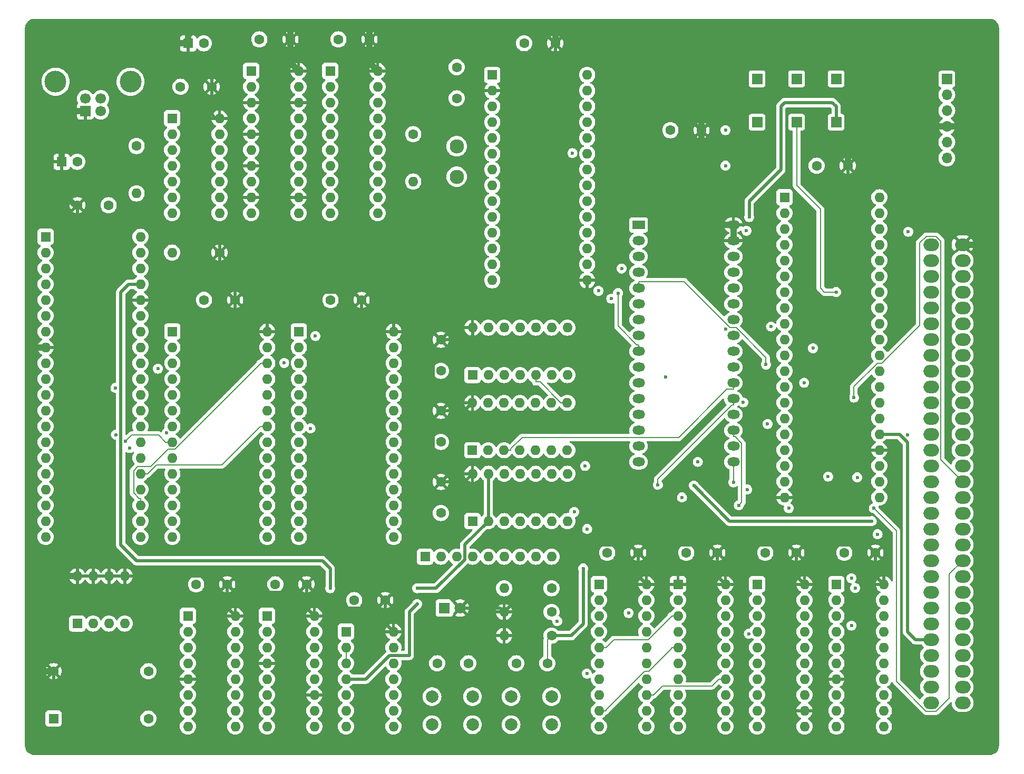
<source format=gbr>
%TF.GenerationSoftware,KiCad,Pcbnew,8.0.2*%
%TF.CreationDate,2025-01-09T14:42:00+01:00*%
%TF.ProjectId,bytecradle-6502-single-board,62797465-6372-4616-946c-652d36353032,rev?*%
%TF.SameCoordinates,Original*%
%TF.FileFunction,Copper,L3,Inr*%
%TF.FilePolarity,Positive*%
%FSLAX46Y46*%
G04 Gerber Fmt 4.6, Leading zero omitted, Abs format (unit mm)*
G04 Created by KiCad (PCBNEW 8.0.2) date 2025-01-09 14:42:00*
%MOMM*%
%LPD*%
G01*
G04 APERTURE LIST*
%TA.AperFunction,ComponentPad*%
%ADD10C,1.600000*%
%TD*%
%TA.AperFunction,ComponentPad*%
%ADD11R,1.600000X1.600000*%
%TD*%
%TA.AperFunction,ComponentPad*%
%ADD12O,1.600000X1.600000*%
%TD*%
%TA.AperFunction,ComponentPad*%
%ADD13C,2.300000*%
%TD*%
%TA.AperFunction,ComponentPad*%
%ADD14R,1.700000X1.700000*%
%TD*%
%TA.AperFunction,ComponentPad*%
%ADD15C,2.000000*%
%TD*%
%TA.AperFunction,ComponentPad*%
%ADD16R,1.800000X1.800000*%
%TD*%
%TA.AperFunction,ComponentPad*%
%ADD17C,1.800000*%
%TD*%
%TA.AperFunction,ComponentPad*%
%ADD18C,1.700000*%
%TD*%
%TA.AperFunction,ComponentPad*%
%ADD19C,3.500000*%
%TD*%
%TA.AperFunction,ComponentPad*%
%ADD20R,2.000000X1.440000*%
%TD*%
%TA.AperFunction,ComponentPad*%
%ADD21O,2.000000X1.440000*%
%TD*%
%TA.AperFunction,ComponentPad*%
%ADD22O,1.700000X1.700000*%
%TD*%
%TA.AperFunction,ComponentPad*%
%ADD23O,2.500000X2.000000*%
%TD*%
%TA.AperFunction,ViaPad*%
%ADD24C,0.600000*%
%TD*%
%TA.AperFunction,Conductor*%
%ADD25C,0.500000*%
%TD*%
%TA.AperFunction,Conductor*%
%ADD26C,1.000000*%
%TD*%
%TA.AperFunction,Conductor*%
%ADD27C,0.200000*%
%TD*%
G04 APERTURE END LIST*
D10*
%TO.N,VCC*%
%TO.C,C5*%
X130770000Y-59055000D03*
%TO.N,GND*%
X125770000Y-59055000D03*
%TD*%
D11*
%TO.N,Net-(U8-~{OE})*%
%TO.C,U11*%
X93980000Y-98425000D03*
D12*
%TO.N,Net-(U11-Pad2)*%
X96520000Y-98425000D03*
X99060000Y-98425000D03*
X101600000Y-98425000D03*
%TO.N,Net-(U11-Pad5)*%
X104140000Y-98425000D03*
%TO.N,A14*%
X106680000Y-98425000D03*
%TO.N,GND*%
X109220000Y-98425000D03*
%TO.N,R{slash}~{W}*%
X109220000Y-90805000D03*
%TO.N,Net-(U10-P=R)*%
X106680000Y-90805000D03*
%TO.N,Net-(U11-Pad10)*%
X104140000Y-90805000D03*
%TO.N,Net-(U10-P=R)*%
X101600000Y-90805000D03*
X99060000Y-90805000D03*
%TO.N,Net-(U11-Pad13)*%
X96520000Y-90805000D03*
%TO.N,VCC*%
X93980000Y-90805000D03*
%TD*%
D13*
%TO.N,Net-(U5-XTAL2)*%
%TO.C,Y1*%
X91445000Y-66535000D03*
%TO.N,Net-(U5-XTAL1)*%
X91445000Y-61635000D03*
%TD*%
D10*
%TO.N,VCC*%
%TO.C,C7*%
X54570000Y-132080000D03*
%TO.N,GND*%
X49570000Y-132080000D03*
%TD*%
%TO.N,VCC*%
%TO.C,C10*%
X67310000Y-132080000D03*
%TO.N,GND*%
X62310000Y-132080000D03*
%TD*%
%TO.N,~{RES}*%
%TO.C,R5*%
X106680000Y-136525000D03*
D12*
%TO.N,VCC*%
X99060000Y-136525000D03*
%TD*%
D10*
%TO.N,VCC*%
%TO.C,C20*%
X88900000Y-104180000D03*
%TO.N,GND*%
X88900000Y-109180000D03*
%TD*%
%TO.N,VCC*%
%TO.C,C16*%
X88900000Y-92750000D03*
%TO.N,GND*%
X88900000Y-97750000D03*
%TD*%
%TO.N,VCC*%
%TO.C,C13*%
X146010000Y-127000000D03*
%TO.N,GND*%
X141010000Y-127000000D03*
%TD*%
%TO.N,GND*%
%TO.C,R6*%
X106680000Y-132715000D03*
D12*
%TO.N,Net-(D1-K)*%
X99060000Y-132715000D03*
%TD*%
D10*
%TO.N,VCC*%
%TO.C,C4*%
X76160000Y-86360000D03*
%TO.N,GND*%
X71160000Y-86360000D03*
%TD*%
D14*
%TO.N,~{NMI}*%
%TO.C,TP4*%
X139700000Y-57785000D03*
%TD*%
D10*
%TO.N,VCC*%
%TO.C,C8*%
X154265000Y-64770000D03*
%TO.N,GND*%
X149265000Y-64770000D03*
%TD*%
%TO.N,VCC*%
%TO.C,C17*%
X79970000Y-134620000D03*
%TO.N,GND*%
X74970000Y-134620000D03*
%TD*%
D11*
%TO.N,GND*%
%TO.C,U5*%
X97155000Y-50165000D03*
D12*
%TO.N,VCC*%
X97155000Y-52705000D03*
%TO.N,Net-(U12-P=R)*%
X97155000Y-55245000D03*
%TO.N,~{RES}*%
X97155000Y-57785000D03*
%TO.N,unconnected-(U5-RxC-Pad5)*%
X97155000Y-60325000D03*
%TO.N,Net-(U5-XTAL1)*%
X97155000Y-62865000D03*
%TO.N,Net-(U5-XTAL2)*%
X97155000Y-65405000D03*
%TO.N,~{RTS}*%
X97155000Y-67945000D03*
%TO.N,~{CTS}*%
X97155000Y-70485000D03*
%TO.N,TxD*%
X97155000Y-73025000D03*
%TO.N,unconnected-(U5-~{DTR}-Pad11)*%
X97155000Y-75565000D03*
%TO.N,RxD*%
X97155000Y-78105000D03*
%TO.N,A0*%
X97155000Y-80645000D03*
%TO.N,A1*%
X97155000Y-83185000D03*
%TO.N,VCC*%
X112395000Y-83185000D03*
%TO.N,GND*%
X112395000Y-80645000D03*
X112395000Y-78105000D03*
%TO.N,D0*%
X112395000Y-75565000D03*
%TO.N,D1*%
X112395000Y-73025000D03*
%TO.N,D2*%
X112395000Y-70485000D03*
%TO.N,D3*%
X112395000Y-67945000D03*
%TO.N,D4*%
X112395000Y-65405000D03*
%TO.N,D5*%
X112395000Y-62865000D03*
%TO.N,D6*%
X112395000Y-60325000D03*
%TO.N,D7*%
X112395000Y-57785000D03*
%TO.N,~{IRQC51}*%
X112395000Y-55245000D03*
%TO.N,CLK*%
X112395000Y-52705000D03*
%TO.N,R{slash}~{W}*%
X112395000Y-50165000D03*
%TD*%
D11*
%TO.N,unconnected-(U15-B-Pad1)*%
%TO.C,U15*%
X60960000Y-137160000D03*
D12*
%TO.N,unconnected-(U15-QB-Pad2)*%
X60960000Y-139700000D03*
%TO.N,Net-(U15-QA)*%
X60960000Y-142240000D03*
%TO.N,VCC*%
X60960000Y-144780000D03*
%TO.N,Net-(U14-~{BO})*%
X60960000Y-147320000D03*
%TO.N,unconnected-(U15-QC-Pad6)*%
X60960000Y-149860000D03*
%TO.N,unconnected-(U15-QD-Pad7)*%
X60960000Y-152400000D03*
%TO.N,GND*%
X60960000Y-154940000D03*
%TO.N,unconnected-(U15-D-Pad9)*%
X68580000Y-154940000D03*
%TO.N,unconnected-(U15-C-Pad10)*%
X68580000Y-152400000D03*
%TO.N,VCC*%
X68580000Y-149860000D03*
%TO.N,unconnected-(U15-~{CO}-Pad12)*%
X68580000Y-147320000D03*
%TO.N,unconnected-(U15-~{BO}-Pad13)*%
X68580000Y-144780000D03*
%TO.N,GND*%
X68580000Y-142240000D03*
%TO.N,unconnected-(U15-A-Pad15)*%
X68580000Y-139700000D03*
%TO.N,VCC*%
X68580000Y-137160000D03*
%TD*%
D11*
%TO.N,Net-(RN1-R1)*%
%TO.C,SW1*%
X30490000Y-138387500D03*
D12*
%TO.N,Net-(RN1-R2)*%
X33030000Y-138387500D03*
%TO.N,Net-(RN1-R3)*%
X35570000Y-138387500D03*
%TO.N,Net-(RN1-R4)*%
X38110000Y-138387500D03*
%TO.N,VCC*%
X38110000Y-130767500D03*
X35570000Y-130767500D03*
X33030000Y-130767500D03*
X30490000Y-130767500D03*
%TD*%
D15*
%TO.N,GND*%
%TO.C,SW2*%
X87480000Y-150150000D03*
X93980000Y-150150000D03*
%TO.N,~{RES}*%
X87480000Y-154650000D03*
X93980000Y-154650000D03*
%TD*%
D10*
%TO.N,VCC*%
%TO.C,C24*%
X52070000Y-52070000D03*
%TO.N,GND*%
X47070000Y-52070000D03*
%TD*%
%TO.N,~{RES}*%
%TO.C,C22*%
X88305000Y-144780000D03*
%TO.N,GND*%
X93305000Y-144780000D03*
%TD*%
%TO.N,VCC*%
%TO.C,C6*%
X64730000Y-44450000D03*
%TO.N,GND*%
X59730000Y-44450000D03*
%TD*%
%TO.N,~{NMI}*%
%TO.C,C23*%
X106005000Y-144780000D03*
%TO.N,GND*%
X101005000Y-144780000D03*
%TD*%
%TO.N,GND*%
%TO.C,C1*%
X91440000Y-48935000D03*
%TO.N,Net-(U5-XTAL1)*%
X91440000Y-53935000D03*
%TD*%
%TO.N,~{NMI}*%
%TO.C,R7*%
X106680000Y-140335000D03*
D12*
%TO.N,VCC*%
X99060000Y-140335000D03*
%TD*%
D16*
%TO.N,Net-(D1-K)*%
%TO.C,D1*%
X89460000Y-135890000D03*
D17*
%TO.N,VCC*%
X92000000Y-135890000D03*
%TD*%
D11*
%TO.N,~{I{slash}O}*%
%TO.C,U17*%
X139700000Y-132080000D03*
D12*
%TO.N,GND*%
X139700000Y-134620000D03*
X139700000Y-137160000D03*
X139700000Y-139700000D03*
X139700000Y-142240000D03*
X139700000Y-144780000D03*
X139700000Y-147320000D03*
X139700000Y-149860000D03*
X139700000Y-152400000D03*
X139700000Y-154940000D03*
%TO.N,A4*%
X147320000Y-154940000D03*
%TO.N,VCC*%
X147320000Y-152400000D03*
%TO.N,A5*%
X147320000Y-149860000D03*
%TO.N,GND*%
X147320000Y-147320000D03*
%TO.N,A6*%
X147320000Y-144780000D03*
%TO.N,GND*%
X147320000Y-142240000D03*
%TO.N,A7*%
X147320000Y-139700000D03*
%TO.N,GND*%
X147320000Y-137160000D03*
%TO.N,Net-(U13-~{CS2})*%
X147320000Y-134620000D03*
%TO.N,VCC*%
X147320000Y-132080000D03*
%TD*%
D11*
%TO.N,~{I{slash}O}*%
%TO.C,U10*%
X71120000Y-49530000D03*
D12*
%TO.N,A0*%
X71120000Y-52070000D03*
%TO.N,GND*%
X71120000Y-54610000D03*
%TO.N,A1*%
X71120000Y-57150000D03*
%TO.N,GND*%
X71120000Y-59690000D03*
%TO.N,A2*%
X71120000Y-62230000D03*
%TO.N,GND*%
X71120000Y-64770000D03*
%TO.N,A3*%
X71120000Y-67310000D03*
%TO.N,GND*%
X71120000Y-69850000D03*
X71120000Y-72390000D03*
%TO.N,A4*%
X78740000Y-72390000D03*
%TO.N,GND*%
X78740000Y-69850000D03*
%TO.N,A5*%
X78740000Y-67310000D03*
%TO.N,GND*%
X78740000Y-64770000D03*
%TO.N,A6*%
X78740000Y-62230000D03*
%TO.N,GND*%
X78740000Y-59690000D03*
%TO.N,A7*%
X78740000Y-57150000D03*
%TO.N,GND*%
X78740000Y-54610000D03*
%TO.N,Net-(U10-P=R)*%
X78740000Y-52070000D03*
%TO.N,VCC*%
X78740000Y-49530000D03*
%TD*%
D11*
%TO.N,Net-(U11-Pad10)*%
%TO.C,U18*%
X93980000Y-121920000D03*
D12*
%TO.N,CLK*%
X96520000Y-121920000D03*
%TO.N,Net-(U3-Cp)*%
X99060000Y-121920000D03*
%TO.N,Net-(U11-Pad13)*%
X101600000Y-121920000D03*
%TO.N,R{slash}~{W}*%
X104140000Y-121920000D03*
%TO.N,Net-(U9-CE)*%
X106680000Y-121920000D03*
%TO.N,GND*%
X109220000Y-121920000D03*
%TO.N,Net-(U8-~{CS})*%
X109220000Y-114300000D03*
%TO.N,Net-(U11-Pad2)*%
X106680000Y-114300000D03*
%TO.N,CLK*%
X104140000Y-114300000D03*
%TO.N,Net-(U7-~{CS})*%
X101600000Y-114300000D03*
%TO.N,Net-(U18-Pad12)*%
X99060000Y-114300000D03*
%TO.N,CLK*%
X96520000Y-114300000D03*
%TO.N,VCC*%
X93980000Y-114300000D03*
%TD*%
D14*
%TO.N,VCC*%
%TO.C,J2*%
X31770000Y-55975000D03*
D18*
%TO.N,unconnected-(J2-D--Pad2)*%
X34270000Y-55975000D03*
%TO.N,unconnected-(J2-D+-Pad3)*%
X34270000Y-53975000D03*
%TO.N,GND*%
X31770000Y-53975000D03*
D19*
%TO.N,Net-(J2-Shield)*%
X27000000Y-51265000D03*
X39040000Y-51265000D03*
%TD*%
D11*
%TO.N,~{RES}*%
%TO.C,U3*%
X114300000Y-132080000D03*
D12*
%TO.N,BANK0*%
X114300000Y-134620000D03*
%TO.N,D0*%
X114300000Y-137160000D03*
%TO.N,D1*%
X114300000Y-139700000D03*
%TO.N,BANK1*%
X114300000Y-142240000D03*
%TO.N,BANK2*%
X114300000Y-144780000D03*
%TO.N,D2*%
X114300000Y-147320000D03*
%TO.N,D3*%
X114300000Y-149860000D03*
%TO.N,BANK3*%
X114300000Y-152400000D03*
%TO.N,GND*%
X114300000Y-154940000D03*
%TO.N,Net-(U3-Cp)*%
X121920000Y-154940000D03*
%TO.N,BANK4*%
X121920000Y-152400000D03*
%TO.N,D4*%
X121920000Y-149860000D03*
%TO.N,D5*%
X121920000Y-147320000D03*
%TO.N,RAMBANK*%
X121920000Y-144780000D03*
%TO.N,REG6*%
X121920000Y-142240000D03*
%TO.N,D6*%
X121920000Y-139700000D03*
%TO.N,D7*%
X121920000Y-137160000D03*
%TO.N,REG7*%
X121920000Y-134620000D03*
%TO.N,VCC*%
X121920000Y-132080000D03*
%TD*%
D11*
%TO.N,A14*%
%TO.C,U7*%
X45760000Y-91430000D03*
D12*
%TO.N,A12*%
X45760000Y-93970000D03*
%TO.N,A7*%
X45760000Y-96510000D03*
%TO.N,A6*%
X45760000Y-99050000D03*
%TO.N,A5*%
X45760000Y-101590000D03*
%TO.N,A4*%
X45760000Y-104130000D03*
%TO.N,A3*%
X45760000Y-106670000D03*
%TO.N,A2*%
X45760000Y-109210000D03*
%TO.N,A1*%
X45760000Y-111750000D03*
%TO.N,A0*%
X45760000Y-114290000D03*
%TO.N,D0*%
X45760000Y-116830000D03*
%TO.N,D1*%
X45760000Y-119370000D03*
%TO.N,D2*%
X45760000Y-121910000D03*
%TO.N,GND*%
X45760000Y-124450000D03*
%TO.N,D3*%
X61000000Y-124450000D03*
%TO.N,D4*%
X61000000Y-121910000D03*
%TO.N,D5*%
X61000000Y-119370000D03*
%TO.N,D6*%
X61000000Y-116830000D03*
%TO.N,D7*%
X61000000Y-114290000D03*
%TO.N,Net-(U7-~{CS})*%
X61000000Y-111750000D03*
%TO.N,A10*%
X61000000Y-109210000D03*
%TO.N,A15*%
X61000000Y-106670000D03*
%TO.N,A11*%
X61000000Y-104130000D03*
%TO.N,A9*%
X61000000Y-101590000D03*
%TO.N,A8*%
X61000000Y-99050000D03*
%TO.N,A13*%
X61000000Y-96510000D03*
%TO.N,R{slash}~{W}*%
X61000000Y-93970000D03*
%TO.N,VCC*%
X61000000Y-91430000D03*
%TD*%
D11*
%TO.N,Net-(U15-QA)*%
%TO.C,U16*%
X73660000Y-139700000D03*
D12*
%TO.N,Net-(U16-Pad2)*%
X73660000Y-142240000D03*
X73660000Y-144780000D03*
%TO.N,CLK*%
X73660000Y-147320000D03*
X73660000Y-149860000D03*
%TO.N,~{CLK}*%
X73660000Y-152400000D03*
%TO.N,GND*%
X73660000Y-154940000D03*
%TO.N,unconnected-(U16-Pad8)*%
X81280000Y-154940000D03*
%TO.N,GND*%
X81280000Y-152400000D03*
%TO.N,unconnected-(U16-Pad10)*%
X81280000Y-149860000D03*
%TO.N,GND*%
X81280000Y-147320000D03*
%TO.N,unconnected-(U16-Pad12)*%
X81280000Y-144780000D03*
%TO.N,GND*%
X81280000Y-142240000D03*
%TO.N,VCC*%
X81280000Y-139700000D03*
%TD*%
D10*
%TO.N,Net-(U5-XTAL1)*%
%TO.C,R3*%
X84455000Y-59690000D03*
D12*
%TO.N,Net-(U5-XTAL2)*%
X84455000Y-67310000D03*
%TD*%
D11*
%TO.N,Net-(RN1-R3)*%
%TO.C,U14*%
X48260000Y-137160000D03*
D12*
%TO.N,unconnected-(U14-QB-Pad2)*%
X48260000Y-139700000D03*
%TO.N,unconnected-(U14-QA-Pad3)*%
X48260000Y-142240000D03*
%TO.N,Net-(U14-DOWN)*%
X48260000Y-144780000D03*
%TO.N,VCC*%
X48260000Y-147320000D03*
%TO.N,unconnected-(U14-QC-Pad6)*%
X48260000Y-149860000D03*
%TO.N,unconnected-(U14-QD-Pad7)*%
X48260000Y-152400000D03*
%TO.N,GND*%
X48260000Y-154940000D03*
%TO.N,Net-(RN1-R1)*%
X55880000Y-154940000D03*
%TO.N,Net-(RN1-R2)*%
X55880000Y-152400000D03*
%TO.N,Net-(U14-~{BO})*%
X55880000Y-149860000D03*
%TO.N,unconnected-(U14-~{CO}-Pad12)*%
X55880000Y-147320000D03*
%TO.N,Net-(U14-~{BO})*%
X55880000Y-144780000D03*
%TO.N,GND*%
X55880000Y-142240000D03*
%TO.N,Net-(RN1-R4)*%
X55880000Y-139700000D03*
%TO.N,VCC*%
X55880000Y-137160000D03*
%TD*%
D11*
%TO.N,GND*%
%TO.C,RN1*%
X86360000Y-127635000D03*
D12*
%TO.N,Net-(RN1-R1)*%
X88900000Y-127635000D03*
%TO.N,Net-(RN1-R2)*%
X91440000Y-127635000D03*
%TO.N,Net-(RN1-R3)*%
X93980000Y-127635000D03*
%TO.N,Net-(RN1-R4)*%
X96520000Y-127635000D03*
%TO.N,unconnected-(RN1-R5-Pad6)*%
X99060000Y-127635000D03*
%TO.N,unconnected-(RN1-R6-Pad7)*%
X101600000Y-127635000D03*
%TO.N,unconnected-(RN1-R7-Pad8)*%
X104140000Y-127635000D03*
%TO.N,unconnected-(RN1-R8-Pad9)*%
X106680000Y-127635000D03*
%TD*%
D10*
%TO.N,VCC*%
%TO.C,C12*%
X133310000Y-127000000D03*
%TO.N,GND*%
X128310000Y-127000000D03*
%TD*%
D14*
%TO.N,GND*%
%TO.C,TP3*%
X152400000Y-50800000D03*
%TD*%
%TO.N,CLK*%
%TO.C,TP1*%
X139700000Y-50800000D03*
%TD*%
D11*
%TO.N,VCC*%
%TO.C,C18*%
X27980000Y-64135000D03*
D10*
%TO.N,GND*%
X30480000Y-64135000D03*
%TD*%
D15*
%TO.N,GND*%
%TO.C,SW3*%
X100180000Y-150150000D03*
X106680000Y-150150000D03*
%TO.N,~{NMI}*%
X100180000Y-154650000D03*
X106680000Y-154650000D03*
%TD*%
D10*
%TO.N,VCC*%
%TO.C,C11*%
X120610000Y-127000000D03*
%TO.N,GND*%
X115610000Y-127000000D03*
%TD*%
D14*
%TO.N,~{RES}*%
%TO.C,TP5*%
X146050000Y-57785000D03*
%TD*%
D10*
%TO.N,VCC*%
%TO.C,C14*%
X88900000Y-115610000D03*
%TO.N,GND*%
X88900000Y-120610000D03*
%TD*%
D20*
%TO.N,BANK4*%
%TO.C,U2*%
X120650000Y-74295000D03*
D21*
%TO.N,BANK2*%
X120650000Y-76835000D03*
%TO.N,BANK1*%
X120650000Y-79375000D03*
%TO.N,A12*%
X120650000Y-81915000D03*
%TO.N,A7*%
X120650000Y-84455000D03*
%TO.N,A6*%
X120650000Y-86995000D03*
%TO.N,A5*%
X120650000Y-89535000D03*
%TO.N,A4*%
X120650000Y-92075000D03*
%TO.N,A3*%
X120650000Y-94615000D03*
%TO.N,A2*%
X120650000Y-97155000D03*
%TO.N,A1*%
X120650000Y-99695000D03*
%TO.N,A0*%
X120650000Y-102235000D03*
%TO.N,D0*%
X120650000Y-104775000D03*
%TO.N,D1*%
X120650000Y-107315000D03*
%TO.N,D2*%
X120650000Y-109855000D03*
%TO.N,GND*%
X120650000Y-112395000D03*
%TO.N,D3*%
X135890000Y-112395000D03*
%TO.N,D4*%
X135890000Y-109855000D03*
%TO.N,D5*%
X135890000Y-107315000D03*
%TO.N,D6*%
X135890000Y-104775000D03*
%TO.N,D7*%
X135890000Y-102235000D03*
%TO.N,Net-(U2-CE)*%
X135890000Y-99695000D03*
%TO.N,A10*%
X135890000Y-97155000D03*
%TO.N,Net-(U2-CE)*%
X135890000Y-94615000D03*
%TO.N,A11*%
X135890000Y-92075000D03*
%TO.N,A9*%
X135890000Y-89535000D03*
%TO.N,A8*%
X135890000Y-86995000D03*
%TO.N,A13*%
X135890000Y-84455000D03*
%TO.N,BANK0*%
X135890000Y-81915000D03*
%TO.N,BANK3*%
X135890000Y-79375000D03*
%TO.N,VCC*%
X135890000Y-76835000D03*
X135890000Y-74295000D03*
%TD*%
D11*
%TO.N,unconnected-(X1-EN-Pad1)*%
%TO.C,X1*%
X26670000Y-153670000D03*
D10*
%TO.N,GND*%
X41910000Y-153670000D03*
%TO.N,Net-(U14-DOWN)*%
X41910000Y-146050000D03*
%TO.N,VCC*%
X26670000Y-146050000D03*
%TD*%
D11*
%TO.N,GND*%
%TO.C,U4*%
X58420000Y-49530000D03*
D12*
%TO.N,A8*%
X58420000Y-52070000D03*
%TO.N,VCC*%
X58420000Y-54610000D03*
%TO.N,A9*%
X58420000Y-57150000D03*
%TO.N,VCC*%
X58420000Y-59690000D03*
%TO.N,A10*%
X58420000Y-62230000D03*
%TO.N,VCC*%
X58420000Y-64770000D03*
%TO.N,A11*%
X58420000Y-67310000D03*
%TO.N,VCC*%
X58420000Y-69850000D03*
%TO.N,GND*%
X58420000Y-72390000D03*
%TO.N,A12*%
X66040000Y-72390000D03*
%TO.N,VCC*%
X66040000Y-69850000D03*
%TO.N,A13*%
X66040000Y-67310000D03*
%TO.N,GND*%
X66040000Y-64770000D03*
%TO.N,A14*%
X66040000Y-62230000D03*
%TO.N,GND*%
X66040000Y-59690000D03*
%TO.N,A15*%
X66040000Y-57150000D03*
%TO.N,VCC*%
X66040000Y-54610000D03*
%TO.N,~{I{slash}O}*%
X66040000Y-52070000D03*
%TO.N,VCC*%
X66040000Y-49530000D03*
%TD*%
D10*
%TO.N,VCC*%
%TO.C,C21*%
X107275000Y-45075000D03*
%TO.N,GND*%
X102275000Y-45075000D03*
%TD*%
%TO.N,VCC*%
%TO.C,C3*%
X55840000Y-86350000D03*
%TO.N,GND*%
X50840000Y-86350000D03*
%TD*%
%TO.N,GND*%
%TO.C,R4*%
X40005000Y-61595000D03*
D12*
%TO.N,Net-(J2-Shield)*%
X40005000Y-69215000D03*
%TD*%
D10*
%TO.N,VCC*%
%TO.C,C15*%
X77430000Y-44450000D03*
%TO.N,GND*%
X72430000Y-44450000D03*
%TD*%
D14*
%TO.N,~{CLK}*%
%TO.C,TP2*%
X146050000Y-50800000D03*
%TD*%
D11*
%TO.N,~{I{slash}O}*%
%TO.C,U12*%
X152440000Y-132080000D03*
D12*
%TO.N,GND*%
X152440000Y-134620000D03*
X152440000Y-137160000D03*
X152440000Y-139700000D03*
X152440000Y-142240000D03*
%TO.N,A2*%
X152440000Y-144780000D03*
%TO.N,VCC*%
X152440000Y-147320000D03*
%TO.N,A3*%
X152440000Y-149860000D03*
%TO.N,GND*%
X152440000Y-152400000D03*
X152440000Y-154940000D03*
%TO.N,A4*%
X160060000Y-154940000D03*
%TO.N,GND*%
X160060000Y-152400000D03*
%TO.N,A5*%
X160060000Y-149860000D03*
%TO.N,GND*%
X160060000Y-147320000D03*
%TO.N,A6*%
X160060000Y-144780000D03*
%TO.N,GND*%
X160060000Y-142240000D03*
%TO.N,A7*%
X160060000Y-139700000D03*
%TO.N,GND*%
X160060000Y-137160000D03*
%TO.N,Net-(U12-P=R)*%
X160060000Y-134620000D03*
%TO.N,VCC*%
X160060000Y-132080000D03*
%TD*%
D14*
%TO.N,~{RTS}*%
%TO.C,J3*%
X170180000Y-50810000D03*
D22*
%TO.N,TxD*%
X170180000Y-53350000D03*
%TO.N,RxD*%
X170180000Y-55890000D03*
%TO.N,VCC*%
X170180000Y-58430000D03*
%TO.N,~{CTS}*%
X170180000Y-60970000D03*
%TO.N,GND*%
X170180000Y-63510000D03*
%TD*%
D11*
%TO.N,RAMBANK*%
%TO.C,U8*%
X66080000Y-91440000D03*
D12*
%TO.N,A12*%
X66080000Y-93980000D03*
%TO.N,A7*%
X66080000Y-96520000D03*
%TO.N,A6*%
X66080000Y-99060000D03*
%TO.N,A5*%
X66080000Y-101600000D03*
%TO.N,A4*%
X66080000Y-104140000D03*
%TO.N,A3*%
X66080000Y-106680000D03*
%TO.N,A2*%
X66080000Y-109220000D03*
%TO.N,A1*%
X66080000Y-111760000D03*
%TO.N,A0*%
X66080000Y-114300000D03*
%TO.N,D0*%
X66080000Y-116840000D03*
%TO.N,D1*%
X66080000Y-119380000D03*
%TO.N,D2*%
X66080000Y-121920000D03*
%TO.N,GND*%
X66080000Y-124460000D03*
%TO.N,D3*%
X81320000Y-124460000D03*
%TO.N,D4*%
X81320000Y-121920000D03*
%TO.N,D5*%
X81320000Y-119380000D03*
%TO.N,D6*%
X81320000Y-116840000D03*
%TO.N,D7*%
X81320000Y-114300000D03*
%TO.N,Net-(U8-~{CS})*%
X81320000Y-111760000D03*
%TO.N,A10*%
X81320000Y-109220000D03*
%TO.N,Net-(U8-~{OE})*%
X81320000Y-106680000D03*
%TO.N,A11*%
X81320000Y-104140000D03*
%TO.N,A9*%
X81320000Y-101600000D03*
%TO.N,A8*%
X81320000Y-99060000D03*
%TO.N,A13*%
X81320000Y-96520000D03*
%TO.N,R{slash}~{W}*%
X81320000Y-93980000D03*
%TO.N,VCC*%
X81320000Y-91440000D03*
%TD*%
D11*
%TO.N,unconnected-(U1-~{VP}-Pad1)*%
%TO.C,U1*%
X25400000Y-76200000D03*
D12*
%TO.N,Net-(U1-RDY)*%
X25400000Y-78740000D03*
%TO.N,unconnected-(U1-\u03D51-Pad3)*%
X25400000Y-81280000D03*
%TO.N,~{IRQ}*%
X25400000Y-83820000D03*
%TO.N,unconnected-(U1-~{ML}-Pad5)*%
X25400000Y-86360000D03*
%TO.N,~{NMI}*%
X25400000Y-88900000D03*
%TO.N,unconnected-(U1-SYNC-Pad7)*%
X25400000Y-91440000D03*
%TO.N,VCC*%
X25400000Y-93980000D03*
%TO.N,A0*%
X25400000Y-96520000D03*
%TO.N,A1*%
X25400000Y-99060000D03*
%TO.N,A2*%
X25400000Y-101600000D03*
%TO.N,A3*%
X25400000Y-104140000D03*
%TO.N,A4*%
X25400000Y-106680000D03*
%TO.N,A5*%
X25400000Y-109220000D03*
%TO.N,A6*%
X25400000Y-111760000D03*
%TO.N,A7*%
X25400000Y-114300000D03*
%TO.N,A8*%
X25400000Y-116840000D03*
%TO.N,A9*%
X25400000Y-119380000D03*
%TO.N,A10*%
X25400000Y-121920000D03*
%TO.N,A11*%
X25400000Y-124460000D03*
%TO.N,GND*%
X40640000Y-124460000D03*
%TO.N,A12*%
X40640000Y-121920000D03*
%TO.N,A13*%
X40640000Y-119380000D03*
%TO.N,A14*%
X40640000Y-116840000D03*
%TO.N,A15*%
X40640000Y-114300000D03*
%TO.N,D7*%
X40640000Y-111760000D03*
%TO.N,D6*%
X40640000Y-109220000D03*
%TO.N,D5*%
X40640000Y-106680000D03*
%TO.N,D4*%
X40640000Y-104140000D03*
%TO.N,D3*%
X40640000Y-101600000D03*
%TO.N,D2*%
X40640000Y-99060000D03*
%TO.N,D1*%
X40640000Y-96520000D03*
%TO.N,D0*%
X40640000Y-93980000D03*
%TO.N,R{slash}~{W}*%
X40640000Y-91440000D03*
%TO.N,unconnected-(U1-nc-Pad35)*%
X40640000Y-88900000D03*
%TO.N,VCC*%
X40640000Y-86360000D03*
%TO.N,CLK*%
X40640000Y-83820000D03*
%TO.N,unconnected-(U1-~{SO}-Pad38)*%
X40640000Y-81280000D03*
%TO.N,unconnected-(U1-\u03D52-Pad39)*%
X40640000Y-78740000D03*
%TO.N,~{RES}*%
X40640000Y-76200000D03*
%TD*%
D11*
%TO.N,VCC*%
%TO.C,C19*%
X48300000Y-45085000D03*
D10*
%TO.N,GND*%
X50800000Y-45085000D03*
%TD*%
%TO.N,VCC*%
%TO.C,R1*%
X53340000Y-78740000D03*
D12*
%TO.N,Net-(U1-RDY)*%
X45720000Y-78740000D03*
%TD*%
D23*
%TO.N,A0*%
%TO.C,J1*%
X167640000Y-77470000D03*
%TO.N,A1*%
X167640000Y-80010000D03*
%TO.N,A2*%
X167640000Y-82550000D03*
%TO.N,A3*%
X167640000Y-85090000D03*
%TO.N,A4*%
X167640000Y-87630000D03*
%TO.N,A5*%
X167640000Y-90170000D03*
%TO.N,A6*%
X167640000Y-92710000D03*
%TO.N,A7*%
X167640000Y-95250000D03*
%TO.N,A8*%
X167640000Y-97790000D03*
%TO.N,A9*%
X167640000Y-100330000D03*
%TO.N,A10*%
X167640000Y-102870000D03*
%TO.N,A11*%
X167640000Y-105410000D03*
%TO.N,A12*%
X167640000Y-107950000D03*
%TO.N,A13*%
X167640000Y-110490000D03*
%TO.N,A14*%
X167640000Y-113030000D03*
%TO.N,A15*%
X167640000Y-115570000D03*
%TO.N,D0*%
X167640000Y-118110000D03*
%TO.N,D1*%
X167640000Y-120650000D03*
%TO.N,D2*%
X167640000Y-123190000D03*
%TO.N,D3*%
X167640000Y-125730000D03*
%TO.N,D4*%
X167640000Y-128270000D03*
%TO.N,D5*%
X167640000Y-130810000D03*
%TO.N,D6*%
X167640000Y-133350000D03*
%TO.N,D7*%
X167640000Y-135890000D03*
%TO.N,R{slash}~{W}*%
X167640000Y-138430000D03*
%TO.N,CLK*%
X167640000Y-140970000D03*
%TO.N,~{RES}*%
X167640000Y-143510000D03*
%TO.N,~{IRQ}*%
X167640000Y-146050000D03*
%TO.N,~{I{slash}O}*%
X167640000Y-148590000D03*
%TO.N,~{NMI}*%
X167640000Y-151130000D03*
%TO.N,GND*%
X172720000Y-151130000D03*
%TO.N,REG7*%
X172720000Y-148590000D03*
%TO.N,REG6*%
X172720000Y-146050000D03*
%TO.N,RAMBANK*%
X172720000Y-143510000D03*
%TO.N,BANK4*%
X172720000Y-140970000D03*
%TO.N,BANK3*%
X172720000Y-138430000D03*
%TO.N,BANK2*%
X172720000Y-135890000D03*
%TO.N,BANK1*%
X172720000Y-133350000D03*
%TO.N,BANK0*%
X172720000Y-130810000D03*
%TO.N,CB2*%
X172720000Y-128270000D03*
%TO.N,CB1*%
X172720000Y-125730000D03*
%TO.N,PB7*%
X172720000Y-123190000D03*
%TO.N,PB6*%
X172720000Y-120650000D03*
%TO.N,PB5*%
X172720000Y-118110000D03*
%TO.N,PB4*%
X172720000Y-115570000D03*
%TO.N,PB3*%
X172720000Y-113030000D03*
%TO.N,PB2*%
X172720000Y-110490000D03*
%TO.N,PB1*%
X172720000Y-107950000D03*
%TO.N,PB0*%
X172720000Y-105410000D03*
%TO.N,CA2*%
X172720000Y-102870000D03*
%TO.N,CA1*%
X172720000Y-100330000D03*
%TO.N,PA7*%
X172720000Y-97790000D03*
%TO.N,PA6*%
X172720000Y-95250000D03*
%TO.N,PA5*%
X172720000Y-92710000D03*
%TO.N,PA4*%
X172720000Y-90170000D03*
%TO.N,PA3*%
X172720000Y-87630000D03*
%TO.N,PA2*%
X172720000Y-85090000D03*
%TO.N,PA1*%
X172720000Y-82550000D03*
%TO.N,PA0*%
X172720000Y-80010000D03*
%TO.N,VCC*%
X172720000Y-77470000D03*
%TD*%
D10*
%TO.N,VCC*%
%TO.C,C9*%
X158710000Y-127000000D03*
%TO.N,GND*%
X153710000Y-127000000D03*
%TD*%
%TO.N,VCC*%
%TO.C,C2*%
X30520000Y-71120000D03*
%TO.N,GND*%
X35520000Y-71120000D03*
%TD*%
D11*
%TO.N,~{IRQC22}*%
%TO.C,U19*%
X45720000Y-57150000D03*
D12*
%TO.N,~{IRQC51}*%
X45720000Y-59690000D03*
%TO.N,~{IRQ}*%
X45720000Y-62230000D03*
%TO.N,GND*%
X45720000Y-64770000D03*
X45720000Y-67310000D03*
%TO.N,unconnected-(U19-Pad6)*%
X45720000Y-69850000D03*
%TO.N,GND*%
X45720000Y-72390000D03*
%TO.N,unconnected-(U19-Pad8)*%
X53340000Y-72390000D03*
%TO.N,GND*%
X53340000Y-69850000D03*
X53340000Y-67310000D03*
%TO.N,unconnected-(U19-Pad11)*%
X53340000Y-64770000D03*
%TO.N,GND*%
X53340000Y-62230000D03*
X53340000Y-59690000D03*
%TO.N,VCC*%
X53340000Y-57150000D03*
%TD*%
D11*
%TO.N,VCC*%
%TO.C,U9*%
X127000000Y-132080000D03*
D12*
%TO.N,BANK0*%
X127000000Y-134620000D03*
%TO.N,BANK1*%
X127000000Y-137160000D03*
%TO.N,BANK2*%
X127000000Y-139700000D03*
%TO.N,BANK3*%
X127000000Y-142240000D03*
%TO.N,BANK4*%
X127000000Y-144780000D03*
%TO.N,RAMBANK*%
X127000000Y-147320000D03*
%TO.N,REG6*%
X127000000Y-149860000D03*
%TO.N,REG7*%
X127000000Y-152400000D03*
%TO.N,GND*%
X127000000Y-154940000D03*
%TO.N,D7*%
X134620000Y-154940000D03*
%TO.N,D6*%
X134620000Y-152400000D03*
%TO.N,D5*%
X134620000Y-149860000D03*
%TO.N,D4*%
X134620000Y-147320000D03*
%TO.N,D3*%
X134620000Y-144780000D03*
%TO.N,D2*%
X134620000Y-142240000D03*
%TO.N,D1*%
X134620000Y-139700000D03*
%TO.N,D0*%
X134620000Y-137160000D03*
%TO.N,Net-(U9-CE)*%
X134620000Y-134620000D03*
%TO.N,VCC*%
X134620000Y-132080000D03*
%TD*%
D11*
%TO.N,A14*%
%TO.C,U6*%
X93975000Y-110520000D03*
D12*
%TO.N,A15*%
X96515000Y-110520000D03*
%TO.N,Net-(U2-CE)*%
X99055000Y-110520000D03*
%TO.N,GND*%
X101595000Y-110520000D03*
X104135000Y-110520000D03*
%TO.N,unconnected-(U6-Pad6)*%
X106675000Y-110520000D03*
%TO.N,GND*%
X109215000Y-110520000D03*
%TO.N,Net-(U11-Pad5)*%
X109215000Y-102900000D03*
%TO.N,A15*%
X106675000Y-102900000D03*
%TO.N,~{I{slash}O}*%
X104135000Y-102900000D03*
%TO.N,Net-(U18-Pad12)*%
X101595000Y-102900000D03*
%TO.N,A15*%
X99055000Y-102900000D03*
X96515000Y-102900000D03*
%TO.N,VCC*%
X93975000Y-102900000D03*
%TD*%
D14*
%TO.N,~{IRQ}*%
%TO.C,TP6*%
X152400000Y-57785000D03*
%TD*%
D11*
%TO.N,GND*%
%TO.C,U13*%
X144105000Y-69850000D03*
D12*
%TO.N,PA0*%
X144105000Y-72390000D03*
%TO.N,PA1*%
X144105000Y-74930000D03*
%TO.N,PA2*%
X144105000Y-77470000D03*
%TO.N,PA3*%
X144105000Y-80010000D03*
%TO.N,PA4*%
X144105000Y-82550000D03*
%TO.N,PA5*%
X144105000Y-85090000D03*
%TO.N,PA6*%
X144105000Y-87630000D03*
%TO.N,PA7*%
X144105000Y-90170000D03*
%TO.N,PB0*%
X144105000Y-92710000D03*
%TO.N,PB1*%
X144105000Y-95250000D03*
%TO.N,PB2*%
X144105000Y-97790000D03*
%TO.N,PB3*%
X144105000Y-100330000D03*
%TO.N,PB4*%
X144105000Y-102870000D03*
%TO.N,PB5*%
X144105000Y-105410000D03*
%TO.N,PB6*%
X144105000Y-107950000D03*
%TO.N,PB7*%
X144105000Y-110490000D03*
%TO.N,CB1*%
X144105000Y-113030000D03*
%TO.N,CB2*%
X144105000Y-115570000D03*
%TO.N,VCC*%
X144105000Y-118110000D03*
%TO.N,~{IRQC22}*%
X159345000Y-118110000D03*
%TO.N,R{slash}~{W}*%
X159345000Y-115570000D03*
%TO.N,Net-(U13-~{CS2})*%
X159345000Y-113030000D03*
%TO.N,VCC*%
X159345000Y-110490000D03*
%TO.N,CLK*%
X159345000Y-107950000D03*
%TO.N,D7*%
X159345000Y-105410000D03*
%TO.N,D6*%
X159345000Y-102870000D03*
%TO.N,D5*%
X159345000Y-100330000D03*
%TO.N,D4*%
X159345000Y-97790000D03*
%TO.N,D3*%
X159345000Y-95250000D03*
%TO.N,D2*%
X159345000Y-92710000D03*
%TO.N,D1*%
X159345000Y-90170000D03*
%TO.N,D0*%
X159345000Y-87630000D03*
%TO.N,~{RES}*%
X159345000Y-85090000D03*
%TO.N,A3*%
X159345000Y-82550000D03*
%TO.N,A2*%
X159345000Y-80010000D03*
%TO.N,A1*%
X159345000Y-77470000D03*
%TO.N,A0*%
X159345000Y-74930000D03*
%TO.N,CA2*%
X159345000Y-72390000D03*
%TO.N,CA1*%
X159345000Y-69850000D03*
%TD*%
D24*
%TO.N,~{IRQ}*%
X155456200Y-132688400D03*
X138430000Y-73025000D03*
%TO.N,~{RES}*%
X152400000Y-85090000D03*
X159054100Y-124040200D03*
%TO.N,~{NMI}*%
X134620000Y-64770000D03*
X130175000Y-112395000D03*
X127635000Y-118110000D03*
X111760000Y-129540000D03*
X129540000Y-116205000D03*
X158115000Y-121920000D03*
X134620000Y-59055000D03*
X112395000Y-123190000D03*
%TO.N,A5*%
X141936000Y-90625500D03*
X43438200Y-97403000D03*
%TO.N,A12*%
X125039200Y-98733000D03*
%TO.N,D7*%
X123759500Y-116081100D03*
%TO.N,A0*%
X38929800Y-110173900D03*
X117941400Y-81306500D03*
%TO.N,D6*%
X138094000Y-116840000D03*
X141385700Y-106290400D03*
%TO.N,A2*%
X38217800Y-109090200D03*
X67957400Y-107003400D03*
X148682900Y-94121500D03*
%TO.N,A4*%
X36616200Y-100499800D03*
X134698400Y-91010700D03*
%TO.N,A13*%
X63718200Y-96482400D03*
X137477700Y-102827200D03*
%TO.N,A1*%
X114217300Y-84892800D03*
X36694900Y-108018300D03*
%TO.N,CLK*%
X85090000Y-135255000D03*
X85090000Y-132715000D03*
X112085400Y-113050000D03*
X71120000Y-132715000D03*
%TO.N,D3*%
X135890000Y-115690200D03*
%TO.N,A7*%
X141131800Y-96743700D03*
%TO.N,D5*%
X136760700Y-119380000D03*
X44846400Y-107729800D03*
%TO.N,A3*%
X68737100Y-92158000D03*
X117366600Y-85253000D03*
%TO.N,R{slash}~{W}*%
X110320100Y-120450200D03*
%TO.N,D4*%
X163889000Y-108081400D03*
%TO.N,BANK2*%
X138380400Y-140031700D03*
%TO.N,BANK0*%
X137990900Y-75228400D03*
%TO.N,BANK1*%
X112349400Y-146439300D03*
%TO.N,RAMBANK*%
X116279800Y-86141300D03*
%TO.N,Net-(U3-Cp)*%
X119061400Y-136698500D03*
%TO.N,~{I{slash}O}*%
X144797600Y-119839500D03*
%TO.N,Net-(U12-P=R)*%
X154856100Y-131106200D03*
%TO.N,PB4*%
X155253300Y-102058900D03*
%TO.N,CB2*%
X158452700Y-119834400D03*
%TO.N,PB5*%
X154863200Y-138722900D03*
%TO.N,PB3*%
X147262600Y-99675200D03*
X163985600Y-75395200D03*
%TO.N,Net-(U13-~{CS2})*%
X151108600Y-114757700D03*
%TO.N,~{CLK}*%
X107585400Y-137991700D03*
X110031500Y-62750700D03*
%TO.N,~{IRQC22}*%
X155787600Y-114877300D03*
%TD*%
D25*
%TO.N,VCC*%
X120610000Y-130770000D02*
X121920000Y-132080000D01*
X30520000Y-71120000D02*
X30520000Y-92035000D01*
X99060000Y-136525000D02*
X100965000Y-134620000D01*
D26*
X24400000Y-159020000D02*
X22860000Y-157480000D01*
D25*
X153035000Y-118110000D02*
X144105000Y-118110000D01*
X87650000Y-102930000D02*
X88900000Y-104180000D01*
X52070000Y-56515000D02*
X52705000Y-57150000D01*
D26*
X64135000Y-42545000D02*
X49530000Y-42545000D01*
D25*
X154265000Y-116880000D02*
X153035000Y-118110000D01*
X57080000Y-85110000D02*
X74910000Y-85110000D01*
X88900000Y-104180000D02*
X92695000Y-104180000D01*
X52070000Y-52070000D02*
X52070000Y-56515000D01*
X87650000Y-94000000D02*
X87650000Y-102930000D01*
D26*
X178070000Y-58055000D02*
X178070000Y-77200000D01*
X64730000Y-43140000D02*
X64135000Y-42545000D01*
D25*
X119360000Y-125750000D02*
X120610000Y-127000000D01*
D26*
X48300000Y-43775000D02*
X48300000Y-45085000D01*
D25*
X132060000Y-125750000D02*
X133310000Y-127000000D01*
X98425000Y-135890000D02*
X99060000Y-136525000D01*
X53257500Y-130768000D02*
X54570000Y-132080000D01*
X149860000Y-153670000D02*
X149860000Y-159020000D01*
X133310000Y-127000000D02*
X133310000Y-130770000D01*
D26*
X64135000Y-42545000D02*
X76835000Y-42545000D01*
D25*
X157460000Y-125750000D02*
X158710000Y-127000000D01*
X44450000Y-149225000D02*
X27940000Y-149225000D01*
X108585000Y-134620000D02*
X110490000Y-132715000D01*
X29845000Y-71120000D02*
X27980000Y-69255000D01*
X97155000Y-52705000D02*
X106640000Y-52705000D01*
D26*
X27940000Y-57150000D02*
X29115000Y-55975000D01*
X26035000Y-57150000D02*
X27940000Y-57150000D01*
D25*
X120610000Y-127000000D02*
X120610000Y-130770000D01*
X146010000Y-130770000D02*
X147320000Y-132080000D01*
D26*
X31750000Y-45085000D02*
X48300000Y-45085000D01*
X106680000Y-42545000D02*
X128905000Y-42545000D01*
D25*
X88900000Y-104180000D02*
X87650000Y-105430000D01*
X67310000Y-132080000D02*
X67310000Y-135890000D01*
D26*
X130810000Y-45720000D02*
X130770000Y-45760000D01*
D25*
X99060000Y-136525000D02*
X99060000Y-140335000D01*
X92670000Y-115610000D02*
X93980000Y-114300000D01*
D26*
X22860000Y-146685000D02*
X22860000Y-132080000D01*
D25*
X64770000Y-144145000D02*
X64770000Y-134620000D01*
D26*
X130770000Y-45760000D02*
X130770000Y-59055000D01*
X178070000Y-77200000D02*
X177800000Y-77470000D01*
D25*
X55840000Y-86350000D02*
X55840000Y-90130000D01*
D26*
X27980000Y-58460000D02*
X27980000Y-64135000D01*
X106680000Y-42545000D02*
X107315000Y-43180000D01*
D25*
X151130000Y-147320000D02*
X152440000Y-147320000D01*
X67310000Y-132080000D02*
X71120000Y-135890000D01*
X66040000Y-133350000D02*
X67310000Y-132080000D01*
X30520000Y-92035000D02*
X28575000Y-93980000D01*
X149860000Y-148590000D02*
X151130000Y-147320000D01*
X106640000Y-52705000D02*
X107275000Y-52070000D01*
D26*
X177800000Y-77470000D02*
X172720000Y-77470000D01*
D25*
X133310000Y-130770000D02*
X134620000Y-132080000D01*
D26*
X156835000Y-58430000D02*
X154305000Y-60960000D01*
D25*
X120610000Y-127000000D02*
X121860000Y-125750000D01*
D26*
X149860000Y-159020000D02*
X24400000Y-159020000D01*
D25*
X93980000Y-92075000D02*
X93980000Y-90805000D01*
D26*
X25400000Y-130810000D02*
X25442500Y-130768000D01*
X170180000Y-58430000D02*
X156835000Y-58430000D01*
D25*
X147320000Y-152400000D02*
X148590000Y-152400000D01*
D26*
X107315000Y-43180000D02*
X107275000Y-43220000D01*
D25*
X54570000Y-135850000D02*
X55880000Y-137160000D01*
D26*
X64730000Y-44450000D02*
X64730000Y-43140000D01*
D25*
X55840000Y-86350000D02*
X57080000Y-85110000D01*
D26*
X76835000Y-42545000D02*
X77470000Y-43180000D01*
X178070000Y-157845000D02*
X176895000Y-159020000D01*
X77430000Y-43220000D02*
X77430000Y-44450000D01*
X49530000Y-42545000D02*
X48300000Y-43775000D01*
D25*
X110490000Y-132715000D02*
X110490000Y-127000000D01*
X154265000Y-108545000D02*
X154265000Y-116880000D01*
D26*
X27940000Y-57150000D02*
X27940000Y-58420000D01*
D25*
X60960000Y-144780000D02*
X64135000Y-144780000D01*
X158710000Y-127000000D02*
X158710000Y-130730000D01*
X92000000Y-135890000D02*
X98425000Y-135890000D01*
X53340000Y-76835000D02*
X53340000Y-78740000D01*
X87650000Y-114360000D02*
X88900000Y-115610000D01*
X134560000Y-125750000D02*
X144760000Y-125750000D01*
D26*
X177165000Y-43815000D02*
X177165000Y-57150000D01*
D25*
X88900000Y-115610000D02*
X92670000Y-115610000D01*
X53340000Y-80645000D02*
X55840000Y-83145000D01*
X46355000Y-147320000D02*
X44450000Y-149225000D01*
D26*
X64730000Y-48220000D02*
X66040000Y-49530000D01*
D25*
X41910000Y-73025000D02*
X45085000Y-76200000D01*
X71120000Y-135890000D02*
X78700000Y-135890000D01*
X107275000Y-52070000D02*
X107275000Y-82510000D01*
X52070000Y-50800000D02*
X51435000Y-50165000D01*
D26*
X154305000Y-60960000D02*
X154305000Y-62230000D01*
D25*
X51435000Y-50165000D02*
X49530000Y-50165000D01*
D26*
X154305000Y-62230000D02*
X154265000Y-62270000D01*
X22860000Y-132080000D02*
X22860000Y-94615000D01*
D27*
X30490500Y-130768000D02*
X30490000Y-130767500D01*
D25*
X77470000Y-91440000D02*
X81320000Y-91440000D01*
X78700000Y-135890000D02*
X79970000Y-134620000D01*
X55840000Y-83145000D02*
X55840000Y-86350000D01*
X64770000Y-134620000D02*
X66040000Y-133350000D01*
D27*
X33030500Y-130768000D02*
X33030000Y-130767500D01*
X35570500Y-130768000D02*
X35570000Y-130767500D01*
D25*
X107950000Y-83185000D02*
X112395000Y-83185000D01*
X107275000Y-45075000D02*
X107275000Y-52070000D01*
X32425000Y-73025000D02*
X41910000Y-73025000D01*
X154265000Y-108545000D02*
X154265000Y-64770000D01*
D26*
X29115000Y-55975000D02*
X29845000Y-55245000D01*
X130810000Y-44450000D02*
X130810000Y-45720000D01*
D25*
X57785000Y-91440000D02*
X57795000Y-91430000D01*
X64135000Y-144780000D02*
X64770000Y-144145000D01*
X88900000Y-92750000D02*
X93305000Y-92750000D01*
D27*
X38110500Y-130768000D02*
X38110000Y-130767500D01*
D26*
X154265000Y-62270000D02*
X154265000Y-64770000D01*
X132080000Y-74295000D02*
X135890000Y-74295000D01*
X107275000Y-43220000D02*
X107275000Y-45075000D01*
D25*
X30520000Y-71120000D02*
X29845000Y-71120000D01*
D26*
X76835000Y-42545000D02*
X106680000Y-42545000D01*
X135890000Y-74295000D02*
X135890000Y-76835000D01*
X24130000Y-130810000D02*
X25400000Y-130810000D01*
X130770000Y-72985000D02*
X132080000Y-74295000D01*
X177165000Y-57150000D02*
X178070000Y-58055000D01*
X175885000Y-58430000D02*
X170180000Y-58430000D01*
D25*
X57150000Y-91440000D02*
X57785000Y-91440000D01*
X159345000Y-110490000D02*
X156210000Y-110490000D01*
X67310000Y-135890000D02*
X68580000Y-137160000D01*
D26*
X22860000Y-94615000D02*
X23495000Y-93980000D01*
D25*
X55840000Y-133350000D02*
X66040000Y-133350000D01*
X53340000Y-78740000D02*
X53340000Y-80645000D01*
D26*
X25442500Y-130768000D02*
X30490000Y-130768000D01*
D25*
X87650000Y-105430000D02*
X87650000Y-114360000D01*
X52070000Y-52070000D02*
X52070000Y-50800000D01*
D26*
X25400000Y-56515000D02*
X26035000Y-57150000D01*
D25*
X79970000Y-138390000D02*
X81280000Y-139700000D01*
X92695000Y-104180000D02*
X93975000Y-102900000D01*
X133310000Y-127000000D02*
X134560000Y-125750000D01*
X110490000Y-127000000D02*
X111740000Y-125750000D01*
D26*
X128905000Y-42545000D02*
X175895000Y-42545000D01*
D25*
X149860000Y-153670000D02*
X149860000Y-148590000D01*
D26*
X22860000Y-146685000D02*
X23495000Y-146050000D01*
X31770000Y-55975000D02*
X29115000Y-55975000D01*
D25*
X121920000Y-132080000D02*
X127000000Y-132080000D01*
D26*
X64730000Y-44450000D02*
X64730000Y-48220000D01*
X23495000Y-93980000D02*
X25400000Y-93980000D01*
X23495000Y-146050000D02*
X26670000Y-146050000D01*
D25*
X146010000Y-127000000D02*
X146010000Y-130770000D01*
X81320000Y-91440000D02*
X87590000Y-91440000D01*
D26*
X22860000Y-57785000D02*
X24130000Y-56515000D01*
D25*
X30490000Y-130768000D02*
X30490500Y-130768000D01*
D26*
X77430000Y-44450000D02*
X77430000Y-48220000D01*
D25*
X76160000Y-90130000D02*
X77470000Y-91440000D01*
X55840000Y-90130000D02*
X57150000Y-91440000D01*
D26*
X29115000Y-55975000D02*
X27940000Y-57150000D01*
D25*
X88900000Y-92750000D02*
X87650000Y-94000000D01*
D26*
X22860000Y-132080000D02*
X24130000Y-130810000D01*
D25*
X33030500Y-130768000D02*
X35570500Y-130768000D01*
X54570000Y-132080000D02*
X55840000Y-133350000D01*
X57795000Y-91430000D02*
X61000000Y-91430000D01*
X144760000Y-125750000D02*
X146010000Y-127000000D01*
X30520000Y-71120000D02*
X32425000Y-73025000D01*
D26*
X177165000Y-57150000D02*
X175885000Y-58430000D01*
D25*
X48260000Y-147320000D02*
X46355000Y-147320000D01*
X87590000Y-91440000D02*
X88900000Y-92750000D01*
X45085000Y-76200000D02*
X52705000Y-76200000D01*
X80770000Y-133820000D02*
X89930000Y-133820000D01*
X100965000Y-134620000D02*
X108585000Y-134620000D01*
X74910000Y-85110000D02*
X76160000Y-86360000D01*
X30490500Y-130768000D02*
X33030500Y-130768000D01*
D26*
X29845000Y-46990000D02*
X31750000Y-45085000D01*
D25*
X79970000Y-134620000D02*
X80770000Y-133820000D01*
D26*
X27940000Y-58420000D02*
X27980000Y-58460000D01*
D25*
X54570000Y-132080000D02*
X54570000Y-135850000D01*
D26*
X24130000Y-56515000D02*
X25400000Y-56515000D01*
D25*
X49530000Y-50165000D02*
X48300000Y-48935000D01*
D26*
X29845000Y-55245000D02*
X29845000Y-46990000D01*
D25*
X48300000Y-48935000D02*
X48300000Y-45085000D01*
X158710000Y-130730000D02*
X160060000Y-132080000D01*
D26*
X77430000Y-48220000D02*
X78740000Y-49530000D01*
X176895000Y-159020000D02*
X149860000Y-159020000D01*
D25*
X38110500Y-130768000D02*
X53257500Y-130768000D01*
X146010000Y-127000000D02*
X147260000Y-125750000D01*
X121860000Y-125750000D02*
X132060000Y-125750000D01*
D26*
X22860000Y-94615000D02*
X22860000Y-57785000D01*
D25*
X147260000Y-125750000D02*
X157460000Y-125750000D01*
X35570500Y-130768000D02*
X38110500Y-130768000D01*
X148590000Y-152400000D02*
X149860000Y-153670000D01*
D26*
X178070000Y-77200000D02*
X178070000Y-157845000D01*
D25*
X68580000Y-149860000D02*
X65405000Y-149860000D01*
X111740000Y-125750000D02*
X119360000Y-125750000D01*
X89930000Y-133820000D02*
X92000000Y-135890000D01*
X52705000Y-76200000D02*
X53340000Y-76835000D01*
X76160000Y-86360000D02*
X76160000Y-90130000D01*
X65405000Y-149860000D02*
X64770000Y-149225000D01*
X79970000Y-134620000D02*
X79970000Y-138390000D01*
X64770000Y-149225000D02*
X64770000Y-144145000D01*
X27940000Y-149225000D02*
X26670000Y-147955000D01*
X26670000Y-147955000D02*
X26670000Y-146050000D01*
D26*
X175895000Y-42545000D02*
X177165000Y-43815000D01*
D25*
X156210000Y-110490000D02*
X154265000Y-108545000D01*
X28575000Y-93980000D02*
X25400000Y-93980000D01*
X107275000Y-82510000D02*
X107950000Y-83185000D01*
X52705000Y-57150000D02*
X53340000Y-57150000D01*
X93305000Y-92750000D02*
X93980000Y-92075000D01*
D26*
X77470000Y-43180000D02*
X77430000Y-43220000D01*
X22860000Y-157480000D02*
X22860000Y-146685000D01*
X130770000Y-59055000D02*
X130770000Y-72985000D01*
X128905000Y-42545000D02*
X130810000Y-44450000D01*
D25*
X27980000Y-69255000D02*
X27980000Y-64135000D01*
%TO.N,~{IRQ}*%
X152400000Y-55245000D02*
X151765000Y-54610000D01*
X144145000Y-54610000D02*
X143510000Y-55245000D01*
X152400000Y-57785000D02*
X152400000Y-55245000D01*
X143510000Y-55245000D02*
X143510000Y-65405000D01*
X151765000Y-54610000D02*
X144145000Y-54610000D01*
X138430000Y-70485000D02*
X138430000Y-73025000D01*
X143510000Y-65405000D02*
X138430000Y-70485000D01*
D27*
%TO.N,~{RES}*%
X149860000Y-84455000D02*
X149860000Y-71755000D01*
X150495000Y-85090000D02*
X149860000Y-84455000D01*
X146050000Y-67945000D02*
X146050000Y-57785000D01*
X149860000Y-71755000D02*
X146050000Y-67945000D01*
X152400000Y-85090000D02*
X150495000Y-85090000D01*
%TO.N,~{NMI}*%
X106680000Y-140335000D02*
X106005000Y-141010000D01*
D25*
X158115000Y-121920000D02*
X135255000Y-121920000D01*
X111760000Y-138430000D02*
X109855000Y-140335000D01*
X109855000Y-140335000D02*
X106680000Y-140335000D01*
X135255000Y-121920000D02*
X129540000Y-116205000D01*
D27*
X106005000Y-141010000D02*
X106005000Y-144780000D01*
D25*
X111760000Y-129540000D02*
X111760000Y-138430000D01*
D27*
%TO.N,D7*%
X135635000Y-103255100D02*
X123759500Y-115130600D01*
X135890000Y-103255100D02*
X135635000Y-103255100D01*
X135890000Y-102235000D02*
X135890000Y-103255100D01*
X123759500Y-115130600D02*
X123759500Y-116081100D01*
%TO.N,A15*%
X40640000Y-114300000D02*
X41740100Y-114300000D01*
X61000000Y-106670000D02*
X59899900Y-106670000D01*
X43179900Y-112860200D02*
X41740100Y-114300000D01*
X53709700Y-112860200D02*
X43179900Y-112860200D01*
X59899900Y-106670000D02*
X53709700Y-112860200D01*
%TO.N,A2*%
X43542400Y-108092500D02*
X39215500Y-108092500D01*
X44659900Y-109210000D02*
X43542400Y-108092500D01*
X45760000Y-109210000D02*
X44659900Y-109210000D01*
X39215500Y-108092500D02*
X38217800Y-109090200D01*
%TO.N,A13*%
X40640000Y-119380000D02*
X40640000Y-118279900D01*
X39539800Y-117407700D02*
X40412000Y-118279900D01*
X45112200Y-110362000D02*
X42302700Y-113171500D01*
X40412000Y-118279900D02*
X40640000Y-118279900D01*
X61000000Y-96510000D02*
X59899900Y-96510000D01*
X39539800Y-113775900D02*
X39539800Y-117407700D01*
X46185400Y-110362000D02*
X45112200Y-110362000D01*
X42302700Y-113171500D02*
X40144200Y-113171500D01*
X59899900Y-96510000D02*
X59899900Y-96647500D01*
X40144200Y-113171500D02*
X39539800Y-113775900D01*
X59899900Y-96647500D02*
X46185400Y-110362000D01*
D25*
%TO.N,CLK*%
X96520000Y-121920000D02*
X96520000Y-114300000D01*
X163830000Y-139700000D02*
X165100000Y-140970000D01*
X165100000Y-140970000D02*
X167640000Y-140970000D01*
X80645000Y-143510000D02*
X83820000Y-143510000D01*
X83820000Y-136525000D02*
X85090000Y-135255000D01*
X162560000Y-107950000D02*
X163830000Y-109220000D01*
X40005000Y-128270000D02*
X69850000Y-128270000D01*
X85090000Y-132715000D02*
X88127800Y-132715000D01*
X38735000Y-83820000D02*
X37465000Y-85090000D01*
X159345000Y-107950000D02*
X162560000Y-107950000D01*
X92730000Y-128113000D02*
X92730000Y-125710000D01*
X37465000Y-85090000D02*
X37465000Y-125730000D01*
X69850000Y-128270000D02*
X71120000Y-129540000D01*
X83820000Y-143510000D02*
X83820000Y-136525000D01*
X73660000Y-147320000D02*
X76835000Y-147320000D01*
X163830000Y-109220000D02*
X163830000Y-139700000D01*
X76835000Y-147320000D02*
X80645000Y-143510000D01*
X40640000Y-83820000D02*
X38735000Y-83820000D01*
X88127800Y-132715000D02*
X92730000Y-128113000D01*
X71120000Y-129540000D02*
X71120000Y-132715000D01*
X92730000Y-125710000D02*
X96520000Y-121920000D01*
X37465000Y-125730000D02*
X40005000Y-128270000D01*
D27*
%TO.N,D3*%
X135890000Y-115690200D02*
X135890000Y-112395000D01*
%TO.N,A7*%
X141131800Y-95579600D02*
X136357200Y-90805000D01*
X141131800Y-96743700D02*
X141131800Y-95579600D01*
X127999400Y-83434900D02*
X120650000Y-83434900D01*
X136357200Y-90805000D02*
X135369500Y-90805000D01*
X135369500Y-90805000D02*
X127999400Y-83434900D01*
X120650000Y-84455000D02*
X120650000Y-83434900D01*
%TO.N,D5*%
X135890000Y-108335100D02*
X136145000Y-108335100D01*
X137239300Y-118901400D02*
X136760700Y-119380000D01*
X137239300Y-109429400D02*
X137239300Y-118901400D01*
X136145000Y-108335100D02*
X137239300Y-109429400D01*
X135890000Y-107315000D02*
X135890000Y-108335100D01*
%TO.N,A3*%
X120386500Y-93594900D02*
X117366600Y-90575000D01*
X117366600Y-90575000D02*
X117366600Y-85253000D01*
X120650000Y-93594900D02*
X120386500Y-93594900D01*
X120650000Y-94615000D02*
X120650000Y-93594900D01*
%TO.N,D4*%
X121920000Y-149860000D02*
X123020100Y-149860000D01*
X133519900Y-147320000D02*
X132419800Y-148420100D01*
X132419800Y-148420100D02*
X124460000Y-148420100D01*
X124460000Y-148420100D02*
X123020100Y-149860000D01*
X134620000Y-147320000D02*
X133519900Y-147320000D01*
%TO.N,Net-(U2-CE)*%
X135890000Y-99695000D02*
X135890000Y-100715100D01*
X127124700Y-108460300D02*
X101986800Y-108460300D01*
X100155100Y-110292000D02*
X100155100Y-110520000D01*
X101986800Y-108460300D02*
X100155100Y-110292000D01*
X99055000Y-110520000D02*
X100155100Y-110520000D01*
X134869900Y-100715100D02*
X127124700Y-108460300D01*
X135890000Y-100715100D02*
X134869900Y-100715100D01*
%TO.N,BANK1*%
X127000000Y-137160000D02*
X125899900Y-137160000D01*
X122227400Y-140970000D02*
X116670100Y-140970000D01*
X125899900Y-137297500D02*
X122227400Y-140970000D01*
X116670100Y-140970000D02*
X115400100Y-142240000D01*
X114300000Y-142240000D02*
X115400100Y-142240000D01*
X125899900Y-137160000D02*
X125899900Y-137297500D01*
%TO.N,BANK3*%
X114300000Y-152400000D02*
X115400100Y-152400000D01*
X125899900Y-142467900D02*
X125899900Y-142240000D01*
X122317800Y-146050000D02*
X125899900Y-142467900D01*
X115400100Y-152400000D02*
X115400100Y-152262500D01*
X127000000Y-142240000D02*
X125899900Y-142240000D01*
X115400100Y-152262500D02*
X121612600Y-146050000D01*
X121612600Y-146050000D02*
X122317800Y-146050000D01*
%TO.N,PB4*%
X165822900Y-90414900D02*
X159717800Y-96520000D01*
X155253300Y-100272300D02*
X155253300Y-102058900D01*
X165822900Y-77175600D02*
X165822900Y-90414900D01*
X159717800Y-96520000D02*
X159005600Y-96520000D01*
X159005600Y-96520000D02*
X155253300Y-100272300D01*
X172720000Y-115570000D02*
X169226200Y-112076200D01*
X169226200Y-112076200D02*
X169226200Y-76893100D01*
X166882400Y-76116100D02*
X165822900Y-77175600D01*
X168449200Y-76116100D02*
X166882400Y-76116100D01*
X169226200Y-76893100D02*
X168449200Y-76116100D01*
%TO.N,CB2*%
X158452700Y-119834400D02*
X162077600Y-123459300D01*
X170587200Y-130402800D02*
X172720000Y-128270000D01*
X168479600Y-152472800D02*
X170587200Y-150365200D01*
X162077600Y-123459300D02*
X162077600Y-147682200D01*
X170587200Y-150365200D02*
X170587200Y-130402800D01*
X162077600Y-147682200D02*
X166868200Y-152472800D01*
X166868200Y-152472800D02*
X168479600Y-152472800D01*
%TO.N,Net-(U16-Pad2)*%
X73660000Y-144780000D02*
X73660000Y-142240000D01*
%TO.N,Net-(U11-Pad5)*%
X108114900Y-102775000D02*
X104865000Y-99525100D01*
X108114900Y-102900000D02*
X108114900Y-102775000D01*
X104140000Y-98425000D02*
X104140000Y-99525100D01*
X104865000Y-99525100D02*
X104140000Y-99525100D01*
X109215000Y-102900000D02*
X108114900Y-102900000D01*
%TD*%
%TA.AperFunction,Conductor*%
%TO.N,VCC*%
G36*
X162264809Y-108720185D02*
G01*
X162285451Y-108736819D01*
X163043181Y-109494548D01*
X163076666Y-109555871D01*
X163079500Y-109582229D01*
X163079500Y-139773918D01*
X163079500Y-139773920D01*
X163079499Y-139773920D01*
X163108340Y-139918907D01*
X163108343Y-139918917D01*
X163155061Y-140031703D01*
X163164916Y-140055495D01*
X163184630Y-140084999D01*
X163196800Y-140103214D01*
X163247049Y-140178418D01*
X163247052Y-140178421D01*
X164517049Y-141448416D01*
X164614625Y-141545992D01*
X164621585Y-141552952D01*
X164744498Y-141635080D01*
X164744511Y-141635087D01*
X164853963Y-141680423D01*
X164881087Y-141691658D01*
X164881091Y-141691658D01*
X164881092Y-141691659D01*
X165026079Y-141720500D01*
X165026082Y-141720500D01*
X166017369Y-141720500D01*
X166084408Y-141740185D01*
X166117685Y-141771613D01*
X166245483Y-141947510D01*
X166412490Y-142114517D01*
X166447127Y-142139683D01*
X166489792Y-142195013D01*
X166495771Y-142264626D01*
X166463165Y-142326421D01*
X166447130Y-142340315D01*
X166429365Y-142353222D01*
X166412488Y-142365484D01*
X166245485Y-142532487D01*
X166245485Y-142532488D01*
X166245483Y-142532490D01*
X166197523Y-142598501D01*
X166106657Y-142723566D01*
X165999433Y-142934003D01*
X165926446Y-143158631D01*
X165889500Y-143391902D01*
X165889500Y-143628097D01*
X165926446Y-143861368D01*
X165999433Y-144085996D01*
X166082716Y-144249446D01*
X166106657Y-144296433D01*
X166245483Y-144487510D01*
X166412490Y-144654517D01*
X166447127Y-144679683D01*
X166489792Y-144735013D01*
X166495771Y-144804626D01*
X166463165Y-144866421D01*
X166447130Y-144880315D01*
X166429365Y-144893222D01*
X166412488Y-144905484D01*
X166245485Y-145072487D01*
X166245485Y-145072488D01*
X166245483Y-145072490D01*
X166225438Y-145100080D01*
X166106657Y-145263566D01*
X165999433Y-145474003D01*
X165926446Y-145698631D01*
X165889500Y-145931902D01*
X165889500Y-146168097D01*
X165926446Y-146401368D01*
X165999433Y-146625996D01*
X166082716Y-146789446D01*
X166106657Y-146836433D01*
X166245483Y-147027510D01*
X166412490Y-147194517D01*
X166447127Y-147219683D01*
X166489792Y-147275013D01*
X166495771Y-147344626D01*
X166463165Y-147406421D01*
X166447130Y-147420315D01*
X166429365Y-147433222D01*
X166412488Y-147445484D01*
X166245485Y-147612487D01*
X166245485Y-147612488D01*
X166245483Y-147612490D01*
X166225438Y-147640080D01*
X166106657Y-147803566D01*
X165999433Y-148014003D01*
X165926446Y-148238631D01*
X165889500Y-148471902D01*
X165889500Y-148708097D01*
X165926446Y-148941368D01*
X165999433Y-149165996D01*
X166106657Y-149376433D01*
X166245483Y-149567510D01*
X166412490Y-149734517D01*
X166447127Y-149759683D01*
X166489792Y-149815013D01*
X166495771Y-149884626D01*
X166463165Y-149946421D01*
X166447130Y-149960315D01*
X166429365Y-149973222D01*
X166412488Y-149985484D01*
X166245485Y-150152487D01*
X166245485Y-150152488D01*
X166245483Y-150152490D01*
X166225438Y-150180080D01*
X166106657Y-150343566D01*
X166009140Y-150534953D01*
X165961165Y-150585749D01*
X165893344Y-150602544D01*
X165827209Y-150580006D01*
X165810974Y-150566339D01*
X162714419Y-147469784D01*
X162680934Y-147408461D01*
X162678100Y-147382103D01*
X162678100Y-123548360D01*
X162678101Y-123548347D01*
X162678101Y-123380244D01*
X162678101Y-123380243D01*
X162637177Y-123227516D01*
X162624543Y-123205633D01*
X162558124Y-123090590D01*
X162558118Y-123090582D01*
X160931038Y-121463502D01*
X159283399Y-119815864D01*
X159249915Y-119754542D01*
X159247863Y-119742086D01*
X159238068Y-119655145D01*
X159211585Y-119579463D01*
X159208023Y-119509686D01*
X159242752Y-119449058D01*
X159304745Y-119416831D01*
X159339434Y-119414981D01*
X159345000Y-119415468D01*
X159571692Y-119395635D01*
X159791496Y-119336739D01*
X159997734Y-119240568D01*
X160184139Y-119110047D01*
X160345047Y-118949139D01*
X160475568Y-118762734D01*
X160571739Y-118556496D01*
X160630635Y-118336692D01*
X160650468Y-118110000D01*
X160630635Y-117883308D01*
X160575928Y-117679139D01*
X160571741Y-117663511D01*
X160571738Y-117663502D01*
X160563374Y-117645565D01*
X160475568Y-117457266D01*
X160345047Y-117270861D01*
X160345045Y-117270858D01*
X160184141Y-117109954D01*
X159997734Y-116979432D01*
X159997728Y-116979429D01*
X159967814Y-116965480D01*
X159939724Y-116952381D01*
X159887285Y-116906210D01*
X159868133Y-116839017D01*
X159888348Y-116772135D01*
X159939725Y-116727618D01*
X159997734Y-116700568D01*
X160184139Y-116570047D01*
X160345047Y-116409139D01*
X160475568Y-116222734D01*
X160571739Y-116016496D01*
X160630635Y-115796692D01*
X160649943Y-115575996D01*
X160650468Y-115570001D01*
X160650468Y-115569998D01*
X160638231Y-115430134D01*
X160630635Y-115343308D01*
X160575843Y-115138820D01*
X160571741Y-115123511D01*
X160571738Y-115123502D01*
X160564147Y-115107223D01*
X160475568Y-114917266D01*
X160345047Y-114730861D01*
X160345045Y-114730858D01*
X160184141Y-114569954D01*
X159997734Y-114439432D01*
X159997728Y-114439429D01*
X159939725Y-114412382D01*
X159887285Y-114366210D01*
X159868133Y-114299017D01*
X159888348Y-114232135D01*
X159939725Y-114187618D01*
X159997734Y-114160568D01*
X160184139Y-114030047D01*
X160345047Y-113869139D01*
X160475568Y-113682734D01*
X160571739Y-113476496D01*
X160630635Y-113256692D01*
X160648719Y-113049996D01*
X160650468Y-113030001D01*
X160650468Y-113029998D01*
X160638269Y-112890567D01*
X160630635Y-112803308D01*
X160575928Y-112599139D01*
X160571741Y-112583511D01*
X160571738Y-112583502D01*
X160528629Y-112491055D01*
X160475568Y-112377266D01*
X160345047Y-112190861D01*
X160345045Y-112190858D01*
X160184141Y-112029954D01*
X159997734Y-111899432D01*
X159997732Y-111899431D01*
X159967825Y-111885485D01*
X159939132Y-111872105D01*
X159886694Y-111825934D01*
X159867542Y-111758740D01*
X159887758Y-111691859D01*
X159939134Y-111647341D01*
X159997484Y-111620132D01*
X160183820Y-111489657D01*
X160344657Y-111328820D01*
X160475134Y-111142482D01*
X160571265Y-110936326D01*
X160571269Y-110936317D01*
X160623872Y-110740000D01*
X159660686Y-110740000D01*
X159665080Y-110735606D01*
X159717741Y-110644394D01*
X159745000Y-110542661D01*
X159745000Y-110437339D01*
X159717741Y-110335606D01*
X159665080Y-110244394D01*
X159660686Y-110240000D01*
X160623872Y-110240000D01*
X160623872Y-110239999D01*
X160571269Y-110043682D01*
X160571265Y-110043673D01*
X160475134Y-109837517D01*
X160344657Y-109651179D01*
X160183820Y-109490342D01*
X159997482Y-109359865D01*
X159939133Y-109332657D01*
X159886694Y-109286484D01*
X159867542Y-109219291D01*
X159887758Y-109152410D01*
X159939129Y-109107895D01*
X159997734Y-109080568D01*
X160184139Y-108950047D01*
X160345047Y-108789139D01*
X160370088Y-108753377D01*
X160424665Y-108709752D01*
X160471663Y-108700500D01*
X162197770Y-108700500D01*
X162264809Y-108720185D01*
G37*
%TD.AperFunction*%
%TA.AperFunction,Conductor*%
G36*
X39580376Y-84590185D02*
G01*
X39614912Y-84623377D01*
X39639954Y-84659141D01*
X39800858Y-84820045D01*
X39800861Y-84820047D01*
X39987266Y-84950568D01*
X40045865Y-84977893D01*
X40098305Y-85024065D01*
X40117457Y-85091258D01*
X40097242Y-85158139D01*
X40045867Y-85202657D01*
X39987515Y-85229867D01*
X39801179Y-85360342D01*
X39640342Y-85521179D01*
X39509865Y-85707517D01*
X39413734Y-85913673D01*
X39413730Y-85913682D01*
X39361127Y-86109999D01*
X39361128Y-86110000D01*
X40324314Y-86110000D01*
X40319920Y-86114394D01*
X40267259Y-86205606D01*
X40240000Y-86307339D01*
X40240000Y-86412661D01*
X40267259Y-86514394D01*
X40319920Y-86605606D01*
X40324314Y-86610000D01*
X39361128Y-86610000D01*
X39413730Y-86806317D01*
X39413734Y-86806326D01*
X39509865Y-87012482D01*
X39640342Y-87198820D01*
X39801179Y-87359657D01*
X39987518Y-87490134D01*
X39987520Y-87490135D01*
X40045865Y-87517342D01*
X40098305Y-87563514D01*
X40117457Y-87630707D01*
X40097242Y-87697589D01*
X40045867Y-87742105D01*
X39987268Y-87769431D01*
X39987264Y-87769433D01*
X39800858Y-87899954D01*
X39639954Y-88060858D01*
X39509432Y-88247265D01*
X39509431Y-88247267D01*
X39413261Y-88453502D01*
X39413258Y-88453511D01*
X39354366Y-88673302D01*
X39354364Y-88673313D01*
X39334532Y-88899998D01*
X39334532Y-88900001D01*
X39354364Y-89126686D01*
X39354366Y-89126697D01*
X39413258Y-89346488D01*
X39413261Y-89346497D01*
X39509431Y-89552732D01*
X39509432Y-89552734D01*
X39639954Y-89739141D01*
X39800858Y-89900045D01*
X39800861Y-89900047D01*
X39987266Y-90030568D01*
X40045275Y-90057618D01*
X40097714Y-90103791D01*
X40116866Y-90170984D01*
X40096650Y-90237865D01*
X40045275Y-90282381D01*
X40033019Y-90288097D01*
X39987267Y-90309431D01*
X39987265Y-90309432D01*
X39800858Y-90439954D01*
X39639954Y-90600858D01*
X39509432Y-90787265D01*
X39509431Y-90787267D01*
X39413261Y-90993502D01*
X39413258Y-90993511D01*
X39354366Y-91213302D01*
X39354364Y-91213313D01*
X39334532Y-91439998D01*
X39334532Y-91440001D01*
X39354364Y-91666686D01*
X39354366Y-91666697D01*
X39413258Y-91886488D01*
X39413261Y-91886497D01*
X39509431Y-92092732D01*
X39509432Y-92092734D01*
X39639954Y-92279141D01*
X39800858Y-92440045D01*
X39800861Y-92440047D01*
X39987266Y-92570568D01*
X40045275Y-92597618D01*
X40097714Y-92643791D01*
X40116866Y-92710984D01*
X40096650Y-92777865D01*
X40045275Y-92822381D01*
X40033019Y-92828097D01*
X39987267Y-92849431D01*
X39987265Y-92849432D01*
X39800858Y-92979954D01*
X39639954Y-93140858D01*
X39509432Y-93327265D01*
X39509431Y-93327267D01*
X39413261Y-93533502D01*
X39413258Y-93533511D01*
X39354366Y-93753302D01*
X39354364Y-93753313D01*
X39334532Y-93979998D01*
X39334532Y-93980001D01*
X39354364Y-94206686D01*
X39354366Y-94206697D01*
X39413258Y-94426488D01*
X39413261Y-94426497D01*
X39509431Y-94632732D01*
X39509432Y-94632734D01*
X39639954Y-94819141D01*
X39800858Y-94980045D01*
X39800861Y-94980047D01*
X39987266Y-95110568D01*
X40044681Y-95137341D01*
X40045275Y-95137618D01*
X40097714Y-95183791D01*
X40116866Y-95250984D01*
X40096650Y-95317865D01*
X40045275Y-95362381D01*
X40033019Y-95368097D01*
X39987267Y-95389431D01*
X39987265Y-95389432D01*
X39800858Y-95519954D01*
X39639954Y-95680858D01*
X39509432Y-95867265D01*
X39509431Y-95867267D01*
X39413261Y-96073502D01*
X39413258Y-96073511D01*
X39354366Y-96293302D01*
X39354364Y-96293313D01*
X39334532Y-96519998D01*
X39334532Y-96520001D01*
X39354364Y-96746686D01*
X39354366Y-96746697D01*
X39413258Y-96966488D01*
X39413261Y-96966497D01*
X39509431Y-97172732D01*
X39509432Y-97172734D01*
X39639954Y-97359141D01*
X39800858Y-97520045D01*
X39800861Y-97520047D01*
X39987266Y-97650568D01*
X40045275Y-97677618D01*
X40097714Y-97723791D01*
X40116866Y-97790984D01*
X40096650Y-97857865D01*
X40045275Y-97902381D01*
X40033019Y-97908097D01*
X39987267Y-97929431D01*
X39987265Y-97929432D01*
X39800858Y-98059954D01*
X39639954Y-98220858D01*
X39509432Y-98407265D01*
X39509431Y-98407267D01*
X39413261Y-98613502D01*
X39413258Y-98613511D01*
X39354366Y-98833302D01*
X39354364Y-98833313D01*
X39334532Y-99059998D01*
X39334532Y-99060001D01*
X39354364Y-99286686D01*
X39354366Y-99286697D01*
X39413258Y-99506488D01*
X39413261Y-99506497D01*
X39509431Y-99712732D01*
X39509432Y-99712734D01*
X39639954Y-99899141D01*
X39800858Y-100060045D01*
X39800861Y-100060047D01*
X39987266Y-100190568D01*
X40045275Y-100217618D01*
X40097714Y-100263791D01*
X40116866Y-100330984D01*
X40096650Y-100397865D01*
X40045275Y-100442381D01*
X40033019Y-100448097D01*
X39987267Y-100469431D01*
X39987265Y-100469432D01*
X39800858Y-100599954D01*
X39639954Y-100760858D01*
X39509432Y-100947265D01*
X39509431Y-100947267D01*
X39413261Y-101153502D01*
X39413258Y-101153511D01*
X39354366Y-101373302D01*
X39354364Y-101373313D01*
X39334532Y-101599998D01*
X39334532Y-101600001D01*
X39354364Y-101826686D01*
X39354366Y-101826697D01*
X39413258Y-102046488D01*
X39413261Y-102046497D01*
X39509431Y-102252732D01*
X39509432Y-102252734D01*
X39639954Y-102439141D01*
X39800858Y-102600045D01*
X39800861Y-102600047D01*
X39987266Y-102730568D01*
X40045275Y-102757618D01*
X40097714Y-102803791D01*
X40116866Y-102870984D01*
X40096650Y-102937865D01*
X40045275Y-102982381D01*
X40033019Y-102988097D01*
X39987267Y-103009431D01*
X39987265Y-103009432D01*
X39800858Y-103139954D01*
X39639954Y-103300858D01*
X39509432Y-103487265D01*
X39509431Y-103487267D01*
X39413261Y-103693502D01*
X39413258Y-103693511D01*
X39354366Y-103913302D01*
X39354364Y-103913313D01*
X39334532Y-104139998D01*
X39334532Y-104140001D01*
X39354364Y-104366686D01*
X39354366Y-104366697D01*
X39413258Y-104586488D01*
X39413261Y-104586497D01*
X39509431Y-104792732D01*
X39509432Y-104792734D01*
X39639954Y-104979141D01*
X39800858Y-105140045D01*
X39800861Y-105140047D01*
X39987266Y-105270568D01*
X40045275Y-105297618D01*
X40097714Y-105343791D01*
X40116866Y-105410984D01*
X40096650Y-105477865D01*
X40045275Y-105522381D01*
X40033019Y-105528097D01*
X39987267Y-105549431D01*
X39987265Y-105549432D01*
X39800858Y-105679954D01*
X39639954Y-105840858D01*
X39509432Y-106027265D01*
X39509431Y-106027267D01*
X39413261Y-106233502D01*
X39413258Y-106233511D01*
X39354366Y-106453302D01*
X39354364Y-106453313D01*
X39334532Y-106679998D01*
X39334532Y-106680001D01*
X39354364Y-106906686D01*
X39354366Y-106906697D01*
X39413258Y-107126488D01*
X39413260Y-107126492D01*
X39413261Y-107126496D01*
X39492893Y-107297266D01*
X39501440Y-107315595D01*
X39511932Y-107384673D01*
X39483412Y-107448457D01*
X39424936Y-107486696D01*
X39389058Y-107492000D01*
X39302169Y-107492000D01*
X39302153Y-107491999D01*
X39294557Y-107491999D01*
X39136443Y-107491999D01*
X39046730Y-107516038D01*
X38983710Y-107532924D01*
X38983709Y-107532925D01*
X38933596Y-107561859D01*
X38933595Y-107561860D01*
X38894438Y-107584467D01*
X38846785Y-107611979D01*
X38846782Y-107611981D01*
X38427181Y-108031583D01*
X38365858Y-108065068D01*
X38296166Y-108060084D01*
X38240233Y-108018212D01*
X38215816Y-107952748D01*
X38215500Y-107943902D01*
X38215500Y-85452229D01*
X38235185Y-85385190D01*
X38251819Y-85364548D01*
X39009548Y-84606819D01*
X39070871Y-84573334D01*
X39097229Y-84570500D01*
X39513337Y-84570500D01*
X39580376Y-84590185D01*
G37*
%TD.AperFunction*%
%TA.AperFunction,Conductor*%
G36*
X32709920Y-130521894D02*
G01*
X32657259Y-130613106D01*
X32630000Y-130714839D01*
X32630000Y-130820161D01*
X32657259Y-130921894D01*
X32709920Y-131013106D01*
X32714314Y-131017500D01*
X30805686Y-131017500D01*
X30810080Y-131013106D01*
X30862741Y-130921894D01*
X30890000Y-130820161D01*
X30890000Y-130714839D01*
X30862741Y-130613106D01*
X30810080Y-130521894D01*
X30805686Y-130517500D01*
X32714314Y-130517500D01*
X32709920Y-130521894D01*
G37*
%TD.AperFunction*%
%TA.AperFunction,Conductor*%
G36*
X35249920Y-130521894D02*
G01*
X35197259Y-130613106D01*
X35170000Y-130714839D01*
X35170000Y-130820161D01*
X35197259Y-130921894D01*
X35249920Y-131013106D01*
X35254314Y-131017500D01*
X33345686Y-131017500D01*
X33350080Y-131013106D01*
X33402741Y-130921894D01*
X33430000Y-130820161D01*
X33430000Y-130714839D01*
X33402741Y-130613106D01*
X33350080Y-130521894D01*
X33345686Y-130517500D01*
X35254314Y-130517500D01*
X35249920Y-130521894D01*
G37*
%TD.AperFunction*%
%TA.AperFunction,Conductor*%
G36*
X37789920Y-130521894D02*
G01*
X37737259Y-130613106D01*
X37710000Y-130714839D01*
X37710000Y-130820161D01*
X37737259Y-130921894D01*
X37789920Y-131013106D01*
X37794314Y-131017500D01*
X35885686Y-131017500D01*
X35890080Y-131013106D01*
X35942741Y-130921894D01*
X35970000Y-130820161D01*
X35970000Y-130714839D01*
X35942741Y-130613106D01*
X35890080Y-130521894D01*
X35885686Y-130517500D01*
X37794314Y-130517500D01*
X37789920Y-130521894D01*
G37*
%TD.AperFunction*%
%TA.AperFunction,Conductor*%
G36*
X177074418Y-41140816D02*
G01*
X177274561Y-41155130D01*
X177292063Y-41157647D01*
X177483797Y-41199355D01*
X177500755Y-41204334D01*
X177684609Y-41272909D01*
X177700701Y-41280259D01*
X177872904Y-41374288D01*
X177887784Y-41383849D01*
X178044867Y-41501441D01*
X178058237Y-41513027D01*
X178196972Y-41651762D01*
X178208558Y-41665132D01*
X178326146Y-41822210D01*
X178335711Y-41837095D01*
X178429740Y-42009298D01*
X178437090Y-42025390D01*
X178505662Y-42209236D01*
X178510646Y-42226212D01*
X178552351Y-42417931D01*
X178554869Y-42435442D01*
X178569184Y-42635580D01*
X178569500Y-42644427D01*
X178569500Y-158015572D01*
X178569184Y-158024419D01*
X178554869Y-158224557D01*
X178552351Y-158242068D01*
X178510646Y-158433787D01*
X178505662Y-158450763D01*
X178437090Y-158634609D01*
X178429740Y-158650701D01*
X178335711Y-158822904D01*
X178326146Y-158837789D01*
X178208558Y-158994867D01*
X178196972Y-159008237D01*
X178058237Y-159146972D01*
X178044867Y-159158558D01*
X177887789Y-159276146D01*
X177872904Y-159285711D01*
X177700701Y-159379740D01*
X177684609Y-159387090D01*
X177500763Y-159455662D01*
X177483787Y-159460646D01*
X177292068Y-159502351D01*
X177274557Y-159504869D01*
X177093779Y-159517799D01*
X177074417Y-159519184D01*
X177065572Y-159519500D01*
X23594428Y-159519500D01*
X23585582Y-159519184D01*
X23563622Y-159517613D01*
X23385442Y-159504869D01*
X23367931Y-159502351D01*
X23176212Y-159460646D01*
X23159236Y-159455662D01*
X22975390Y-159387090D01*
X22959298Y-159379740D01*
X22787095Y-159285711D01*
X22772210Y-159276146D01*
X22615132Y-159158558D01*
X22601762Y-159146972D01*
X22463027Y-159008237D01*
X22451441Y-158994867D01*
X22333849Y-158837784D01*
X22324288Y-158822904D01*
X22230259Y-158650701D01*
X22222909Y-158634609D01*
X22162091Y-158471551D01*
X22154334Y-158450755D01*
X22149355Y-158433797D01*
X22107647Y-158242063D01*
X22105130Y-158224556D01*
X22090816Y-158024418D01*
X22090500Y-158015572D01*
X22090500Y-152822135D01*
X25369500Y-152822135D01*
X25369500Y-154517870D01*
X25369501Y-154517876D01*
X25375908Y-154577483D01*
X25426202Y-154712328D01*
X25426206Y-154712335D01*
X25512452Y-154827544D01*
X25512455Y-154827547D01*
X25627664Y-154913793D01*
X25627671Y-154913797D01*
X25762517Y-154964091D01*
X25762516Y-154964091D01*
X25769444Y-154964835D01*
X25822127Y-154970500D01*
X27517872Y-154970499D01*
X27577483Y-154964091D01*
X27712331Y-154913796D01*
X27827546Y-154827546D01*
X27913796Y-154712331D01*
X27964091Y-154577483D01*
X27970500Y-154517873D01*
X27970499Y-153669998D01*
X40604532Y-153669998D01*
X40604532Y-153670001D01*
X40624364Y-153896686D01*
X40624366Y-153896697D01*
X40683258Y-154116488D01*
X40683261Y-154116497D01*
X40779431Y-154322732D01*
X40779432Y-154322734D01*
X40909954Y-154509141D01*
X41070858Y-154670045D01*
X41070861Y-154670047D01*
X41257266Y-154800568D01*
X41463504Y-154896739D01*
X41463509Y-154896740D01*
X41463511Y-154896741D01*
X41467542Y-154897821D01*
X41683308Y-154955635D01*
X41845230Y-154969801D01*
X41909998Y-154975468D01*
X41910000Y-154975468D01*
X41910002Y-154975468D01*
X41966807Y-154970498D01*
X42136692Y-154955635D01*
X42356496Y-154896739D01*
X42562734Y-154800568D01*
X42749139Y-154670047D01*
X42910047Y-154509139D01*
X43040568Y-154322734D01*
X43136739Y-154116496D01*
X43195635Y-153896692D01*
X43215468Y-153670000D01*
X43195635Y-153443308D01*
X43136739Y-153223504D01*
X43040568Y-153017266D01*
X42910047Y-152830861D01*
X42910045Y-152830858D01*
X42749141Y-152669954D01*
X42562734Y-152539432D01*
X42562732Y-152539431D01*
X42356497Y-152443261D01*
X42356488Y-152443258D01*
X42136697Y-152384366D01*
X42136693Y-152384365D01*
X42136692Y-152384365D01*
X42136691Y-152384364D01*
X42136686Y-152384364D01*
X41910002Y-152364532D01*
X41909998Y-152364532D01*
X41683313Y-152384364D01*
X41683302Y-152384366D01*
X41463511Y-152443258D01*
X41463502Y-152443261D01*
X41257267Y-152539431D01*
X41257265Y-152539432D01*
X41070858Y-152669954D01*
X40909954Y-152830858D01*
X40779432Y-153017265D01*
X40779431Y-153017267D01*
X40683261Y-153223502D01*
X40683258Y-153223511D01*
X40624366Y-153443302D01*
X40624364Y-153443313D01*
X40604532Y-153669998D01*
X27970499Y-153669998D01*
X27970499Y-152822128D01*
X27965190Y-152772741D01*
X27964091Y-152762516D01*
X27913797Y-152627671D01*
X27913793Y-152627664D01*
X27827547Y-152512455D01*
X27827544Y-152512452D01*
X27712335Y-152426206D01*
X27712328Y-152426202D01*
X27577482Y-152375908D01*
X27577483Y-152375908D01*
X27517883Y-152369501D01*
X27517881Y-152369500D01*
X27517873Y-152369500D01*
X27517864Y-152369500D01*
X25822129Y-152369500D01*
X25822123Y-152369501D01*
X25762516Y-152375908D01*
X25627671Y-152426202D01*
X25627664Y-152426206D01*
X25512455Y-152512452D01*
X25512452Y-152512455D01*
X25426206Y-152627664D01*
X25426202Y-152627671D01*
X25375908Y-152762517D01*
X25371879Y-152800000D01*
X25369501Y-152822123D01*
X25369500Y-152822135D01*
X22090500Y-152822135D01*
X22090500Y-146049997D01*
X25365034Y-146049997D01*
X25365034Y-146050002D01*
X25384858Y-146276599D01*
X25384860Y-146276610D01*
X25443730Y-146496317D01*
X25443735Y-146496331D01*
X25539863Y-146702478D01*
X25590974Y-146775472D01*
X26270000Y-146096446D01*
X26270000Y-146102661D01*
X26297259Y-146204394D01*
X26349920Y-146295606D01*
X26424394Y-146370080D01*
X26515606Y-146422741D01*
X26617339Y-146450000D01*
X26623553Y-146450000D01*
X25944526Y-147129025D01*
X26017513Y-147180132D01*
X26017521Y-147180136D01*
X26223668Y-147276264D01*
X26223682Y-147276269D01*
X26443389Y-147335139D01*
X26443400Y-147335141D01*
X26669998Y-147354966D01*
X26670002Y-147354966D01*
X26896599Y-147335141D01*
X26896610Y-147335139D01*
X27116317Y-147276269D01*
X27116331Y-147276264D01*
X27322478Y-147180136D01*
X27395471Y-147129024D01*
X26716447Y-146450000D01*
X26722661Y-146450000D01*
X26824394Y-146422741D01*
X26915606Y-146370080D01*
X26990080Y-146295606D01*
X27042741Y-146204394D01*
X27070000Y-146102661D01*
X27070000Y-146096447D01*
X27749024Y-146775471D01*
X27800136Y-146702478D01*
X27896264Y-146496331D01*
X27896269Y-146496317D01*
X27955139Y-146276610D01*
X27955141Y-146276599D01*
X27974966Y-146050002D01*
X27974966Y-146049998D01*
X40604532Y-146049998D01*
X40604532Y-146050001D01*
X40624364Y-146276686D01*
X40624366Y-146276697D01*
X40683258Y-146496488D01*
X40683261Y-146496497D01*
X40779431Y-146702732D01*
X40779432Y-146702734D01*
X40909954Y-146889141D01*
X41070858Y-147050045D01*
X41070861Y-147050047D01*
X41257266Y-147180568D01*
X41463504Y-147276739D01*
X41683308Y-147335635D01*
X41845230Y-147349801D01*
X41909998Y-147355468D01*
X41910000Y-147355468D01*
X41910002Y-147355468D01*
X41966673Y-147350509D01*
X42136692Y-147335635D01*
X42356496Y-147276739D01*
X42562734Y-147180568D01*
X42749139Y-147050047D01*
X42910047Y-146889139D01*
X43040568Y-146702734D01*
X43136739Y-146496496D01*
X43195635Y-146276692D01*
X43215468Y-146050000D01*
X43195635Y-145823308D01*
X43136739Y-145603504D01*
X43040568Y-145397266D01*
X42910047Y-145210861D01*
X42910045Y-145210858D01*
X42749141Y-145049954D01*
X42562734Y-144919432D01*
X42562732Y-144919431D01*
X42356497Y-144823261D01*
X42356488Y-144823258D01*
X42136697Y-144764366D01*
X42136693Y-144764365D01*
X42136692Y-144764365D01*
X42136691Y-144764364D01*
X42136686Y-144764364D01*
X41910002Y-144744532D01*
X41909998Y-144744532D01*
X41683313Y-144764364D01*
X41683302Y-144764366D01*
X41463511Y-144823258D01*
X41463502Y-144823261D01*
X41257267Y-144919431D01*
X41257265Y-144919432D01*
X41070858Y-145049954D01*
X40909954Y-145210858D01*
X40779432Y-145397265D01*
X40779431Y-145397267D01*
X40683261Y-145603502D01*
X40683258Y-145603511D01*
X40624366Y-145823302D01*
X40624364Y-145823313D01*
X40604532Y-146049998D01*
X27974966Y-146049998D01*
X27974966Y-146049997D01*
X27955141Y-145823400D01*
X27955139Y-145823389D01*
X27896269Y-145603682D01*
X27896264Y-145603668D01*
X27800136Y-145397521D01*
X27800132Y-145397513D01*
X27749025Y-145324526D01*
X27070000Y-146003551D01*
X27070000Y-145997339D01*
X27042741Y-145895606D01*
X26990080Y-145804394D01*
X26915606Y-145729920D01*
X26824394Y-145677259D01*
X26722661Y-145650000D01*
X26716448Y-145650000D01*
X27395472Y-144970974D01*
X27322478Y-144919863D01*
X27116331Y-144823735D01*
X27116317Y-144823730D01*
X26896610Y-144764860D01*
X26896599Y-144764858D01*
X26670002Y-144745034D01*
X26669998Y-144745034D01*
X26443400Y-144764858D01*
X26443389Y-144764860D01*
X26223682Y-144823730D01*
X26223673Y-144823734D01*
X26017516Y-144919866D01*
X26017512Y-144919868D01*
X25944526Y-144970973D01*
X25944526Y-144970974D01*
X26623553Y-145650000D01*
X26617339Y-145650000D01*
X26515606Y-145677259D01*
X26424394Y-145729920D01*
X26349920Y-145804394D01*
X26297259Y-145895606D01*
X26270000Y-145997339D01*
X26270000Y-146003552D01*
X25590974Y-145324526D01*
X25590973Y-145324526D01*
X25539868Y-145397512D01*
X25539866Y-145397516D01*
X25443734Y-145603673D01*
X25443730Y-145603682D01*
X25384860Y-145823389D01*
X25384858Y-145823400D01*
X25365034Y-146049997D01*
X22090500Y-146049997D01*
X22090500Y-139699998D01*
X46954532Y-139699998D01*
X46954532Y-139700001D01*
X46974364Y-139926686D01*
X46974366Y-139926697D01*
X47033258Y-140146488D01*
X47033261Y-140146497D01*
X47129431Y-140352732D01*
X47129432Y-140352734D01*
X47259954Y-140539141D01*
X47420858Y-140700045D01*
X47420861Y-140700047D01*
X47607266Y-140830568D01*
X47665275Y-140857618D01*
X47717714Y-140903791D01*
X47736866Y-140970984D01*
X47716650Y-141037865D01*
X47665275Y-141082381D01*
X47653019Y-141088097D01*
X47607267Y-141109431D01*
X47607265Y-141109432D01*
X47420858Y-141239954D01*
X47259954Y-141400858D01*
X47129432Y-141587265D01*
X47129431Y-141587267D01*
X47033261Y-141793502D01*
X47033258Y-141793511D01*
X46974366Y-142013302D01*
X46974364Y-142013313D01*
X46954532Y-142239998D01*
X46954532Y-142240001D01*
X46974364Y-142466686D01*
X46974366Y-142466697D01*
X47033258Y-142686488D01*
X47033261Y-142686497D01*
X47129431Y-142892732D01*
X47129432Y-142892734D01*
X47259954Y-143079141D01*
X47420858Y-143240045D01*
X47420861Y-143240047D01*
X47607266Y-143370568D01*
X47665275Y-143397618D01*
X47717714Y-143443791D01*
X47736866Y-143510984D01*
X47716650Y-143577865D01*
X47665275Y-143622381D01*
X47653019Y-143628097D01*
X47607267Y-143649431D01*
X47607265Y-143649432D01*
X47420858Y-143779954D01*
X47259954Y-143940858D01*
X47129432Y-144127265D01*
X47129431Y-144127267D01*
X47033261Y-144333502D01*
X47033258Y-144333511D01*
X46974366Y-144553302D01*
X46974364Y-144553313D01*
X46954532Y-144779998D01*
X46954532Y-144780001D01*
X46974364Y-145006686D01*
X46974366Y-145006697D01*
X47033258Y-145226488D01*
X47033261Y-145226497D01*
X47129431Y-145432732D01*
X47129432Y-145432734D01*
X47259954Y-145619141D01*
X47420858Y-145780045D01*
X47420861Y-145780047D01*
X47607266Y-145910568D01*
X47665865Y-145937893D01*
X47718305Y-145984065D01*
X47737457Y-146051258D01*
X47717242Y-146118139D01*
X47665867Y-146162657D01*
X47607515Y-146189867D01*
X47421179Y-146320342D01*
X47260342Y-146481179D01*
X47129865Y-146667517D01*
X47033734Y-146873673D01*
X47033730Y-146873682D01*
X46981127Y-147069999D01*
X46981128Y-147070000D01*
X47944314Y-147070000D01*
X47939920Y-147074394D01*
X47887259Y-147165606D01*
X47860000Y-147267339D01*
X47860000Y-147372661D01*
X47887259Y-147474394D01*
X47939920Y-147565606D01*
X47944314Y-147570000D01*
X46981128Y-147570000D01*
X47033730Y-147766317D01*
X47033734Y-147766326D01*
X47129865Y-147972482D01*
X47260342Y-148158820D01*
X47421179Y-148319657D01*
X47607518Y-148450134D01*
X47607520Y-148450135D01*
X47665865Y-148477342D01*
X47718305Y-148523514D01*
X47737457Y-148590707D01*
X47717242Y-148657589D01*
X47665867Y-148702105D01*
X47607268Y-148729431D01*
X47607264Y-148729433D01*
X47420858Y-148859954D01*
X47259954Y-149020858D01*
X47129432Y-149207265D01*
X47129431Y-149207267D01*
X47033261Y-149413502D01*
X47033258Y-149413511D01*
X46974366Y-149633302D01*
X46974364Y-149633313D01*
X46954532Y-149859998D01*
X46954532Y-149860001D01*
X46974364Y-150086686D01*
X46974366Y-150086697D01*
X47033258Y-150306488D01*
X47033261Y-150306497D01*
X47129431Y-150512732D01*
X47129432Y-150512734D01*
X47259954Y-150699141D01*
X47420858Y-150860045D01*
X47420861Y-150860047D01*
X47607266Y-150990568D01*
X47660334Y-151015314D01*
X47665275Y-151017618D01*
X47717714Y-151063791D01*
X47736866Y-151130984D01*
X47716650Y-151197865D01*
X47665275Y-151242381D01*
X47653019Y-151248097D01*
X47607267Y-151269431D01*
X47607265Y-151269432D01*
X47420858Y-151399954D01*
X47259954Y-151560858D01*
X47129432Y-151747265D01*
X47129431Y-151747267D01*
X47033261Y-151953502D01*
X47033258Y-151953511D01*
X46974366Y-152173302D01*
X46974364Y-152173313D01*
X46954532Y-152399998D01*
X46954532Y-152400001D01*
X46974364Y-152626686D01*
X46974366Y-152626697D01*
X47033258Y-152846488D01*
X47033261Y-152846497D01*
X47129431Y-153052732D01*
X47129432Y-153052734D01*
X47259954Y-153239141D01*
X47420858Y-153400045D01*
X47420861Y-153400047D01*
X47607266Y-153530568D01*
X47632342Y-153542261D01*
X47665275Y-153557618D01*
X47717714Y-153603791D01*
X47736866Y-153670984D01*
X47716650Y-153737865D01*
X47665275Y-153782382D01*
X47607267Y-153809431D01*
X47607265Y-153809432D01*
X47420858Y-153939954D01*
X47259954Y-154100858D01*
X47129432Y-154287265D01*
X47129431Y-154287267D01*
X47033261Y-154493502D01*
X47033258Y-154493511D01*
X46974366Y-154713302D01*
X46974364Y-154713313D01*
X46954532Y-154939998D01*
X46954532Y-154940001D01*
X46974364Y-155166686D01*
X46974366Y-155166697D01*
X47033258Y-155386488D01*
X47033261Y-155386497D01*
X47129431Y-155592732D01*
X47129432Y-155592734D01*
X47259954Y-155779141D01*
X47420858Y-155940045D01*
X47420861Y-155940047D01*
X47607266Y-156070568D01*
X47813504Y-156166739D01*
X48033308Y-156225635D01*
X48195230Y-156239801D01*
X48259998Y-156245468D01*
X48260000Y-156245468D01*
X48260002Y-156245468D01*
X48316673Y-156240509D01*
X48486692Y-156225635D01*
X48706496Y-156166739D01*
X48912734Y-156070568D01*
X49099139Y-155940047D01*
X49260047Y-155779139D01*
X49390568Y-155592734D01*
X49486739Y-155386496D01*
X49545635Y-155166692D01*
X49565468Y-154940000D01*
X49563175Y-154913796D01*
X49559801Y-154875230D01*
X49545635Y-154713308D01*
X49486739Y-154493504D01*
X49390568Y-154287266D01*
X49260047Y-154100861D01*
X49260045Y-154100858D01*
X49099141Y-153939954D01*
X48912734Y-153809432D01*
X48912728Y-153809429D01*
X48854725Y-153782382D01*
X48802285Y-153736210D01*
X48783133Y-153669017D01*
X48803348Y-153602135D01*
X48854725Y-153557618D01*
X48855319Y-153557341D01*
X48912734Y-153530568D01*
X49099139Y-153400047D01*
X49260047Y-153239139D01*
X49390568Y-153052734D01*
X49486739Y-152846496D01*
X49545635Y-152626692D01*
X49565468Y-152400000D01*
X49545635Y-152173308D01*
X49486739Y-151953504D01*
X49390568Y-151747266D01*
X49260047Y-151560861D01*
X49260045Y-151560858D01*
X49099141Y-151399954D01*
X48912734Y-151269432D01*
X48912728Y-151269429D01*
X48866981Y-151248097D01*
X48854724Y-151242381D01*
X48802285Y-151196210D01*
X48783133Y-151129017D01*
X48803348Y-151062135D01*
X48854725Y-151017618D01*
X48859666Y-151015314D01*
X48912734Y-150990568D01*
X49099139Y-150860047D01*
X49260047Y-150699139D01*
X49390568Y-150512734D01*
X49486739Y-150306496D01*
X49545635Y-150086692D01*
X49565468Y-149860000D01*
X49545635Y-149633308D01*
X49486739Y-149413504D01*
X49390568Y-149207266D01*
X49260047Y-149020861D01*
X49260045Y-149020858D01*
X49099141Y-148859954D01*
X48912734Y-148729432D01*
X48912732Y-148729431D01*
X48866981Y-148708097D01*
X48854132Y-148702105D01*
X48801694Y-148655934D01*
X48782542Y-148588740D01*
X48802758Y-148521859D01*
X48854134Y-148477341D01*
X48912484Y-148450132D01*
X49098820Y-148319657D01*
X49259657Y-148158820D01*
X49390134Y-147972482D01*
X49486265Y-147766326D01*
X49486269Y-147766317D01*
X49538872Y-147570000D01*
X48575686Y-147570000D01*
X48580080Y-147565606D01*
X48632741Y-147474394D01*
X48660000Y-147372661D01*
X48660000Y-147267339D01*
X48632741Y-147165606D01*
X48580080Y-147074394D01*
X48575686Y-147070000D01*
X49538872Y-147070000D01*
X49538872Y-147069999D01*
X49486269Y-146873682D01*
X49486265Y-146873673D01*
X49390134Y-146667517D01*
X49259657Y-146481179D01*
X49098820Y-146320342D01*
X48912482Y-146189865D01*
X48854133Y-146162657D01*
X48801694Y-146116484D01*
X48782542Y-146049291D01*
X48802758Y-145982410D01*
X48854129Y-145937895D01*
X48912734Y-145910568D01*
X49099139Y-145780047D01*
X49260047Y-145619139D01*
X49390568Y-145432734D01*
X49486739Y-145226496D01*
X49545635Y-145006692D01*
X49565468Y-144780000D01*
X49564143Y-144764860D01*
X49554490Y-144654519D01*
X49545635Y-144553308D01*
X49486739Y-144333504D01*
X49390568Y-144127266D01*
X49260047Y-143940861D01*
X49260045Y-143940858D01*
X49099141Y-143779954D01*
X48912734Y-143649432D01*
X48912728Y-143649429D01*
X48866981Y-143628097D01*
X48854724Y-143622381D01*
X48802285Y-143576210D01*
X48783133Y-143509017D01*
X48803348Y-143442135D01*
X48854725Y-143397618D01*
X48912734Y-143370568D01*
X49099139Y-143240047D01*
X49260047Y-143079139D01*
X49390568Y-142892734D01*
X49486739Y-142686496D01*
X49545635Y-142466692D01*
X49565468Y-142240000D01*
X49545635Y-142013308D01*
X49486739Y-141793504D01*
X49390568Y-141587266D01*
X49260047Y-141400861D01*
X49260045Y-141400858D01*
X49099141Y-141239954D01*
X48912734Y-141109432D01*
X48912728Y-141109429D01*
X48866981Y-141088097D01*
X48854724Y-141082381D01*
X48802285Y-141036210D01*
X48783133Y-140969017D01*
X48803348Y-140902135D01*
X48854725Y-140857618D01*
X48912734Y-140830568D01*
X49099139Y-140700047D01*
X49260047Y-140539139D01*
X49390568Y-140352734D01*
X49486739Y-140146496D01*
X49545635Y-139926692D01*
X49565468Y-139700000D01*
X49565468Y-139699998D01*
X54574532Y-139699998D01*
X54574532Y-139700001D01*
X54594364Y-139926686D01*
X54594366Y-139926697D01*
X54653258Y-140146488D01*
X54653261Y-140146497D01*
X54749431Y-140352732D01*
X54749432Y-140352734D01*
X54879954Y-140539141D01*
X55040858Y-140700045D01*
X55040861Y-140700047D01*
X55227266Y-140830568D01*
X55285275Y-140857618D01*
X55337714Y-140903791D01*
X55356866Y-140970984D01*
X55336650Y-141037865D01*
X55285275Y-141082381D01*
X55273019Y-141088097D01*
X55227267Y-141109431D01*
X55227265Y-141109432D01*
X55040858Y-141239954D01*
X54879954Y-141400858D01*
X54749432Y-141587265D01*
X54749431Y-141587267D01*
X54653261Y-141793502D01*
X54653258Y-141793511D01*
X54594366Y-142013302D01*
X54594364Y-142013313D01*
X54574532Y-142239998D01*
X54574532Y-142240001D01*
X54594364Y-142466686D01*
X54594366Y-142466697D01*
X54653258Y-142686488D01*
X54653261Y-142686497D01*
X54749431Y-142892732D01*
X54749432Y-142892734D01*
X54879954Y-143079141D01*
X55040858Y-143240045D01*
X55040861Y-143240047D01*
X55227266Y-143370568D01*
X55285275Y-143397618D01*
X55337714Y-143443791D01*
X55356866Y-143510984D01*
X55336650Y-143577865D01*
X55285275Y-143622381D01*
X55273019Y-143628097D01*
X55227267Y-143649431D01*
X55227265Y-143649432D01*
X55040858Y-143779954D01*
X54879954Y-143940858D01*
X54749432Y-144127265D01*
X54749431Y-144127267D01*
X54653261Y-144333502D01*
X54653258Y-144333511D01*
X54594366Y-144553302D01*
X54594364Y-144553313D01*
X54574532Y-144779998D01*
X54574532Y-144780001D01*
X54594364Y-145006686D01*
X54594366Y-145006697D01*
X54653258Y-145226488D01*
X54653261Y-145226497D01*
X54749431Y-145432732D01*
X54749432Y-145432734D01*
X54879954Y-145619141D01*
X55040858Y-145780045D01*
X55040861Y-145780047D01*
X55227266Y-145910568D01*
X55284029Y-145937037D01*
X55285275Y-145937618D01*
X55337714Y-145983791D01*
X55356866Y-146050984D01*
X55336650Y-146117865D01*
X55285275Y-146162381D01*
X55273019Y-146168097D01*
X55227267Y-146189431D01*
X55227265Y-146189432D01*
X55040858Y-146319954D01*
X54879954Y-146480858D01*
X54749432Y-146667265D01*
X54749431Y-146667267D01*
X54653261Y-146873502D01*
X54653258Y-146873511D01*
X54594366Y-147093302D01*
X54594364Y-147093313D01*
X54574532Y-147319998D01*
X54574532Y-147320001D01*
X54594364Y-147546686D01*
X54594366Y-147546697D01*
X54653258Y-147766488D01*
X54653261Y-147766497D01*
X54749431Y-147972732D01*
X54749432Y-147972734D01*
X54879954Y-148159141D01*
X55040858Y-148320045D01*
X55040861Y-148320047D01*
X55227266Y-148450568D01*
X55284681Y-148477341D01*
X55285275Y-148477618D01*
X55337714Y-148523791D01*
X55356866Y-148590984D01*
X55336650Y-148657865D01*
X55285275Y-148702381D01*
X55273019Y-148708097D01*
X55227267Y-148729431D01*
X55227265Y-148729432D01*
X55040858Y-148859954D01*
X54879954Y-149020858D01*
X54749432Y-149207265D01*
X54749431Y-149207267D01*
X54653261Y-149413502D01*
X54653258Y-149413511D01*
X54594366Y-149633302D01*
X54594364Y-149633313D01*
X54574532Y-149859998D01*
X54574532Y-149860001D01*
X54594364Y-150086686D01*
X54594366Y-150086697D01*
X54653258Y-150306488D01*
X54653261Y-150306497D01*
X54749431Y-150512732D01*
X54749432Y-150512734D01*
X54879954Y-150699141D01*
X55040858Y-150860045D01*
X55040861Y-150860047D01*
X55227266Y-150990568D01*
X55280334Y-151015314D01*
X55285275Y-151017618D01*
X55337714Y-151063791D01*
X55356866Y-151130984D01*
X55336650Y-151197865D01*
X55285275Y-151242381D01*
X55273019Y-151248097D01*
X55227267Y-151269431D01*
X55227265Y-151269432D01*
X55040858Y-151399954D01*
X54879954Y-151560858D01*
X54749432Y-151747265D01*
X54749431Y-151747267D01*
X54653261Y-151953502D01*
X54653258Y-151953511D01*
X54594366Y-152173302D01*
X54594364Y-152173313D01*
X54574532Y-152399998D01*
X54574532Y-152400001D01*
X54594364Y-152626686D01*
X54594366Y-152626697D01*
X54653258Y-152846488D01*
X54653261Y-152846497D01*
X54749431Y-153052732D01*
X54749432Y-153052734D01*
X54879954Y-153239141D01*
X55040858Y-153400045D01*
X55040861Y-153400047D01*
X55227266Y-153530568D01*
X55252342Y-153542261D01*
X55285275Y-153557618D01*
X55337714Y-153603791D01*
X55356866Y-153670984D01*
X55336650Y-153737865D01*
X55285275Y-153782382D01*
X55227267Y-153809431D01*
X55227265Y-153809432D01*
X55040858Y-153939954D01*
X54879954Y-154100858D01*
X54749432Y-154287265D01*
X54749431Y-154287267D01*
X54653261Y-154493502D01*
X54653258Y-154493511D01*
X54594366Y-154713302D01*
X54594364Y-154713313D01*
X54574532Y-154939998D01*
X54574532Y-154940001D01*
X54594364Y-155166686D01*
X54594366Y-155166697D01*
X54653258Y-155386488D01*
X54653261Y-155386497D01*
X54749431Y-155592732D01*
X54749432Y-155592734D01*
X54879954Y-155779141D01*
X55040858Y-155940045D01*
X55040861Y-155940047D01*
X55227266Y-156070568D01*
X55433504Y-156166739D01*
X55653308Y-156225635D01*
X55815230Y-156239801D01*
X55879998Y-156245468D01*
X55880000Y-156245468D01*
X55880002Y-156245468D01*
X55936673Y-156240509D01*
X56106692Y-156225635D01*
X56326496Y-156166739D01*
X56532734Y-156070568D01*
X56719139Y-155940047D01*
X56880047Y-155779139D01*
X57010568Y-155592734D01*
X57106739Y-155386496D01*
X57165635Y-155166692D01*
X57185468Y-154940000D01*
X57183175Y-154913796D01*
X57179801Y-154875230D01*
X57165635Y-154713308D01*
X57106739Y-154493504D01*
X57010568Y-154287266D01*
X56880047Y-154100861D01*
X56880045Y-154100858D01*
X56719141Y-153939954D01*
X56532734Y-153809432D01*
X56532728Y-153809429D01*
X56474725Y-153782382D01*
X56422285Y-153736210D01*
X56403133Y-153669017D01*
X56423348Y-153602135D01*
X56474725Y-153557618D01*
X56475319Y-153557341D01*
X56532734Y-153530568D01*
X56719139Y-153400047D01*
X56880047Y-153239139D01*
X57010568Y-153052734D01*
X57106739Y-152846496D01*
X57165635Y-152626692D01*
X57185468Y-152400000D01*
X57165635Y-152173308D01*
X57106739Y-151953504D01*
X57010568Y-151747266D01*
X56880047Y-151560861D01*
X56880045Y-151560858D01*
X56719141Y-151399954D01*
X56532734Y-151269432D01*
X56532728Y-151269429D01*
X56486981Y-151248097D01*
X56474724Y-151242381D01*
X56422285Y-151196210D01*
X56403133Y-151129017D01*
X56423348Y-151062135D01*
X56474725Y-151017618D01*
X56479666Y-151015314D01*
X56532734Y-150990568D01*
X56719139Y-150860047D01*
X56880047Y-150699139D01*
X57010568Y-150512734D01*
X57106739Y-150306496D01*
X57165635Y-150086692D01*
X57185468Y-149860000D01*
X57165635Y-149633308D01*
X57106739Y-149413504D01*
X57010568Y-149207266D01*
X56880047Y-149020861D01*
X56880045Y-149020858D01*
X56719141Y-148859954D01*
X56532734Y-148729432D01*
X56532728Y-148729429D01*
X56486981Y-148708097D01*
X56474724Y-148702381D01*
X56422285Y-148656210D01*
X56403133Y-148589017D01*
X56423348Y-148522135D01*
X56474725Y-148477618D01*
X56475319Y-148477341D01*
X56532734Y-148450568D01*
X56719139Y-148320047D01*
X56880047Y-148159139D01*
X57010568Y-147972734D01*
X57106739Y-147766496D01*
X57165635Y-147546692D01*
X57185468Y-147320000D01*
X57165635Y-147093308D01*
X57106739Y-146873504D01*
X57010568Y-146667266D01*
X56880047Y-146480861D01*
X56880045Y-146480858D01*
X56719141Y-146319954D01*
X56532734Y-146189432D01*
X56532728Y-146189429D01*
X56486981Y-146168097D01*
X56474724Y-146162381D01*
X56422285Y-146116210D01*
X56403133Y-146049017D01*
X56423348Y-145982135D01*
X56474725Y-145937618D01*
X56475971Y-145937037D01*
X56532734Y-145910568D01*
X56719139Y-145780047D01*
X56880047Y-145619139D01*
X57010568Y-145432734D01*
X57106739Y-145226496D01*
X57165635Y-145006692D01*
X57185468Y-144780000D01*
X57184143Y-144764860D01*
X57174490Y-144654519D01*
X57165635Y-144553308D01*
X57106739Y-144333504D01*
X57010568Y-144127266D01*
X56880047Y-143940861D01*
X56880045Y-143940858D01*
X56719141Y-143779954D01*
X56532734Y-143649432D01*
X56532728Y-143649429D01*
X56486981Y-143628097D01*
X56474724Y-143622381D01*
X56422285Y-143576210D01*
X56403133Y-143509017D01*
X56423348Y-143442135D01*
X56474725Y-143397618D01*
X56532734Y-143370568D01*
X56719139Y-143240047D01*
X56880047Y-143079139D01*
X57010568Y-142892734D01*
X57106739Y-142686496D01*
X57165635Y-142466692D01*
X57185468Y-142240000D01*
X57165635Y-142013308D01*
X57106739Y-141793504D01*
X57010568Y-141587266D01*
X56880047Y-141400861D01*
X56880045Y-141400858D01*
X56719141Y-141239954D01*
X56532734Y-141109432D01*
X56532728Y-141109429D01*
X56486981Y-141088097D01*
X56474724Y-141082381D01*
X56422285Y-141036210D01*
X56403133Y-140969017D01*
X56423348Y-140902135D01*
X56474725Y-140857618D01*
X56532734Y-140830568D01*
X56719139Y-140700047D01*
X56880047Y-140539139D01*
X57010568Y-140352734D01*
X57106739Y-140146496D01*
X57165635Y-139926692D01*
X57185468Y-139700000D01*
X57185468Y-139699998D01*
X59654532Y-139699998D01*
X59654532Y-139700001D01*
X59674364Y-139926686D01*
X59674366Y-139926697D01*
X59733258Y-140146488D01*
X59733261Y-140146497D01*
X59829431Y-140352732D01*
X59829432Y-140352734D01*
X59959954Y-140539141D01*
X60120858Y-140700045D01*
X60120861Y-140700047D01*
X60307266Y-140830568D01*
X60365275Y-140857618D01*
X60417714Y-140903791D01*
X60436866Y-140970984D01*
X60416650Y-141037865D01*
X60365275Y-141082381D01*
X60353019Y-141088097D01*
X60307267Y-141109431D01*
X60307265Y-141109432D01*
X60120858Y-141239954D01*
X59959954Y-141400858D01*
X59829432Y-141587265D01*
X59829431Y-141587267D01*
X59733261Y-141793502D01*
X59733258Y-141793511D01*
X59674366Y-142013302D01*
X59674364Y-142013313D01*
X59654532Y-142239998D01*
X59654532Y-142240001D01*
X59674364Y-142466686D01*
X59674366Y-142466697D01*
X59733258Y-142686488D01*
X59733261Y-142686497D01*
X59829431Y-142892732D01*
X59829432Y-142892734D01*
X59959954Y-143079141D01*
X60120858Y-143240045D01*
X60120861Y-143240047D01*
X60307266Y-143370568D01*
X60365865Y-143397893D01*
X60418305Y-143444065D01*
X60437457Y-143511258D01*
X60417242Y-143578139D01*
X60365867Y-143622657D01*
X60307515Y-143649867D01*
X60121179Y-143780342D01*
X59960342Y-143941179D01*
X59829865Y-144127517D01*
X59733734Y-144333673D01*
X59733730Y-144333682D01*
X59681127Y-144529999D01*
X59681128Y-144530000D01*
X60644314Y-144530000D01*
X60639920Y-144534394D01*
X60587259Y-144625606D01*
X60560000Y-144727339D01*
X60560000Y-144832661D01*
X60587259Y-144934394D01*
X60639920Y-145025606D01*
X60644314Y-145030000D01*
X59681128Y-145030000D01*
X59733730Y-145226317D01*
X59733734Y-145226326D01*
X59829865Y-145432482D01*
X59960342Y-145618820D01*
X60121179Y-145779657D01*
X60307518Y-145910134D01*
X60307520Y-145910135D01*
X60365865Y-145937342D01*
X60418305Y-145983514D01*
X60437457Y-146050707D01*
X60417242Y-146117589D01*
X60365867Y-146162105D01*
X60307268Y-146189431D01*
X60307264Y-146189433D01*
X60120858Y-146319954D01*
X59959954Y-146480858D01*
X59829432Y-146667265D01*
X59829431Y-146667267D01*
X59733261Y-146873502D01*
X59733258Y-146873511D01*
X59674366Y-147093302D01*
X59674364Y-147093313D01*
X59654532Y-147319998D01*
X59654532Y-147320001D01*
X59674364Y-147546686D01*
X59674366Y-147546697D01*
X59733258Y-147766488D01*
X59733261Y-147766497D01*
X59829431Y-147972732D01*
X59829432Y-147972734D01*
X59959954Y-148159141D01*
X60120858Y-148320045D01*
X60120861Y-148320047D01*
X60307266Y-148450568D01*
X60364681Y-148477341D01*
X60365275Y-148477618D01*
X60417714Y-148523791D01*
X60436866Y-148590984D01*
X60416650Y-148657865D01*
X60365275Y-148702381D01*
X60353019Y-148708097D01*
X60307267Y-148729431D01*
X60307265Y-148729432D01*
X60120858Y-148859954D01*
X59959954Y-149020858D01*
X59829432Y-149207265D01*
X59829431Y-149207267D01*
X59733261Y-149413502D01*
X59733258Y-149413511D01*
X59674366Y-149633302D01*
X59674364Y-149633313D01*
X59654532Y-149859998D01*
X59654532Y-149860001D01*
X59674364Y-150086686D01*
X59674366Y-150086697D01*
X59733258Y-150306488D01*
X59733261Y-150306497D01*
X59829431Y-150512732D01*
X59829432Y-150512734D01*
X59959954Y-150699141D01*
X60120858Y-150860045D01*
X60120861Y-150860047D01*
X60307266Y-150990568D01*
X60360334Y-151015314D01*
X60365275Y-151017618D01*
X60417714Y-151063791D01*
X60436866Y-151130984D01*
X60416650Y-151197865D01*
X60365275Y-151242381D01*
X60353019Y-151248097D01*
X60307267Y-151269431D01*
X60307265Y-151269432D01*
X60120858Y-151399954D01*
X59959954Y-151560858D01*
X59829432Y-151747265D01*
X59829431Y-151747267D01*
X59733261Y-151953502D01*
X59733258Y-151953511D01*
X59674366Y-152173302D01*
X59674364Y-152173313D01*
X59654532Y-152399998D01*
X59654532Y-152400001D01*
X59674364Y-152626686D01*
X59674366Y-152626697D01*
X59733258Y-152846488D01*
X59733261Y-152846497D01*
X59829431Y-153052732D01*
X59829432Y-153052734D01*
X59959954Y-153239141D01*
X60120858Y-153400045D01*
X60120861Y-153400047D01*
X60307266Y-153530568D01*
X60332342Y-153542261D01*
X60365275Y-153557618D01*
X60417714Y-153603791D01*
X60436866Y-153670984D01*
X60416650Y-153737865D01*
X60365275Y-153782382D01*
X60307267Y-153809431D01*
X60307265Y-153809432D01*
X60120858Y-153939954D01*
X59959954Y-154100858D01*
X59829432Y-154287265D01*
X59829431Y-154287267D01*
X59733261Y-154493502D01*
X59733258Y-154493511D01*
X59674366Y-154713302D01*
X59674364Y-154713313D01*
X59654532Y-154939998D01*
X59654532Y-154940001D01*
X59674364Y-155166686D01*
X59674366Y-155166697D01*
X59733258Y-155386488D01*
X59733261Y-155386497D01*
X59829431Y-155592732D01*
X59829432Y-155592734D01*
X59959954Y-155779141D01*
X60120858Y-155940045D01*
X60120861Y-155940047D01*
X60307266Y-156070568D01*
X60513504Y-156166739D01*
X60733308Y-156225635D01*
X60895230Y-156239801D01*
X60959998Y-156245468D01*
X60960000Y-156245468D01*
X60960002Y-156245468D01*
X61016673Y-156240509D01*
X61186692Y-156225635D01*
X61406496Y-156166739D01*
X61612734Y-156070568D01*
X61799139Y-155940047D01*
X61960047Y-155779139D01*
X62090568Y-155592734D01*
X62186739Y-155386496D01*
X62245635Y-155166692D01*
X62265468Y-154940000D01*
X62263175Y-154913796D01*
X62259801Y-154875230D01*
X62245635Y-154713308D01*
X62186739Y-154493504D01*
X62090568Y-154287266D01*
X61960047Y-154100861D01*
X61960045Y-154100858D01*
X61799141Y-153939954D01*
X61612734Y-153809432D01*
X61612728Y-153809429D01*
X61554725Y-153782382D01*
X61502285Y-153736210D01*
X61483133Y-153669017D01*
X61503348Y-153602135D01*
X61554725Y-153557618D01*
X61555319Y-153557341D01*
X61612734Y-153530568D01*
X61799139Y-153400047D01*
X61960047Y-153239139D01*
X62090568Y-153052734D01*
X62186739Y-152846496D01*
X62245635Y-152626692D01*
X62265468Y-152400000D01*
X62245635Y-152173308D01*
X62186739Y-151953504D01*
X62090568Y-151747266D01*
X61960047Y-151560861D01*
X61960045Y-151560858D01*
X61799141Y-151399954D01*
X61612734Y-151269432D01*
X61612728Y-151269429D01*
X61566981Y-151248097D01*
X61554724Y-151242381D01*
X61502285Y-151196210D01*
X61483133Y-151129017D01*
X61503348Y-151062135D01*
X61554725Y-151017618D01*
X61559666Y-151015314D01*
X61612734Y-150990568D01*
X61799139Y-150860047D01*
X61960047Y-150699139D01*
X62090568Y-150512734D01*
X62186739Y-150306496D01*
X62245635Y-150086692D01*
X62265468Y-149860000D01*
X62245635Y-149633308D01*
X62186739Y-149413504D01*
X62090568Y-149207266D01*
X61960047Y-149020861D01*
X61960045Y-149020858D01*
X61799141Y-148859954D01*
X61612734Y-148729432D01*
X61612728Y-148729429D01*
X61566981Y-148708097D01*
X61554724Y-148702381D01*
X61502285Y-148656210D01*
X61483133Y-148589017D01*
X61503348Y-148522135D01*
X61554725Y-148477618D01*
X61555319Y-148477341D01*
X61612734Y-148450568D01*
X61799139Y-148320047D01*
X61960047Y-148159139D01*
X62090568Y-147972734D01*
X62186739Y-147766496D01*
X62245635Y-147546692D01*
X62265468Y-147320000D01*
X62245635Y-147093308D01*
X62186739Y-146873504D01*
X62090568Y-146667266D01*
X61960047Y-146480861D01*
X61960045Y-146480858D01*
X61799141Y-146319954D01*
X61612734Y-146189432D01*
X61612732Y-146189431D01*
X61566981Y-146168097D01*
X61554132Y-146162105D01*
X61501694Y-146115934D01*
X61482542Y-146048740D01*
X61502758Y-145981859D01*
X61554134Y-145937341D01*
X61612484Y-145910132D01*
X61798820Y-145779657D01*
X61959657Y-145618820D01*
X62090134Y-145432482D01*
X62186265Y-145226326D01*
X62186269Y-145226317D01*
X62238872Y-145030000D01*
X61275686Y-145030000D01*
X61280080Y-145025606D01*
X61332741Y-144934394D01*
X61360000Y-144832661D01*
X61360000Y-144727339D01*
X61332741Y-144625606D01*
X61280080Y-144534394D01*
X61275686Y-144530000D01*
X62238872Y-144530000D01*
X62238872Y-144529999D01*
X62186269Y-144333682D01*
X62186265Y-144333673D01*
X62090134Y-144127517D01*
X61959657Y-143941179D01*
X61798820Y-143780342D01*
X61612482Y-143649865D01*
X61554133Y-143622657D01*
X61501694Y-143576484D01*
X61482542Y-143509291D01*
X61502758Y-143442410D01*
X61554129Y-143397895D01*
X61612734Y-143370568D01*
X61799139Y-143240047D01*
X61960047Y-143079139D01*
X62090568Y-142892734D01*
X62186739Y-142686496D01*
X62245635Y-142466692D01*
X62265468Y-142240000D01*
X62245635Y-142013308D01*
X62186739Y-141793504D01*
X62090568Y-141587266D01*
X61960047Y-141400861D01*
X61960045Y-141400858D01*
X61799141Y-141239954D01*
X61612734Y-141109432D01*
X61612728Y-141109429D01*
X61566981Y-141088097D01*
X61554724Y-141082381D01*
X61502285Y-141036210D01*
X61483133Y-140969017D01*
X61503348Y-140902135D01*
X61554725Y-140857618D01*
X61612734Y-140830568D01*
X61799139Y-140700047D01*
X61960047Y-140539139D01*
X62090568Y-140352734D01*
X62186739Y-140146496D01*
X62245635Y-139926692D01*
X62265468Y-139700000D01*
X62265468Y-139699998D01*
X67274532Y-139699998D01*
X67274532Y-139700001D01*
X67294364Y-139926686D01*
X67294366Y-139926697D01*
X67353258Y-140146488D01*
X67353261Y-140146497D01*
X67449431Y-140352732D01*
X67449432Y-140352734D01*
X67579954Y-140539141D01*
X67740858Y-140700045D01*
X67740861Y-140700047D01*
X67927266Y-140830568D01*
X67985275Y-140857618D01*
X68037714Y-140903791D01*
X68056866Y-140970984D01*
X68036650Y-141037865D01*
X67985275Y-141082381D01*
X67973019Y-141088097D01*
X67927267Y-141109431D01*
X67927265Y-141109432D01*
X67740858Y-141239954D01*
X67579954Y-141400858D01*
X67449432Y-141587265D01*
X67449431Y-141587267D01*
X67353261Y-141793502D01*
X67353258Y-141793511D01*
X67294366Y-142013302D01*
X67294364Y-142013313D01*
X67274532Y-142239998D01*
X67274532Y-142240001D01*
X67294364Y-142466686D01*
X67294366Y-142466697D01*
X67353258Y-142686488D01*
X67353261Y-142686497D01*
X67449431Y-142892732D01*
X67449432Y-142892734D01*
X67579954Y-143079141D01*
X67740858Y-143240045D01*
X67740861Y-143240047D01*
X67927266Y-143370568D01*
X67985275Y-143397618D01*
X68037714Y-143443791D01*
X68056866Y-143510984D01*
X68036650Y-143577865D01*
X67985275Y-143622381D01*
X67973019Y-143628097D01*
X67927267Y-143649431D01*
X67927265Y-143649432D01*
X67740858Y-143779954D01*
X67579954Y-143940858D01*
X67449432Y-144127265D01*
X67449431Y-144127267D01*
X67353261Y-144333502D01*
X67353258Y-144333511D01*
X67294366Y-144553302D01*
X67294364Y-144553313D01*
X67274532Y-144779998D01*
X67274532Y-144780001D01*
X67294364Y-145006686D01*
X67294366Y-145006697D01*
X67353258Y-145226488D01*
X67353261Y-145226497D01*
X67449431Y-145432732D01*
X67449432Y-145432734D01*
X67579954Y-145619141D01*
X67740858Y-145780045D01*
X67740861Y-145780047D01*
X67927266Y-145910568D01*
X67984029Y-145937037D01*
X67985275Y-145937618D01*
X68037714Y-145983791D01*
X68056866Y-146050984D01*
X68036650Y-146117865D01*
X67985275Y-146162381D01*
X67973019Y-146168097D01*
X67927267Y-146189431D01*
X67927265Y-146189432D01*
X67740858Y-146319954D01*
X67579954Y-146480858D01*
X67449432Y-146667265D01*
X67449431Y-146667267D01*
X67353261Y-146873502D01*
X67353258Y-146873511D01*
X67294366Y-147093302D01*
X67294364Y-147093313D01*
X67274532Y-147319998D01*
X67274532Y-147320001D01*
X67294364Y-147546686D01*
X67294366Y-147546697D01*
X67353258Y-147766488D01*
X67353261Y-147766497D01*
X67449431Y-147972732D01*
X67449432Y-147972734D01*
X67579954Y-148159141D01*
X67740858Y-148320045D01*
X67740861Y-148320047D01*
X67927266Y-148450568D01*
X67985865Y-148477893D01*
X68038305Y-148524065D01*
X68057457Y-148591258D01*
X68037242Y-148658139D01*
X67985867Y-148702657D01*
X67927515Y-148729867D01*
X67741179Y-148860342D01*
X67580342Y-149021179D01*
X67449865Y-149207517D01*
X67353734Y-149413673D01*
X67353730Y-149413682D01*
X67301127Y-149609999D01*
X67301128Y-149610000D01*
X68264314Y-149610000D01*
X68259920Y-149614394D01*
X68207259Y-149705606D01*
X68180000Y-149807339D01*
X68180000Y-149912661D01*
X68207259Y-150014394D01*
X68259920Y-150105606D01*
X68264314Y-150110000D01*
X67301128Y-150110000D01*
X67353730Y-150306317D01*
X67353734Y-150306326D01*
X67449865Y-150512482D01*
X67580342Y-150698820D01*
X67741179Y-150859657D01*
X67927518Y-150990134D01*
X67927520Y-150990135D01*
X67985865Y-151017342D01*
X68038305Y-151063514D01*
X68057457Y-151130707D01*
X68037242Y-151197589D01*
X67985867Y-151242105D01*
X67927268Y-151269431D01*
X67927264Y-151269433D01*
X67740858Y-151399954D01*
X67579954Y-151560858D01*
X67449432Y-151747265D01*
X67449431Y-151747267D01*
X67353261Y-151953502D01*
X67353258Y-151953511D01*
X67294366Y-152173302D01*
X67294364Y-152173313D01*
X67274532Y-152399998D01*
X67274532Y-152400001D01*
X67294364Y-152626686D01*
X67294366Y-152626697D01*
X67353258Y-152846488D01*
X67353261Y-152846497D01*
X67449431Y-153052732D01*
X67449432Y-153052734D01*
X67579954Y-153239141D01*
X67740858Y-153400045D01*
X67740861Y-153400047D01*
X67927266Y-153530568D01*
X67952342Y-153542261D01*
X67985275Y-153557618D01*
X68037714Y-153603791D01*
X68056866Y-153670984D01*
X68036650Y-153737865D01*
X67985275Y-153782382D01*
X67927267Y-153809431D01*
X67927265Y-153809432D01*
X67740858Y-153939954D01*
X67579954Y-154100858D01*
X67449432Y-154287265D01*
X67449431Y-154287267D01*
X67353261Y-154493502D01*
X67353258Y-154493511D01*
X67294366Y-154713302D01*
X67294364Y-154713313D01*
X67274532Y-154939998D01*
X67274532Y-154940001D01*
X67294364Y-155166686D01*
X67294366Y-155166697D01*
X67353258Y-155386488D01*
X67353261Y-155386497D01*
X67449431Y-155592732D01*
X67449432Y-155592734D01*
X67579954Y-155779141D01*
X67740858Y-155940045D01*
X67740861Y-155940047D01*
X67927266Y-156070568D01*
X68133504Y-156166739D01*
X68353308Y-156225635D01*
X68515230Y-156239801D01*
X68579998Y-156245468D01*
X68580000Y-156245468D01*
X68580002Y-156245468D01*
X68636673Y-156240509D01*
X68806692Y-156225635D01*
X69026496Y-156166739D01*
X69232734Y-156070568D01*
X69419139Y-155940047D01*
X69580047Y-155779139D01*
X69710568Y-155592734D01*
X69806739Y-155386496D01*
X69865635Y-155166692D01*
X69885468Y-154940000D01*
X69883175Y-154913796D01*
X69879801Y-154875230D01*
X69865635Y-154713308D01*
X69806739Y-154493504D01*
X69710568Y-154287266D01*
X69580047Y-154100861D01*
X69580045Y-154100858D01*
X69419141Y-153939954D01*
X69232734Y-153809432D01*
X69232728Y-153809429D01*
X69174725Y-153782382D01*
X69122285Y-153736210D01*
X69103133Y-153669017D01*
X69123348Y-153602135D01*
X69174725Y-153557618D01*
X69175319Y-153557341D01*
X69232734Y-153530568D01*
X69419139Y-153400047D01*
X69580047Y-153239139D01*
X69710568Y-153052734D01*
X69806739Y-152846496D01*
X69865635Y-152626692D01*
X69885468Y-152400000D01*
X69865635Y-152173308D01*
X69806739Y-151953504D01*
X69710568Y-151747266D01*
X69580047Y-151560861D01*
X69580045Y-151560858D01*
X69419141Y-151399954D01*
X69232734Y-151269432D01*
X69232732Y-151269431D01*
X69186981Y-151248097D01*
X69174132Y-151242105D01*
X69121694Y-151195934D01*
X69102542Y-151128740D01*
X69122758Y-151061859D01*
X69174134Y-151017341D01*
X69232484Y-150990132D01*
X69418820Y-150859657D01*
X69579657Y-150698820D01*
X69710134Y-150512482D01*
X69806265Y-150306326D01*
X69806269Y-150306317D01*
X69858872Y-150110000D01*
X68895686Y-150110000D01*
X68900080Y-150105606D01*
X68952741Y-150014394D01*
X68980000Y-149912661D01*
X68980000Y-149807339D01*
X68952741Y-149705606D01*
X68900080Y-149614394D01*
X68895686Y-149610000D01*
X69858872Y-149610000D01*
X69858872Y-149609999D01*
X69806269Y-149413682D01*
X69806265Y-149413673D01*
X69710134Y-149207517D01*
X69579657Y-149021179D01*
X69418820Y-148860342D01*
X69232482Y-148729865D01*
X69174133Y-148702657D01*
X69121694Y-148656484D01*
X69102542Y-148589291D01*
X69122758Y-148522410D01*
X69174129Y-148477895D01*
X69232734Y-148450568D01*
X69419139Y-148320047D01*
X69580047Y-148159139D01*
X69710568Y-147972734D01*
X69806739Y-147766496D01*
X69865635Y-147546692D01*
X69885468Y-147320000D01*
X69865635Y-147093308D01*
X69806739Y-146873504D01*
X69710568Y-146667266D01*
X69580047Y-146480861D01*
X69580045Y-146480858D01*
X69419141Y-146319954D01*
X69232734Y-146189432D01*
X69232728Y-146189429D01*
X69186981Y-146168097D01*
X69174724Y-146162381D01*
X69122285Y-146116210D01*
X69103133Y-146049017D01*
X69123348Y-145982135D01*
X69174725Y-145937618D01*
X69175971Y-145937037D01*
X69232734Y-145910568D01*
X69419139Y-145780047D01*
X69580047Y-145619139D01*
X69710568Y-145432734D01*
X69806739Y-145226496D01*
X69865635Y-145006692D01*
X69885468Y-144780000D01*
X69884143Y-144764860D01*
X69874490Y-144654519D01*
X69865635Y-144553308D01*
X69806739Y-144333504D01*
X69710568Y-144127266D01*
X69580047Y-143940861D01*
X69580045Y-143940858D01*
X69419141Y-143779954D01*
X69232734Y-143649432D01*
X69232728Y-143649429D01*
X69186981Y-143628097D01*
X69174724Y-143622381D01*
X69122285Y-143576210D01*
X69103133Y-143509017D01*
X69123348Y-143442135D01*
X69174725Y-143397618D01*
X69232734Y-143370568D01*
X69419139Y-143240047D01*
X69580047Y-143079139D01*
X69710568Y-142892734D01*
X69806739Y-142686496D01*
X69865635Y-142466692D01*
X69885468Y-142240000D01*
X69885468Y-142239998D01*
X72354532Y-142239998D01*
X72354532Y-142240001D01*
X72374364Y-142466686D01*
X72374366Y-142466697D01*
X72433258Y-142686488D01*
X72433261Y-142686497D01*
X72529431Y-142892732D01*
X72529432Y-142892734D01*
X72659954Y-143079141D01*
X72820858Y-143240045D01*
X72820861Y-143240047D01*
X73006624Y-143370118D01*
X73050248Y-143424693D01*
X73059500Y-143471692D01*
X73059500Y-143548306D01*
X73039815Y-143615345D01*
X73006623Y-143649881D01*
X72820859Y-143779953D01*
X72659954Y-143940858D01*
X72529432Y-144127265D01*
X72529431Y-144127267D01*
X72433261Y-144333502D01*
X72433258Y-144333511D01*
X72374366Y-144553302D01*
X72374364Y-144553313D01*
X72354532Y-144779998D01*
X72354532Y-144780001D01*
X72374364Y-145006686D01*
X72374366Y-145006697D01*
X72433258Y-145226488D01*
X72433261Y-145226497D01*
X72529431Y-145432732D01*
X72529432Y-145432734D01*
X72659954Y-145619141D01*
X72820858Y-145780045D01*
X72820861Y-145780047D01*
X73007266Y-145910568D01*
X73064029Y-145937037D01*
X73065275Y-145937618D01*
X73117714Y-145983791D01*
X73136866Y-146050984D01*
X73116650Y-146117865D01*
X73065275Y-146162381D01*
X73053019Y-146168097D01*
X73007267Y-146189431D01*
X73007265Y-146189432D01*
X72820858Y-146319954D01*
X72659954Y-146480858D01*
X72529432Y-146667265D01*
X72529431Y-146667267D01*
X72433261Y-146873502D01*
X72433258Y-146873511D01*
X72374366Y-147093302D01*
X72374364Y-147093313D01*
X72354532Y-147319998D01*
X72354532Y-147320001D01*
X72374364Y-147546686D01*
X72374366Y-147546697D01*
X72433258Y-147766488D01*
X72433261Y-147766497D01*
X72529431Y-147972732D01*
X72529432Y-147972734D01*
X72659954Y-148159141D01*
X72820858Y-148320045D01*
X72820861Y-148320047D01*
X73007266Y-148450568D01*
X73064681Y-148477341D01*
X73065275Y-148477618D01*
X73117714Y-148523791D01*
X73136866Y-148590984D01*
X73116650Y-148657865D01*
X73065275Y-148702381D01*
X73053019Y-148708097D01*
X73007267Y-148729431D01*
X73007265Y-148729432D01*
X72820858Y-148859954D01*
X72659954Y-149020858D01*
X72529432Y-149207265D01*
X72529431Y-149207267D01*
X72433261Y-149413502D01*
X72433258Y-149413511D01*
X72374366Y-149633302D01*
X72374364Y-149633313D01*
X72354532Y-149859998D01*
X72354532Y-149860001D01*
X72374364Y-150086686D01*
X72374366Y-150086697D01*
X72433258Y-150306488D01*
X72433261Y-150306497D01*
X72529431Y-150512732D01*
X72529432Y-150512734D01*
X72659954Y-150699141D01*
X72820858Y-150860045D01*
X72820861Y-150860047D01*
X73007266Y-150990568D01*
X73060334Y-151015314D01*
X73065275Y-151017618D01*
X73117714Y-151063791D01*
X73136866Y-151130984D01*
X73116650Y-151197865D01*
X73065275Y-151242381D01*
X73053019Y-151248097D01*
X73007267Y-151269431D01*
X73007265Y-151269432D01*
X72820858Y-151399954D01*
X72659954Y-151560858D01*
X72529432Y-151747265D01*
X72529431Y-151747267D01*
X72433261Y-151953502D01*
X72433258Y-151953511D01*
X72374366Y-152173302D01*
X72374364Y-152173313D01*
X72354532Y-152399998D01*
X72354532Y-152400001D01*
X72374364Y-152626686D01*
X72374366Y-152626697D01*
X72433258Y-152846488D01*
X72433261Y-152846497D01*
X72529431Y-153052732D01*
X72529432Y-153052734D01*
X72659954Y-153239141D01*
X72820858Y-153400045D01*
X72820861Y-153400047D01*
X73007266Y-153530568D01*
X73032342Y-153542261D01*
X73065275Y-153557618D01*
X73117714Y-153603791D01*
X73136866Y-153670984D01*
X73116650Y-153737865D01*
X73065275Y-153782382D01*
X73007267Y-153809431D01*
X73007265Y-153809432D01*
X72820858Y-153939954D01*
X72659954Y-154100858D01*
X72529432Y-154287265D01*
X72529431Y-154287267D01*
X72433261Y-154493502D01*
X72433258Y-154493511D01*
X72374366Y-154713302D01*
X72374364Y-154713313D01*
X72354532Y-154939998D01*
X72354532Y-154940001D01*
X72374364Y-155166686D01*
X72374366Y-155166697D01*
X72433258Y-155386488D01*
X72433261Y-155386497D01*
X72529431Y-155592732D01*
X72529432Y-155592734D01*
X72659954Y-155779141D01*
X72820858Y-155940045D01*
X72820861Y-155940047D01*
X73007266Y-156070568D01*
X73213504Y-156166739D01*
X73433308Y-156225635D01*
X73595230Y-156239801D01*
X73659998Y-156245468D01*
X73660000Y-156245468D01*
X73660002Y-156245468D01*
X73716673Y-156240509D01*
X73886692Y-156225635D01*
X74106496Y-156166739D01*
X74312734Y-156070568D01*
X74499139Y-155940047D01*
X74660047Y-155779139D01*
X74790568Y-155592734D01*
X74886739Y-155386496D01*
X74945635Y-155166692D01*
X74965468Y-154940000D01*
X74963175Y-154913796D01*
X74959801Y-154875230D01*
X74945635Y-154713308D01*
X74886739Y-154493504D01*
X74790568Y-154287266D01*
X74660047Y-154100861D01*
X74660045Y-154100858D01*
X74499141Y-153939954D01*
X74312734Y-153809432D01*
X74312728Y-153809429D01*
X74254725Y-153782382D01*
X74202285Y-153736210D01*
X74183133Y-153669017D01*
X74203348Y-153602135D01*
X74254725Y-153557618D01*
X74255319Y-153557341D01*
X74312734Y-153530568D01*
X74499139Y-153400047D01*
X74660047Y-153239139D01*
X74790568Y-153052734D01*
X74886739Y-152846496D01*
X74945635Y-152626692D01*
X74965468Y-152400000D01*
X74945635Y-152173308D01*
X74886739Y-151953504D01*
X74790568Y-151747266D01*
X74660047Y-151560861D01*
X74660045Y-151560858D01*
X74499141Y-151399954D01*
X74312734Y-151269432D01*
X74312728Y-151269429D01*
X74266981Y-151248097D01*
X74254724Y-151242381D01*
X74202285Y-151196210D01*
X74183133Y-151129017D01*
X74203348Y-151062135D01*
X74254725Y-151017618D01*
X74259666Y-151015314D01*
X74312734Y-150990568D01*
X74499139Y-150860047D01*
X74660047Y-150699139D01*
X74790568Y-150512734D01*
X74886739Y-150306496D01*
X74945635Y-150086692D01*
X74965468Y-149860000D01*
X74945635Y-149633308D01*
X74886739Y-149413504D01*
X74790568Y-149207266D01*
X74660047Y-149020861D01*
X74660045Y-149020858D01*
X74499141Y-148859954D01*
X74312734Y-148729432D01*
X74312728Y-148729429D01*
X74266981Y-148708097D01*
X74254724Y-148702381D01*
X74202285Y-148656210D01*
X74183133Y-148589017D01*
X74203348Y-148522135D01*
X74254725Y-148477618D01*
X74255319Y-148477341D01*
X74312734Y-148450568D01*
X74499139Y-148320047D01*
X74660047Y-148159139D01*
X74685088Y-148123377D01*
X74739665Y-148079752D01*
X74786663Y-148070500D01*
X76908920Y-148070500D01*
X77007391Y-148050912D01*
X77053913Y-148041658D01*
X77190495Y-147985084D01*
X77239729Y-147952186D01*
X77257064Y-147940604D01*
X77296903Y-147913985D01*
X77313416Y-147902952D01*
X79907882Y-145308484D01*
X79969203Y-145275001D01*
X80038895Y-145279985D01*
X80094828Y-145321857D01*
X80107942Y-145343760D01*
X80149432Y-145432734D01*
X80149433Y-145432735D01*
X80279954Y-145619141D01*
X80440858Y-145780045D01*
X80440861Y-145780047D01*
X80627266Y-145910568D01*
X80684029Y-145937037D01*
X80685275Y-145937618D01*
X80737714Y-145983791D01*
X80756866Y-146050984D01*
X80736650Y-146117865D01*
X80685275Y-146162381D01*
X80673019Y-146168097D01*
X80627267Y-146189431D01*
X80627265Y-146189432D01*
X80440858Y-146319954D01*
X80279954Y-146480858D01*
X80149432Y-146667265D01*
X80149431Y-146667267D01*
X80053261Y-146873502D01*
X80053258Y-146873511D01*
X79994366Y-147093302D01*
X79994364Y-147093313D01*
X79974532Y-147319998D01*
X79974532Y-147320001D01*
X79994364Y-147546686D01*
X79994366Y-147546697D01*
X80053258Y-147766488D01*
X80053261Y-147766497D01*
X80149431Y-147972732D01*
X80149432Y-147972734D01*
X80279954Y-148159141D01*
X80440858Y-148320045D01*
X80440861Y-148320047D01*
X80627266Y-148450568D01*
X80684681Y-148477341D01*
X80685275Y-148477618D01*
X80737714Y-148523791D01*
X80756866Y-148590984D01*
X80736650Y-148657865D01*
X80685275Y-148702381D01*
X80673019Y-148708097D01*
X80627267Y-148729431D01*
X80627265Y-148729432D01*
X80440858Y-148859954D01*
X80279954Y-149020858D01*
X80149432Y-149207265D01*
X80149431Y-149207267D01*
X80053261Y-149413502D01*
X80053258Y-149413511D01*
X79994366Y-149633302D01*
X79994364Y-149633313D01*
X79974532Y-149859998D01*
X79974532Y-149860001D01*
X79994364Y-150086686D01*
X79994366Y-150086697D01*
X80053258Y-150306488D01*
X80053261Y-150306497D01*
X80149431Y-150512732D01*
X80149432Y-150512734D01*
X80279954Y-150699141D01*
X80440858Y-150860045D01*
X80440861Y-150860047D01*
X80627266Y-150990568D01*
X80680334Y-151015314D01*
X80685275Y-151017618D01*
X80737714Y-151063791D01*
X80756866Y-151130984D01*
X80736650Y-151197865D01*
X80685275Y-151242381D01*
X80673019Y-151248097D01*
X80627267Y-151269431D01*
X80627265Y-151269432D01*
X80440858Y-151399954D01*
X80279954Y-151560858D01*
X80149432Y-151747265D01*
X80149431Y-151747267D01*
X80053261Y-151953502D01*
X80053258Y-151953511D01*
X79994366Y-152173302D01*
X79994364Y-152173313D01*
X79974532Y-152399998D01*
X79974532Y-152400001D01*
X79994364Y-152626686D01*
X79994366Y-152626697D01*
X80053258Y-152846488D01*
X80053261Y-152846497D01*
X80149431Y-153052732D01*
X80149432Y-153052734D01*
X80279954Y-153239141D01*
X80440858Y-153400045D01*
X80440861Y-153400047D01*
X80627266Y-153530568D01*
X80652342Y-153542261D01*
X80685275Y-153557618D01*
X80737714Y-153603791D01*
X80756866Y-153670984D01*
X80736650Y-153737865D01*
X80685275Y-153782382D01*
X80627267Y-153809431D01*
X80627265Y-153809432D01*
X80440858Y-153939954D01*
X80279954Y-154100858D01*
X80149432Y-154287265D01*
X80149431Y-154287267D01*
X80053261Y-154493502D01*
X80053258Y-154493511D01*
X79994366Y-154713302D01*
X79994364Y-154713313D01*
X79974532Y-154939998D01*
X79974532Y-154940001D01*
X79994364Y-155166686D01*
X79994366Y-155166697D01*
X80053258Y-155386488D01*
X80053261Y-155386497D01*
X80149431Y-155592732D01*
X80149432Y-155592734D01*
X80279954Y-155779141D01*
X80440858Y-155940045D01*
X80440861Y-155940047D01*
X80627266Y-156070568D01*
X80833504Y-156166739D01*
X81053308Y-156225635D01*
X81215230Y-156239801D01*
X81279998Y-156245468D01*
X81280000Y-156245468D01*
X81280002Y-156245468D01*
X81336673Y-156240509D01*
X81506692Y-156225635D01*
X81726496Y-156166739D01*
X81932734Y-156070568D01*
X82119139Y-155940047D01*
X82280047Y-155779139D01*
X82410568Y-155592734D01*
X82506739Y-155386496D01*
X82565635Y-155166692D01*
X82585468Y-154940000D01*
X82583175Y-154913796D01*
X82579801Y-154875230D01*
X82565635Y-154713308D01*
X82548670Y-154649994D01*
X85974357Y-154649994D01*
X85974357Y-154650005D01*
X85994890Y-154897812D01*
X85994892Y-154897824D01*
X86055936Y-155138881D01*
X86155826Y-155366606D01*
X86291833Y-155574782D01*
X86291836Y-155574785D01*
X86460256Y-155757738D01*
X86656491Y-155910474D01*
X86875190Y-156028828D01*
X87110386Y-156109571D01*
X87355665Y-156150500D01*
X87604335Y-156150500D01*
X87849614Y-156109571D01*
X88084810Y-156028828D01*
X88303509Y-155910474D01*
X88499744Y-155757738D01*
X88668164Y-155574785D01*
X88804173Y-155366607D01*
X88904063Y-155138881D01*
X88965108Y-154897821D01*
X88965109Y-154897812D01*
X88985643Y-154650005D01*
X88985643Y-154649994D01*
X92474357Y-154649994D01*
X92474357Y-154650005D01*
X92494890Y-154897812D01*
X92494892Y-154897824D01*
X92555936Y-155138881D01*
X92655826Y-155366606D01*
X92791833Y-155574782D01*
X92791836Y-155574785D01*
X92960256Y-155757738D01*
X93156491Y-155910474D01*
X93375190Y-156028828D01*
X93610386Y-156109571D01*
X93855665Y-156150500D01*
X94104335Y-156150500D01*
X94349614Y-156109571D01*
X94584810Y-156028828D01*
X94803509Y-155910474D01*
X94999744Y-155757738D01*
X95168164Y-155574785D01*
X95304173Y-155366607D01*
X95404063Y-155138881D01*
X95465108Y-154897821D01*
X95465109Y-154897812D01*
X95485643Y-154650005D01*
X95485643Y-154649994D01*
X98674357Y-154649994D01*
X98674357Y-154650005D01*
X98694890Y-154897812D01*
X98694892Y-154897824D01*
X98755936Y-155138881D01*
X98855826Y-155366606D01*
X98991833Y-155574782D01*
X98991836Y-155574785D01*
X99160256Y-155757738D01*
X99356491Y-155910474D01*
X99575190Y-156028828D01*
X99810386Y-156109571D01*
X100055665Y-156150500D01*
X100304335Y-156150500D01*
X100549614Y-156109571D01*
X100784810Y-156028828D01*
X101003509Y-155910474D01*
X101199744Y-155757738D01*
X101368164Y-155574785D01*
X101504173Y-155366607D01*
X101604063Y-155138881D01*
X101665108Y-154897821D01*
X101665109Y-154897812D01*
X101685643Y-154650005D01*
X101685643Y-154649994D01*
X105174357Y-154649994D01*
X105174357Y-154650005D01*
X105194890Y-154897812D01*
X105194892Y-154897824D01*
X105255936Y-155138881D01*
X105355826Y-155366606D01*
X105491833Y-155574782D01*
X105491836Y-155574785D01*
X105660256Y-155757738D01*
X105856491Y-155910474D01*
X106075190Y-156028828D01*
X106310386Y-156109571D01*
X106555665Y-156150500D01*
X106804335Y-156150500D01*
X107049614Y-156109571D01*
X107284810Y-156028828D01*
X107503509Y-155910474D01*
X107699744Y-155757738D01*
X107868164Y-155574785D01*
X108004173Y-155366607D01*
X108104063Y-155138881D01*
X108165108Y-154897821D01*
X108165109Y-154897812D01*
X108185643Y-154650005D01*
X108185643Y-154649994D01*
X108165109Y-154402187D01*
X108165107Y-154402175D01*
X108104063Y-154161118D01*
X108004173Y-153933393D01*
X107868166Y-153725217D01*
X107784684Y-153634532D01*
X107699744Y-153542262D01*
X107503509Y-153389526D01*
X107503507Y-153389525D01*
X107503506Y-153389524D01*
X107284811Y-153271172D01*
X107284802Y-153271169D01*
X107049616Y-153190429D01*
X106804335Y-153149500D01*
X106555665Y-153149500D01*
X106310383Y-153190429D01*
X106075197Y-153271169D01*
X106075188Y-153271172D01*
X105856493Y-153389524D01*
X105660257Y-153542261D01*
X105491833Y-153725217D01*
X105355826Y-153933393D01*
X105255936Y-154161118D01*
X105194892Y-154402175D01*
X105194890Y-154402187D01*
X105174357Y-154649994D01*
X101685643Y-154649994D01*
X101665109Y-154402187D01*
X101665107Y-154402175D01*
X101604063Y-154161118D01*
X101504173Y-153933393D01*
X101368166Y-153725217D01*
X101284684Y-153634532D01*
X101199744Y-153542262D01*
X101003509Y-153389526D01*
X101003507Y-153389525D01*
X101003506Y-153389524D01*
X100784811Y-153271172D01*
X100784802Y-153271169D01*
X100549616Y-153190429D01*
X100304335Y-153149500D01*
X100055665Y-153149500D01*
X99810383Y-153190429D01*
X99575197Y-153271169D01*
X99575188Y-153271172D01*
X99356493Y-153389524D01*
X99160257Y-153542261D01*
X98991833Y-153725217D01*
X98855826Y-153933393D01*
X98755936Y-154161118D01*
X98694892Y-154402175D01*
X98694890Y-154402187D01*
X98674357Y-154649994D01*
X95485643Y-154649994D01*
X95465109Y-154402187D01*
X95465107Y-154402175D01*
X95404063Y-154161118D01*
X95304173Y-153933393D01*
X95168166Y-153725217D01*
X95084684Y-153634532D01*
X94999744Y-153542262D01*
X94803509Y-153389526D01*
X94803507Y-153389525D01*
X94803506Y-153389524D01*
X94584811Y-153271172D01*
X94584802Y-153271169D01*
X94349616Y-153190429D01*
X94104335Y-153149500D01*
X93855665Y-153149500D01*
X93610383Y-153190429D01*
X93375197Y-153271169D01*
X93375188Y-153271172D01*
X93156493Y-153389524D01*
X92960257Y-153542261D01*
X92791833Y-153725217D01*
X92655826Y-153933393D01*
X92555936Y-154161118D01*
X92494892Y-154402175D01*
X92494890Y-154402187D01*
X92474357Y-154649994D01*
X88985643Y-154649994D01*
X88965109Y-154402187D01*
X88965107Y-154402175D01*
X88904063Y-154161118D01*
X88804173Y-153933393D01*
X88668166Y-153725217D01*
X88584684Y-153634532D01*
X88499744Y-153542262D01*
X88303509Y-153389526D01*
X88303507Y-153389525D01*
X88303506Y-153389524D01*
X88084811Y-153271172D01*
X88084802Y-153271169D01*
X87849616Y-153190429D01*
X87604335Y-153149500D01*
X87355665Y-153149500D01*
X87110383Y-153190429D01*
X86875197Y-153271169D01*
X86875188Y-153271172D01*
X86656493Y-153389524D01*
X86460257Y-153542261D01*
X86291833Y-153725217D01*
X86155826Y-153933393D01*
X86055936Y-154161118D01*
X85994892Y-154402175D01*
X85994890Y-154402187D01*
X85974357Y-154649994D01*
X82548670Y-154649994D01*
X82506739Y-154493504D01*
X82410568Y-154287266D01*
X82280047Y-154100861D01*
X82280045Y-154100858D01*
X82119141Y-153939954D01*
X81932734Y-153809432D01*
X81932728Y-153809429D01*
X81874725Y-153782382D01*
X81822285Y-153736210D01*
X81803133Y-153669017D01*
X81823348Y-153602135D01*
X81874725Y-153557618D01*
X81875319Y-153557341D01*
X81932734Y-153530568D01*
X82119139Y-153400047D01*
X82280047Y-153239139D01*
X82410568Y-153052734D01*
X82506739Y-152846496D01*
X82565635Y-152626692D01*
X82585468Y-152400000D01*
X82565635Y-152173308D01*
X82506739Y-151953504D01*
X82410568Y-151747266D01*
X82280047Y-151560861D01*
X82280045Y-151560858D01*
X82119141Y-151399954D01*
X81932734Y-151269432D01*
X81932728Y-151269429D01*
X81886981Y-151248097D01*
X81874724Y-151242381D01*
X81822285Y-151196210D01*
X81803133Y-151129017D01*
X81823348Y-151062135D01*
X81874725Y-151017618D01*
X81879666Y-151015314D01*
X81932734Y-150990568D01*
X82119139Y-150860047D01*
X82280047Y-150699139D01*
X82410568Y-150512734D01*
X82506739Y-150306496D01*
X82548673Y-150149994D01*
X85974357Y-150149994D01*
X85974357Y-150150005D01*
X85994890Y-150397812D01*
X85994892Y-150397824D01*
X86055936Y-150638881D01*
X86155826Y-150866606D01*
X86291833Y-151074782D01*
X86291836Y-151074785D01*
X86460256Y-151257738D01*
X86656491Y-151410474D01*
X86875190Y-151528828D01*
X87110386Y-151609571D01*
X87355665Y-151650500D01*
X87604335Y-151650500D01*
X87849614Y-151609571D01*
X88084810Y-151528828D01*
X88303509Y-151410474D01*
X88499744Y-151257738D01*
X88668164Y-151074785D01*
X88804173Y-150866607D01*
X88904063Y-150638881D01*
X88965108Y-150397821D01*
X88969856Y-150340519D01*
X88985643Y-150150005D01*
X88985643Y-150149994D01*
X92474357Y-150149994D01*
X92474357Y-150150005D01*
X92494890Y-150397812D01*
X92494892Y-150397824D01*
X92555936Y-150638881D01*
X92655826Y-150866606D01*
X92791833Y-151074782D01*
X92791836Y-151074785D01*
X92960256Y-151257738D01*
X93156491Y-151410474D01*
X93375190Y-151528828D01*
X93610386Y-151609571D01*
X93855665Y-151650500D01*
X94104335Y-151650500D01*
X94349614Y-151609571D01*
X94584810Y-151528828D01*
X94803509Y-151410474D01*
X94999744Y-151257738D01*
X95168164Y-151074785D01*
X95304173Y-150866607D01*
X95404063Y-150638881D01*
X95465108Y-150397821D01*
X95469856Y-150340519D01*
X95485643Y-150150005D01*
X95485643Y-150149994D01*
X98674357Y-150149994D01*
X98674357Y-150150005D01*
X98694890Y-150397812D01*
X98694892Y-150397824D01*
X98755936Y-150638881D01*
X98855826Y-150866606D01*
X98991833Y-151074782D01*
X98991836Y-151074785D01*
X99160256Y-151257738D01*
X99356491Y-151410474D01*
X99575190Y-151528828D01*
X99810386Y-151609571D01*
X100055665Y-151650500D01*
X100304335Y-151650500D01*
X100549614Y-151609571D01*
X100784810Y-151528828D01*
X101003509Y-151410474D01*
X101199744Y-151257738D01*
X101368164Y-151074785D01*
X101504173Y-150866607D01*
X101604063Y-150638881D01*
X101665108Y-150397821D01*
X101669856Y-150340519D01*
X101685643Y-150150005D01*
X101685643Y-150149994D01*
X105174357Y-150149994D01*
X105174357Y-150150005D01*
X105194890Y-150397812D01*
X105194892Y-150397824D01*
X105255936Y-150638881D01*
X105355826Y-150866606D01*
X105491833Y-151074782D01*
X105491836Y-151074785D01*
X105660256Y-151257738D01*
X105856491Y-151410474D01*
X106075190Y-151528828D01*
X106310386Y-151609571D01*
X106555665Y-151650500D01*
X106804335Y-151650500D01*
X107049614Y-151609571D01*
X107284810Y-151528828D01*
X107503509Y-151410474D01*
X107699744Y-151257738D01*
X107868164Y-151074785D01*
X108004173Y-150866607D01*
X108104063Y-150638881D01*
X108165108Y-150397821D01*
X108169856Y-150340519D01*
X108185643Y-150150005D01*
X108185643Y-150149994D01*
X108165109Y-149902187D01*
X108165107Y-149902175D01*
X108104063Y-149661118D01*
X108004173Y-149433393D01*
X107868166Y-149225217D01*
X107788526Y-149138705D01*
X107699744Y-149042262D01*
X107503509Y-148889526D01*
X107503507Y-148889525D01*
X107503506Y-148889524D01*
X107284811Y-148771172D01*
X107284802Y-148771169D01*
X107049616Y-148690429D01*
X106804335Y-148649500D01*
X106555665Y-148649500D01*
X106310383Y-148690429D01*
X106075197Y-148771169D01*
X106075188Y-148771172D01*
X105856493Y-148889524D01*
X105660257Y-149042261D01*
X105491833Y-149225217D01*
X105355826Y-149433393D01*
X105255936Y-149661118D01*
X105194892Y-149902175D01*
X105194890Y-149902187D01*
X105174357Y-150149994D01*
X101685643Y-150149994D01*
X101665109Y-149902187D01*
X101665107Y-149902175D01*
X101604063Y-149661118D01*
X101504173Y-149433393D01*
X101368166Y-149225217D01*
X101288526Y-149138705D01*
X101199744Y-149042262D01*
X101003509Y-148889526D01*
X101003507Y-148889525D01*
X101003506Y-148889524D01*
X100784811Y-148771172D01*
X100784802Y-148771169D01*
X100549616Y-148690429D01*
X100304335Y-148649500D01*
X100055665Y-148649500D01*
X99810383Y-148690429D01*
X99575197Y-148771169D01*
X99575188Y-148771172D01*
X99356493Y-148889524D01*
X99160257Y-149042261D01*
X98991833Y-149225217D01*
X98855826Y-149433393D01*
X98755936Y-149661118D01*
X98694892Y-149902175D01*
X98694890Y-149902187D01*
X98674357Y-150149994D01*
X95485643Y-150149994D01*
X95465109Y-149902187D01*
X95465107Y-149902175D01*
X95404063Y-149661118D01*
X95304173Y-149433393D01*
X95168166Y-149225217D01*
X95088526Y-149138705D01*
X94999744Y-149042262D01*
X94803509Y-148889526D01*
X94803507Y-148889525D01*
X94803506Y-148889524D01*
X94584811Y-148771172D01*
X94584802Y-148771169D01*
X94349616Y-148690429D01*
X94104335Y-148649500D01*
X93855665Y-148649500D01*
X93610383Y-148690429D01*
X93375197Y-148771169D01*
X93375188Y-148771172D01*
X93156493Y-148889524D01*
X92960257Y-149042261D01*
X92791833Y-149225217D01*
X92655826Y-149433393D01*
X92555936Y-149661118D01*
X92494892Y-149902175D01*
X92494890Y-149902187D01*
X92474357Y-150149994D01*
X88985643Y-150149994D01*
X88965109Y-149902187D01*
X88965107Y-149902175D01*
X88904063Y-149661118D01*
X88804173Y-149433393D01*
X88668166Y-149225217D01*
X88588526Y-149138705D01*
X88499744Y-149042262D01*
X88303509Y-148889526D01*
X88303507Y-148889525D01*
X88303506Y-148889524D01*
X88084811Y-148771172D01*
X88084802Y-148771169D01*
X87849616Y-148690429D01*
X87604335Y-148649500D01*
X87355665Y-148649500D01*
X87110383Y-148690429D01*
X86875197Y-148771169D01*
X86875188Y-148771172D01*
X86656493Y-148889524D01*
X86460257Y-149042261D01*
X86291833Y-149225217D01*
X86155826Y-149433393D01*
X86055936Y-149661118D01*
X85994892Y-149902175D01*
X85994890Y-149902187D01*
X85974357Y-150149994D01*
X82548673Y-150149994D01*
X82565635Y-150086692D01*
X82585468Y-149860000D01*
X82565635Y-149633308D01*
X82506739Y-149413504D01*
X82410568Y-149207266D01*
X82280047Y-149020861D01*
X82280045Y-149020858D01*
X82119141Y-148859954D01*
X81932734Y-148729432D01*
X81932728Y-148729429D01*
X81886981Y-148708097D01*
X81874724Y-148702381D01*
X81822285Y-148656210D01*
X81803133Y-148589017D01*
X81823348Y-148522135D01*
X81874725Y-148477618D01*
X81875319Y-148477341D01*
X81932734Y-148450568D01*
X82119139Y-148320047D01*
X82280047Y-148159139D01*
X82410568Y-147972734D01*
X82506739Y-147766496D01*
X82565635Y-147546692D01*
X82585468Y-147320000D01*
X82565635Y-147093308D01*
X82506739Y-146873504D01*
X82410568Y-146667266D01*
X82280047Y-146480861D01*
X82280045Y-146480858D01*
X82238483Y-146439296D01*
X111543835Y-146439296D01*
X111543835Y-146439303D01*
X111564030Y-146618549D01*
X111564031Y-146618554D01*
X111623611Y-146788823D01*
X111706036Y-146920000D01*
X111719584Y-146941562D01*
X111847138Y-147069116D01*
X111931382Y-147122050D01*
X111942482Y-147129025D01*
X111999878Y-147165089D01*
X112122688Y-147208062D01*
X112170145Y-147224668D01*
X112170150Y-147224669D01*
X112349396Y-147244865D01*
X112349400Y-147244865D01*
X112349404Y-147244865D01*
X112528649Y-147224669D01*
X112528652Y-147224668D01*
X112528655Y-147224668D01*
X112698922Y-147165089D01*
X112814826Y-147092261D01*
X112882061Y-147073261D01*
X112948896Y-147093628D01*
X112994110Y-147146896D01*
X113004325Y-147208062D01*
X112994532Y-147319997D01*
X112994532Y-147320001D01*
X113014364Y-147546686D01*
X113014366Y-147546697D01*
X113073258Y-147766488D01*
X113073261Y-147766497D01*
X113169431Y-147972732D01*
X113169432Y-147972734D01*
X113299954Y-148159141D01*
X113460858Y-148320045D01*
X113460861Y-148320047D01*
X113647266Y-148450568D01*
X113704681Y-148477341D01*
X113705275Y-148477618D01*
X113757714Y-148523791D01*
X113776866Y-148590984D01*
X113756650Y-148657865D01*
X113705275Y-148702381D01*
X113693019Y-148708097D01*
X113647267Y-148729431D01*
X113647265Y-148729432D01*
X113460858Y-148859954D01*
X113299954Y-149020858D01*
X113169432Y-149207265D01*
X113169431Y-149207267D01*
X113073261Y-149413502D01*
X113073258Y-149413511D01*
X113014366Y-149633302D01*
X113014364Y-149633313D01*
X112994532Y-149859998D01*
X112994532Y-149860001D01*
X113014364Y-150086686D01*
X113014366Y-150086697D01*
X113073258Y-150306488D01*
X113073261Y-150306497D01*
X113169431Y-150512732D01*
X113169432Y-150512734D01*
X113299954Y-150699141D01*
X113460858Y-150860045D01*
X113460861Y-150860047D01*
X113647266Y-150990568D01*
X113700334Y-151015314D01*
X113705275Y-151017618D01*
X113757714Y-151063791D01*
X113776866Y-151130984D01*
X113756650Y-151197865D01*
X113705275Y-151242381D01*
X113693019Y-151248097D01*
X113647267Y-151269431D01*
X113647265Y-151269432D01*
X113460858Y-151399954D01*
X113299954Y-151560858D01*
X113169432Y-151747265D01*
X113169431Y-151747267D01*
X113073261Y-151953502D01*
X113073258Y-151953511D01*
X113014366Y-152173302D01*
X113014364Y-152173313D01*
X112994532Y-152399998D01*
X112994532Y-152400001D01*
X113014364Y-152626686D01*
X113014366Y-152626697D01*
X113073258Y-152846488D01*
X113073261Y-152846497D01*
X113169431Y-153052732D01*
X113169432Y-153052734D01*
X113299954Y-153239141D01*
X113460858Y-153400045D01*
X113460861Y-153400047D01*
X113647266Y-153530568D01*
X113672342Y-153542261D01*
X113705275Y-153557618D01*
X113757714Y-153603791D01*
X113776866Y-153670984D01*
X113756650Y-153737865D01*
X113705275Y-153782382D01*
X113647267Y-153809431D01*
X113647265Y-153809432D01*
X113460858Y-153939954D01*
X113299954Y-154100858D01*
X113169432Y-154287265D01*
X113169431Y-154287267D01*
X113073261Y-154493502D01*
X113073258Y-154493511D01*
X113014366Y-154713302D01*
X113014364Y-154713313D01*
X112994532Y-154939998D01*
X112994532Y-154940001D01*
X113014364Y-155166686D01*
X113014366Y-155166697D01*
X113073258Y-155386488D01*
X113073261Y-155386497D01*
X113169431Y-155592732D01*
X113169432Y-155592734D01*
X113299954Y-155779141D01*
X113460858Y-155940045D01*
X113460861Y-155940047D01*
X113647266Y-156070568D01*
X113853504Y-156166739D01*
X114073308Y-156225635D01*
X114235230Y-156239801D01*
X114299998Y-156245468D01*
X114300000Y-156245468D01*
X114300002Y-156245468D01*
X114356673Y-156240509D01*
X114526692Y-156225635D01*
X114746496Y-156166739D01*
X114952734Y-156070568D01*
X115139139Y-155940047D01*
X115300047Y-155779139D01*
X115430568Y-155592734D01*
X115526739Y-155386496D01*
X115585635Y-155166692D01*
X115605468Y-154940000D01*
X115603175Y-154913796D01*
X115599801Y-154875230D01*
X115585635Y-154713308D01*
X115526739Y-154493504D01*
X115430568Y-154287266D01*
X115300047Y-154100861D01*
X115300045Y-154100858D01*
X115139141Y-153939954D01*
X114952734Y-153809432D01*
X114952728Y-153809429D01*
X114894725Y-153782382D01*
X114842285Y-153736210D01*
X114823133Y-153669017D01*
X114843348Y-153602135D01*
X114894725Y-153557618D01*
X114895319Y-153557341D01*
X114952734Y-153530568D01*
X115139139Y-153400047D01*
X115300047Y-153239139D01*
X115430568Y-153052734D01*
X115430577Y-153052713D01*
X115431663Y-153050834D01*
X115432370Y-153050159D01*
X115433673Y-153048299D01*
X115434046Y-153048560D01*
X115482225Y-153002613D01*
X115506954Y-152993051D01*
X115631884Y-152959577D01*
X115768816Y-152880520D01*
X115880620Y-152768716D01*
X115959677Y-152631784D01*
X115980223Y-152555102D01*
X116012314Y-152499519D01*
X120584602Y-147927231D01*
X120645923Y-147893748D01*
X120715615Y-147898732D01*
X120771548Y-147940604D01*
X120784661Y-147962504D01*
X120789430Y-147972731D01*
X120789431Y-147972732D01*
X120789432Y-147972734D01*
X120798081Y-147985086D01*
X120919954Y-148159141D01*
X121080858Y-148320045D01*
X121080861Y-148320047D01*
X121267266Y-148450568D01*
X121324681Y-148477341D01*
X121325275Y-148477618D01*
X121377714Y-148523791D01*
X121396866Y-148590984D01*
X121376650Y-148657865D01*
X121325275Y-148702381D01*
X121313019Y-148708097D01*
X121267267Y-148729431D01*
X121267265Y-148729432D01*
X121080858Y-148859954D01*
X120919954Y-149020858D01*
X120789432Y-149207265D01*
X120789431Y-149207267D01*
X120693261Y-149413502D01*
X120693258Y-149413511D01*
X120634366Y-149633302D01*
X120634364Y-149633313D01*
X120614532Y-149859998D01*
X120614532Y-149860001D01*
X120634364Y-150086686D01*
X120634366Y-150086697D01*
X120693258Y-150306488D01*
X120693261Y-150306497D01*
X120789431Y-150512732D01*
X120789432Y-150512734D01*
X120919954Y-150699141D01*
X121080858Y-150860045D01*
X121080861Y-150860047D01*
X121267266Y-150990568D01*
X121320334Y-151015314D01*
X121325275Y-151017618D01*
X121377714Y-151063791D01*
X121396866Y-151130984D01*
X121376650Y-151197865D01*
X121325275Y-151242381D01*
X121313019Y-151248097D01*
X121267267Y-151269431D01*
X121267265Y-151269432D01*
X121080858Y-151399954D01*
X120919954Y-151560858D01*
X120789432Y-151747265D01*
X120789431Y-151747267D01*
X120693261Y-151953502D01*
X120693258Y-151953511D01*
X120634366Y-152173302D01*
X120634364Y-152173313D01*
X120614532Y-152399998D01*
X120614532Y-152400001D01*
X120634364Y-152626686D01*
X120634366Y-152626697D01*
X120693258Y-152846488D01*
X120693261Y-152846497D01*
X120789431Y-153052732D01*
X120789432Y-153052734D01*
X120919954Y-153239141D01*
X121080858Y-153400045D01*
X121080861Y-153400047D01*
X121267266Y-153530568D01*
X121292342Y-153542261D01*
X121325275Y-153557618D01*
X121377714Y-153603791D01*
X121396866Y-153670984D01*
X121376650Y-153737865D01*
X121325275Y-153782382D01*
X121267267Y-153809431D01*
X121267265Y-153809432D01*
X121080858Y-153939954D01*
X120919954Y-154100858D01*
X120789432Y-154287265D01*
X120789431Y-154287267D01*
X120693261Y-154493502D01*
X120693258Y-154493511D01*
X120634366Y-154713302D01*
X120634364Y-154713313D01*
X120614532Y-154939998D01*
X120614532Y-154940001D01*
X120634364Y-155166686D01*
X120634366Y-155166697D01*
X120693258Y-155386488D01*
X120693261Y-155386497D01*
X120789431Y-155592732D01*
X120789432Y-155592734D01*
X120919954Y-155779141D01*
X121080858Y-155940045D01*
X121080861Y-155940047D01*
X121267266Y-156070568D01*
X121473504Y-156166739D01*
X121693308Y-156225635D01*
X121855230Y-156239801D01*
X121919998Y-156245468D01*
X121920000Y-156245468D01*
X121920002Y-156245468D01*
X121976673Y-156240509D01*
X122146692Y-156225635D01*
X122366496Y-156166739D01*
X122572734Y-156070568D01*
X122759139Y-155940047D01*
X122920047Y-155779139D01*
X123050568Y-155592734D01*
X123146739Y-155386496D01*
X123205635Y-155166692D01*
X123225468Y-154940000D01*
X123223175Y-154913796D01*
X123219801Y-154875230D01*
X123205635Y-154713308D01*
X123146739Y-154493504D01*
X123050568Y-154287266D01*
X122920047Y-154100861D01*
X122920045Y-154100858D01*
X122759141Y-153939954D01*
X122572734Y-153809432D01*
X122572728Y-153809429D01*
X122514725Y-153782382D01*
X122462285Y-153736210D01*
X122443133Y-153669017D01*
X122463348Y-153602135D01*
X122514725Y-153557618D01*
X122515319Y-153557341D01*
X122572734Y-153530568D01*
X122759139Y-153400047D01*
X122920047Y-153239139D01*
X123050568Y-153052734D01*
X123146739Y-152846496D01*
X123205635Y-152626692D01*
X123225468Y-152400000D01*
X123205635Y-152173308D01*
X123146739Y-151953504D01*
X123050568Y-151747266D01*
X122920047Y-151560861D01*
X122920045Y-151560858D01*
X122759141Y-151399954D01*
X122572734Y-151269432D01*
X122572728Y-151269429D01*
X122526981Y-151248097D01*
X122514724Y-151242381D01*
X122462285Y-151196210D01*
X122443133Y-151129017D01*
X122463348Y-151062135D01*
X122514725Y-151017618D01*
X122519666Y-151015314D01*
X122572734Y-150990568D01*
X122759139Y-150860047D01*
X122920047Y-150699139D01*
X123050568Y-150512734D01*
X123050576Y-150512716D01*
X123051667Y-150510828D01*
X123052374Y-150510153D01*
X123053673Y-150508299D01*
X123054045Y-150508559D01*
X123102232Y-150462611D01*
X123126955Y-150453052D01*
X123251885Y-150419577D01*
X123302004Y-150390639D01*
X123388816Y-150340520D01*
X123500620Y-150228716D01*
X123500620Y-150228714D01*
X123510828Y-150218507D01*
X123510829Y-150218504D01*
X124672416Y-149056919D01*
X124733739Y-149023434D01*
X124760097Y-149020600D01*
X125762430Y-149020600D01*
X125829469Y-149040285D01*
X125875224Y-149093089D01*
X125885168Y-149162247D01*
X125871344Y-149202184D01*
X125871720Y-149202360D01*
X125870028Y-149205988D01*
X125869815Y-149206604D01*
X125869430Y-149207270D01*
X125773261Y-149413502D01*
X125773258Y-149413511D01*
X125714366Y-149633302D01*
X125714364Y-149633313D01*
X125694532Y-149859998D01*
X125694532Y-149860001D01*
X125714364Y-150086686D01*
X125714366Y-150086697D01*
X125773258Y-150306488D01*
X125773261Y-150306497D01*
X125869431Y-150512732D01*
X125869432Y-150512734D01*
X125999954Y-150699141D01*
X126160858Y-150860045D01*
X126160861Y-150860047D01*
X126347266Y-150990568D01*
X126400334Y-151015314D01*
X126405275Y-151017618D01*
X126457714Y-151063791D01*
X126476866Y-151130984D01*
X126456650Y-151197865D01*
X126405275Y-151242381D01*
X126393019Y-151248097D01*
X126347267Y-151269431D01*
X126347265Y-151269432D01*
X126160858Y-151399954D01*
X125999954Y-151560858D01*
X125869432Y-151747265D01*
X125869431Y-151747267D01*
X125773261Y-151953502D01*
X125773258Y-151953511D01*
X125714366Y-152173302D01*
X125714364Y-152173313D01*
X125694532Y-152399998D01*
X125694532Y-152400001D01*
X125714364Y-152626686D01*
X125714366Y-152626697D01*
X125773258Y-152846488D01*
X125773261Y-152846497D01*
X125869431Y-153052732D01*
X125869432Y-153052734D01*
X125999954Y-153239141D01*
X126160858Y-153400045D01*
X126160861Y-153400047D01*
X126347266Y-153530568D01*
X126372342Y-153542261D01*
X126405275Y-153557618D01*
X126457714Y-153603791D01*
X126476866Y-153670984D01*
X126456650Y-153737865D01*
X126405275Y-153782382D01*
X126347267Y-153809431D01*
X126347265Y-153809432D01*
X126160858Y-153939954D01*
X125999954Y-154100858D01*
X125869432Y-154287265D01*
X125869431Y-154287267D01*
X125773261Y-154493502D01*
X125773258Y-154493511D01*
X125714366Y-154713302D01*
X125714364Y-154713313D01*
X125694532Y-154939998D01*
X125694532Y-154940001D01*
X125714364Y-155166686D01*
X125714366Y-155166697D01*
X125773258Y-155386488D01*
X125773261Y-155386497D01*
X125869431Y-155592732D01*
X125869432Y-155592734D01*
X125999954Y-155779141D01*
X126160858Y-155940045D01*
X126160861Y-155940047D01*
X126347266Y-156070568D01*
X126553504Y-156166739D01*
X126773308Y-156225635D01*
X126935230Y-156239801D01*
X126999998Y-156245468D01*
X127000000Y-156245468D01*
X127000002Y-156245468D01*
X127056673Y-156240509D01*
X127226692Y-156225635D01*
X127446496Y-156166739D01*
X127652734Y-156070568D01*
X127839139Y-155940047D01*
X128000047Y-155779139D01*
X128130568Y-155592734D01*
X128226739Y-155386496D01*
X128285635Y-155166692D01*
X128305468Y-154940000D01*
X128303175Y-154913796D01*
X128299801Y-154875230D01*
X128285635Y-154713308D01*
X128226739Y-154493504D01*
X128130568Y-154287266D01*
X128000047Y-154100861D01*
X128000045Y-154100858D01*
X127839141Y-153939954D01*
X127652734Y-153809432D01*
X127652728Y-153809429D01*
X127594725Y-153782382D01*
X127542285Y-153736210D01*
X127523133Y-153669017D01*
X127543348Y-153602135D01*
X127594725Y-153557618D01*
X127595319Y-153557341D01*
X127652734Y-153530568D01*
X127839139Y-153400047D01*
X128000047Y-153239139D01*
X128130568Y-153052734D01*
X128226739Y-152846496D01*
X128285635Y-152626692D01*
X128305468Y-152400000D01*
X128285635Y-152173308D01*
X128226739Y-151953504D01*
X128130568Y-151747266D01*
X128000047Y-151560861D01*
X128000045Y-151560858D01*
X127839141Y-151399954D01*
X127652734Y-151269432D01*
X127652728Y-151269429D01*
X127606981Y-151248097D01*
X127594724Y-151242381D01*
X127542285Y-151196210D01*
X127523133Y-151129017D01*
X127543348Y-151062135D01*
X127594725Y-151017618D01*
X127599666Y-151015314D01*
X127652734Y-150990568D01*
X127839139Y-150860047D01*
X128000047Y-150699139D01*
X128130568Y-150512734D01*
X128226739Y-150306496D01*
X128285635Y-150086692D01*
X128305468Y-149860000D01*
X128285635Y-149633308D01*
X128226739Y-149413504D01*
X128130568Y-149207266D01*
X128130560Y-149207255D01*
X128130185Y-149206604D01*
X128130104Y-149206273D01*
X128128280Y-149202360D01*
X128129066Y-149201993D01*
X128113710Y-149138705D01*
X128136560Y-149072677D01*
X128191479Y-149029484D01*
X128237570Y-149020600D01*
X132333131Y-149020600D01*
X132333147Y-149020601D01*
X132340743Y-149020601D01*
X132498854Y-149020601D01*
X132498857Y-149020601D01*
X132651585Y-148979677D01*
X132701704Y-148950739D01*
X132788516Y-148900620D01*
X132900320Y-148788816D01*
X132900320Y-148788814D01*
X132910528Y-148778607D01*
X132910530Y-148778604D01*
X133487294Y-148201839D01*
X133548615Y-148168356D01*
X133618307Y-148173340D01*
X133662654Y-148201841D01*
X133780858Y-148320045D01*
X133780861Y-148320047D01*
X133967266Y-148450568D01*
X134024681Y-148477341D01*
X134025275Y-148477618D01*
X134077714Y-148523791D01*
X134096866Y-148590984D01*
X134076650Y-148657865D01*
X134025275Y-148702381D01*
X134013019Y-148708097D01*
X133967267Y-148729431D01*
X133967265Y-148729432D01*
X133780858Y-148859954D01*
X133619954Y-149020858D01*
X133489432Y-149207265D01*
X133489431Y-149207267D01*
X133393261Y-149413502D01*
X133393258Y-149413511D01*
X133334366Y-149633302D01*
X133334364Y-149633313D01*
X133314532Y-149859998D01*
X133314532Y-149860001D01*
X133334364Y-150086686D01*
X133334366Y-150086697D01*
X133393258Y-150306488D01*
X133393261Y-150306497D01*
X133489431Y-150512732D01*
X133489432Y-150512734D01*
X133619954Y-150699141D01*
X133780858Y-150860045D01*
X133780861Y-150860047D01*
X133967266Y-150990568D01*
X134020334Y-151015314D01*
X134025275Y-151017618D01*
X134077714Y-151063791D01*
X134096866Y-151130984D01*
X134076650Y-151197865D01*
X134025275Y-151242381D01*
X134013019Y-151248097D01*
X133967267Y-151269431D01*
X133967265Y-151269432D01*
X133780858Y-151399954D01*
X133619954Y-151560858D01*
X133489432Y-151747265D01*
X133489431Y-151747267D01*
X133393261Y-151953502D01*
X133393258Y-151953511D01*
X133334366Y-152173302D01*
X133334364Y-152173313D01*
X133314532Y-152399998D01*
X133314532Y-152400001D01*
X133334364Y-152626686D01*
X133334366Y-152626697D01*
X133393258Y-152846488D01*
X133393261Y-152846497D01*
X133489431Y-153052732D01*
X133489432Y-153052734D01*
X133619954Y-153239141D01*
X133780858Y-153400045D01*
X133780861Y-153400047D01*
X133967266Y-153530568D01*
X133992342Y-153542261D01*
X134025275Y-153557618D01*
X134077714Y-153603791D01*
X134096866Y-153670984D01*
X134076650Y-153737865D01*
X134025275Y-153782382D01*
X133967267Y-153809431D01*
X133967265Y-153809432D01*
X133780858Y-153939954D01*
X133619954Y-154100858D01*
X133489432Y-154287265D01*
X133489431Y-154287267D01*
X133393261Y-154493502D01*
X133393258Y-154493511D01*
X133334366Y-154713302D01*
X133334364Y-154713313D01*
X133314532Y-154939998D01*
X133314532Y-154940001D01*
X133334364Y-155166686D01*
X133334366Y-155166697D01*
X133393258Y-155386488D01*
X133393261Y-155386497D01*
X133489431Y-155592732D01*
X133489432Y-155592734D01*
X133619954Y-155779141D01*
X133780858Y-155940045D01*
X133780861Y-155940047D01*
X133967266Y-156070568D01*
X134173504Y-156166739D01*
X134393308Y-156225635D01*
X134555230Y-156239801D01*
X134619998Y-156245468D01*
X134620000Y-156245468D01*
X134620002Y-156245468D01*
X134676673Y-156240509D01*
X134846692Y-156225635D01*
X135066496Y-156166739D01*
X135272734Y-156070568D01*
X135459139Y-155940047D01*
X135620047Y-155779139D01*
X135750568Y-155592734D01*
X135846739Y-155386496D01*
X135905635Y-155166692D01*
X135925468Y-154940000D01*
X135923175Y-154913796D01*
X135919801Y-154875230D01*
X135905635Y-154713308D01*
X135846739Y-154493504D01*
X135750568Y-154287266D01*
X135620047Y-154100861D01*
X135620045Y-154100858D01*
X135459141Y-153939954D01*
X135272734Y-153809432D01*
X135272728Y-153809429D01*
X135214725Y-153782382D01*
X135162285Y-153736210D01*
X135143133Y-153669017D01*
X135163348Y-153602135D01*
X135214725Y-153557618D01*
X135215319Y-153557341D01*
X135272734Y-153530568D01*
X135459139Y-153400047D01*
X135620047Y-153239139D01*
X135750568Y-153052734D01*
X135846739Y-152846496D01*
X135905635Y-152626692D01*
X135925468Y-152400000D01*
X135905635Y-152173308D01*
X135846739Y-151953504D01*
X135750568Y-151747266D01*
X135620047Y-151560861D01*
X135620045Y-151560858D01*
X135459141Y-151399954D01*
X135272734Y-151269432D01*
X135272728Y-151269429D01*
X135226981Y-151248097D01*
X135214724Y-151242381D01*
X135162285Y-151196210D01*
X135143133Y-151129017D01*
X135163348Y-151062135D01*
X135214725Y-151017618D01*
X135219666Y-151015314D01*
X135272734Y-150990568D01*
X135459139Y-150860047D01*
X135620047Y-150699139D01*
X135750568Y-150512734D01*
X135846739Y-150306496D01*
X135905635Y-150086692D01*
X135925468Y-149860000D01*
X135905635Y-149633308D01*
X135846739Y-149413504D01*
X135750568Y-149207266D01*
X135620047Y-149020861D01*
X135620045Y-149020858D01*
X135459141Y-148859954D01*
X135272734Y-148729432D01*
X135272728Y-148729429D01*
X135226981Y-148708097D01*
X135214724Y-148702381D01*
X135162285Y-148656210D01*
X135143133Y-148589017D01*
X135163348Y-148522135D01*
X135214725Y-148477618D01*
X135215319Y-148477341D01*
X135272734Y-148450568D01*
X135459139Y-148320047D01*
X135620047Y-148159139D01*
X135750568Y-147972734D01*
X135846739Y-147766496D01*
X135905635Y-147546692D01*
X135925468Y-147320000D01*
X135905635Y-147093308D01*
X135846739Y-146873504D01*
X135750568Y-146667266D01*
X135620047Y-146480861D01*
X135620045Y-146480858D01*
X135459141Y-146319954D01*
X135272734Y-146189432D01*
X135272728Y-146189429D01*
X135226981Y-146168097D01*
X135214724Y-146162381D01*
X135162285Y-146116210D01*
X135143133Y-146049017D01*
X135163348Y-145982135D01*
X135214725Y-145937618D01*
X135215971Y-145937037D01*
X135272734Y-145910568D01*
X135459139Y-145780047D01*
X135620047Y-145619139D01*
X135750568Y-145432734D01*
X135846739Y-145226496D01*
X135905635Y-145006692D01*
X135925468Y-144780000D01*
X135924143Y-144764860D01*
X135914490Y-144654519D01*
X135905635Y-144553308D01*
X135846739Y-144333504D01*
X135750568Y-144127266D01*
X135620047Y-143940861D01*
X135620045Y-143940858D01*
X135459141Y-143779954D01*
X135272734Y-143649432D01*
X135272728Y-143649429D01*
X135226981Y-143628097D01*
X135214724Y-143622381D01*
X135162285Y-143576210D01*
X135143133Y-143509017D01*
X135163348Y-143442135D01*
X135214725Y-143397618D01*
X135272734Y-143370568D01*
X135459139Y-143240047D01*
X135620047Y-143079139D01*
X135750568Y-142892734D01*
X135846739Y-142686496D01*
X135905635Y-142466692D01*
X135925468Y-142240000D01*
X135905635Y-142013308D01*
X135846739Y-141793504D01*
X135750568Y-141587266D01*
X135620047Y-141400861D01*
X135620045Y-141400858D01*
X135459141Y-141239954D01*
X135272734Y-141109432D01*
X135272728Y-141109429D01*
X135226981Y-141088097D01*
X135214724Y-141082381D01*
X135162285Y-141036210D01*
X135143133Y-140969017D01*
X135163348Y-140902135D01*
X135214725Y-140857618D01*
X135272734Y-140830568D01*
X135459139Y-140700047D01*
X135620047Y-140539139D01*
X135750568Y-140352734D01*
X135846739Y-140146496D01*
X135877499Y-140031696D01*
X137574835Y-140031696D01*
X137574835Y-140031703D01*
X137595030Y-140210949D01*
X137595031Y-140210954D01*
X137654611Y-140381223D01*
X137691142Y-140439361D01*
X137750584Y-140533962D01*
X137878138Y-140661516D01*
X137939460Y-140700047D01*
X138006760Y-140742335D01*
X138030878Y-140757489D01*
X138144720Y-140797324D01*
X138201145Y-140817068D01*
X138201150Y-140817069D01*
X138380396Y-140837265D01*
X138380400Y-140837265D01*
X138380404Y-140837265D01*
X138559649Y-140817069D01*
X138559651Y-140817068D01*
X138559655Y-140817068D01*
X138559658Y-140817066D01*
X138559662Y-140817066D01*
X138694219Y-140769982D01*
X138729922Y-140757489D01*
X138772486Y-140730743D01*
X138839720Y-140711742D01*
X138906556Y-140732108D01*
X138909581Y-140734161D01*
X138921245Y-140742328D01*
X139047266Y-140830568D01*
X139105275Y-140857618D01*
X139157714Y-140903791D01*
X139176866Y-140970984D01*
X139156650Y-141037865D01*
X139105275Y-141082381D01*
X139093019Y-141088097D01*
X139047267Y-141109431D01*
X139047265Y-141109432D01*
X138860858Y-141239954D01*
X138699954Y-141400858D01*
X138569432Y-141587265D01*
X138569431Y-141587267D01*
X138473261Y-141793502D01*
X138473258Y-141793511D01*
X138414366Y-142013302D01*
X138414364Y-142013313D01*
X138394532Y-142239998D01*
X138394532Y-142240001D01*
X138414364Y-142466686D01*
X138414366Y-142466697D01*
X138473258Y-142686488D01*
X138473261Y-142686497D01*
X138569431Y-142892732D01*
X138569432Y-142892734D01*
X138699954Y-143079141D01*
X138860858Y-143240045D01*
X138860861Y-143240047D01*
X139047266Y-143370568D01*
X139105275Y-143397618D01*
X139157714Y-143443791D01*
X139176866Y-143510984D01*
X139156650Y-143577865D01*
X139105275Y-143622381D01*
X139093019Y-143628097D01*
X139047267Y-143649431D01*
X139047265Y-143649432D01*
X138860858Y-143779954D01*
X138699954Y-143940858D01*
X138569432Y-144127265D01*
X138569431Y-144127267D01*
X138473261Y-144333502D01*
X138473258Y-144333511D01*
X138414366Y-144553302D01*
X138414364Y-144553313D01*
X138394532Y-144779998D01*
X138394532Y-144780001D01*
X138414364Y-145006686D01*
X138414366Y-145006697D01*
X138473258Y-145226488D01*
X138473261Y-145226497D01*
X138569431Y-145432732D01*
X138569432Y-145432734D01*
X138699954Y-145619141D01*
X138860858Y-145780045D01*
X138860861Y-145780047D01*
X139047266Y-145910568D01*
X139104029Y-145937037D01*
X139105275Y-145937618D01*
X139157714Y-145983791D01*
X139176866Y-146050984D01*
X139156650Y-146117865D01*
X139105275Y-146162381D01*
X139093019Y-146168097D01*
X139047267Y-146189431D01*
X139047265Y-146189432D01*
X138860858Y-146319954D01*
X138699954Y-146480858D01*
X138569432Y-146667265D01*
X138569431Y-146667267D01*
X138473261Y-146873502D01*
X138473258Y-146873511D01*
X138414366Y-147093302D01*
X138414364Y-147093313D01*
X138394532Y-147319998D01*
X138394532Y-147320001D01*
X138414364Y-147546686D01*
X138414366Y-147546697D01*
X138473258Y-147766488D01*
X138473261Y-147766497D01*
X138569431Y-147972732D01*
X138569432Y-147972734D01*
X138699954Y-148159141D01*
X138860858Y-148320045D01*
X138860861Y-148320047D01*
X139047266Y-148450568D01*
X139104681Y-148477341D01*
X139105275Y-148477618D01*
X139157714Y-148523791D01*
X139176866Y-148590984D01*
X139156650Y-148657865D01*
X139105275Y-148702381D01*
X139093019Y-148708097D01*
X139047267Y-148729431D01*
X139047265Y-148729432D01*
X138860858Y-148859954D01*
X138699954Y-149020858D01*
X138569432Y-149207265D01*
X138569431Y-149207267D01*
X138473261Y-149413502D01*
X138473258Y-149413511D01*
X138414366Y-149633302D01*
X138414364Y-149633313D01*
X138394532Y-149859998D01*
X138394532Y-149860001D01*
X138414364Y-150086686D01*
X138414366Y-150086697D01*
X138473258Y-150306488D01*
X138473261Y-150306497D01*
X138569431Y-150512732D01*
X138569432Y-150512734D01*
X138699954Y-150699141D01*
X138860858Y-150860045D01*
X138860861Y-150860047D01*
X139047266Y-150990568D01*
X139100334Y-151015314D01*
X139105275Y-151017618D01*
X139157714Y-151063791D01*
X139176866Y-151130984D01*
X139156650Y-151197865D01*
X139105275Y-151242381D01*
X139093019Y-151248097D01*
X139047267Y-151269431D01*
X139047265Y-151269432D01*
X138860858Y-151399954D01*
X138699954Y-151560858D01*
X138569432Y-151747265D01*
X138569431Y-151747267D01*
X138473261Y-151953502D01*
X138473258Y-151953511D01*
X138414366Y-152173302D01*
X138414364Y-152173313D01*
X138394532Y-152399998D01*
X138394532Y-152400001D01*
X138414364Y-152626686D01*
X138414366Y-152626697D01*
X138473258Y-152846488D01*
X138473261Y-152846497D01*
X138569431Y-153052732D01*
X138569432Y-153052734D01*
X138699954Y-153239141D01*
X138860858Y-153400045D01*
X138860861Y-153400047D01*
X139047266Y-153530568D01*
X139072342Y-153542261D01*
X139105275Y-153557618D01*
X139157714Y-153603791D01*
X139176866Y-153670984D01*
X139156650Y-153737865D01*
X139105275Y-153782382D01*
X139047267Y-153809431D01*
X139047265Y-153809432D01*
X138860858Y-153939954D01*
X138699954Y-154100858D01*
X138569432Y-154287265D01*
X138569431Y-154287267D01*
X138473261Y-154493502D01*
X138473258Y-154493511D01*
X138414366Y-154713302D01*
X138414364Y-154713313D01*
X138394532Y-154939998D01*
X138394532Y-154940001D01*
X138414364Y-155166686D01*
X138414366Y-155166697D01*
X138473258Y-155386488D01*
X138473261Y-155386497D01*
X138569431Y-155592732D01*
X138569432Y-155592734D01*
X138699954Y-155779141D01*
X138860858Y-155940045D01*
X138860861Y-155940047D01*
X139047266Y-156070568D01*
X139253504Y-156166739D01*
X139473308Y-156225635D01*
X139635230Y-156239801D01*
X139699998Y-156245468D01*
X139700000Y-156245468D01*
X139700002Y-156245468D01*
X139756673Y-156240509D01*
X139926692Y-156225635D01*
X140146496Y-156166739D01*
X140352734Y-156070568D01*
X140539139Y-155940047D01*
X140700047Y-155779139D01*
X140830568Y-155592734D01*
X140926739Y-155386496D01*
X140985635Y-155166692D01*
X141005468Y-154940000D01*
X141003175Y-154913796D01*
X140999801Y-154875230D01*
X140985635Y-154713308D01*
X140926739Y-154493504D01*
X140830568Y-154287266D01*
X140700047Y-154100861D01*
X140700045Y-154100858D01*
X140539141Y-153939954D01*
X140352734Y-153809432D01*
X140352728Y-153809429D01*
X140294725Y-153782382D01*
X140242285Y-153736210D01*
X140223133Y-153669017D01*
X140243348Y-153602135D01*
X140294725Y-153557618D01*
X140295319Y-153557341D01*
X140352734Y-153530568D01*
X140539139Y-153400047D01*
X140700047Y-153239139D01*
X140830568Y-153052734D01*
X140926739Y-152846496D01*
X140985635Y-152626692D01*
X141005468Y-152400000D01*
X140985635Y-152173308D01*
X140926739Y-151953504D01*
X140830568Y-151747266D01*
X140700047Y-151560861D01*
X140700045Y-151560858D01*
X140539141Y-151399954D01*
X140352734Y-151269432D01*
X140352728Y-151269429D01*
X140306981Y-151248097D01*
X140294724Y-151242381D01*
X140242285Y-151196210D01*
X140223133Y-151129017D01*
X140243348Y-151062135D01*
X140294725Y-151017618D01*
X140299666Y-151015314D01*
X140352734Y-150990568D01*
X140539139Y-150860047D01*
X140700047Y-150699139D01*
X140830568Y-150512734D01*
X140926739Y-150306496D01*
X140985635Y-150086692D01*
X141005468Y-149860000D01*
X140985635Y-149633308D01*
X140926739Y-149413504D01*
X140830568Y-149207266D01*
X140700047Y-149020861D01*
X140700045Y-149020858D01*
X140539141Y-148859954D01*
X140352734Y-148729432D01*
X140352728Y-148729429D01*
X140306981Y-148708097D01*
X140294724Y-148702381D01*
X140242285Y-148656210D01*
X140223133Y-148589017D01*
X140243348Y-148522135D01*
X140294725Y-148477618D01*
X140295319Y-148477341D01*
X140352734Y-148450568D01*
X140539139Y-148320047D01*
X140700047Y-148159139D01*
X140830568Y-147972734D01*
X140926739Y-147766496D01*
X140985635Y-147546692D01*
X141005468Y-147320000D01*
X140985635Y-147093308D01*
X140926739Y-146873504D01*
X140830568Y-146667266D01*
X140700047Y-146480861D01*
X140700045Y-146480858D01*
X140539141Y-146319954D01*
X140352734Y-146189432D01*
X140352728Y-146189429D01*
X140306981Y-146168097D01*
X140294724Y-146162381D01*
X140242285Y-146116210D01*
X140223133Y-146049017D01*
X140243348Y-145982135D01*
X140294725Y-145937618D01*
X140295971Y-145937037D01*
X140352734Y-145910568D01*
X140539139Y-145780047D01*
X140700047Y-145619139D01*
X140830568Y-145432734D01*
X140926739Y-145226496D01*
X140985635Y-145006692D01*
X141005468Y-144780000D01*
X141004143Y-144764860D01*
X140994490Y-144654519D01*
X140985635Y-144553308D01*
X140926739Y-144333504D01*
X140830568Y-144127266D01*
X140700047Y-143940861D01*
X140700045Y-143940858D01*
X140539141Y-143779954D01*
X140352734Y-143649432D01*
X140352728Y-143649429D01*
X140306981Y-143628097D01*
X140294724Y-143622381D01*
X140242285Y-143576210D01*
X140223133Y-143509017D01*
X140243348Y-143442135D01*
X140294725Y-143397618D01*
X140352734Y-143370568D01*
X140539139Y-143240047D01*
X140700047Y-143079139D01*
X140830568Y-142892734D01*
X140926739Y-142686496D01*
X140985635Y-142466692D01*
X141005468Y-142240000D01*
X140985635Y-142013308D01*
X140926739Y-141793504D01*
X140830568Y-141587266D01*
X140700047Y-141400861D01*
X140700045Y-141400858D01*
X140539141Y-141239954D01*
X140352734Y-141109432D01*
X140352728Y-141109429D01*
X140306981Y-141088097D01*
X140294724Y-141082381D01*
X140242285Y-141036210D01*
X140223133Y-140969017D01*
X140243348Y-140902135D01*
X140294725Y-140857618D01*
X140352734Y-140830568D01*
X140539139Y-140700047D01*
X140700047Y-140539139D01*
X140830568Y-140352734D01*
X140926739Y-140146496D01*
X140985635Y-139926692D01*
X141005468Y-139700000D01*
X141003938Y-139682517D01*
X140994490Y-139574519D01*
X140985635Y-139473308D01*
X140937853Y-139294983D01*
X140926741Y-139253511D01*
X140926738Y-139253502D01*
X140914212Y-139226641D01*
X140830568Y-139047266D01*
X140700047Y-138860861D01*
X140700045Y-138860858D01*
X140539141Y-138699954D01*
X140352734Y-138569432D01*
X140352728Y-138569429D01*
X140306981Y-138548097D01*
X140294724Y-138542381D01*
X140242285Y-138496210D01*
X140223133Y-138429017D01*
X140243348Y-138362135D01*
X140294725Y-138317618D01*
X140352734Y-138290568D01*
X140539139Y-138160047D01*
X140700047Y-137999139D01*
X140830568Y-137812734D01*
X140926739Y-137606496D01*
X140985635Y-137386692D01*
X141003314Y-137184626D01*
X141005468Y-137160001D01*
X141005468Y-137159998D01*
X140994490Y-137034519D01*
X140985635Y-136933308D01*
X140926739Y-136713504D01*
X140830568Y-136507266D01*
X140700047Y-136320861D01*
X140700045Y-136320858D01*
X140539141Y-136159954D01*
X140352734Y-136029432D01*
X140352728Y-136029429D01*
X140325038Y-136016517D01*
X140294724Y-136002381D01*
X140242285Y-135956210D01*
X140223133Y-135889017D01*
X140243348Y-135822135D01*
X140294725Y-135777618D01*
X140352734Y-135750568D01*
X140539139Y-135620047D01*
X140700047Y-135459139D01*
X140830568Y-135272734D01*
X140926739Y-135066496D01*
X140985635Y-134846692D01*
X141004379Y-134632452D01*
X141005468Y-134620001D01*
X141005468Y-134619998D01*
X146014532Y-134619998D01*
X146014532Y-134620001D01*
X146034364Y-134846686D01*
X146034366Y-134846697D01*
X146093258Y-135066488D01*
X146093261Y-135066497D01*
X146189431Y-135272732D01*
X146189432Y-135272734D01*
X146319954Y-135459141D01*
X146480858Y-135620045D01*
X146480861Y-135620047D01*
X146667266Y-135750568D01*
X146725275Y-135777618D01*
X146777714Y-135823791D01*
X146796866Y-135890984D01*
X146776650Y-135957865D01*
X146725275Y-136002381D01*
X146713019Y-136008097D01*
X146667267Y-136029431D01*
X146667265Y-136029432D01*
X146480858Y-136159954D01*
X146319954Y-136320858D01*
X146189432Y-136507265D01*
X146189431Y-136507267D01*
X146093261Y-136713502D01*
X146093258Y-136713511D01*
X146034366Y-136933302D01*
X146034364Y-136933313D01*
X146014532Y-137159998D01*
X146014532Y-137160001D01*
X146034364Y-137386686D01*
X146034366Y-137386697D01*
X146093258Y-137606488D01*
X146093261Y-137606497D01*
X146189431Y-137812732D01*
X146189432Y-137812734D01*
X146319954Y-137999141D01*
X146480858Y-138160045D01*
X146480861Y-138160047D01*
X146667266Y-138290568D01*
X146725275Y-138317618D01*
X146777714Y-138363791D01*
X146796866Y-138430984D01*
X146776650Y-138497865D01*
X146725275Y-138542381D01*
X146713019Y-138548097D01*
X146667267Y-138569431D01*
X146667265Y-138569432D01*
X146480858Y-138699954D01*
X146319954Y-138860858D01*
X146189432Y-139047265D01*
X146189431Y-139047267D01*
X146093261Y-139253502D01*
X146093258Y-139253511D01*
X146034366Y-139473302D01*
X146034364Y-139473313D01*
X146014532Y-139699998D01*
X146014532Y-139700001D01*
X146034364Y-139926686D01*
X146034366Y-139926697D01*
X146093258Y-140146488D01*
X146093261Y-140146497D01*
X146189431Y-140352732D01*
X146189432Y-140352734D01*
X146319954Y-140539141D01*
X146480858Y-140700045D01*
X146480861Y-140700047D01*
X146667266Y-140830568D01*
X146725275Y-140857618D01*
X146777714Y-140903791D01*
X146796866Y-140970984D01*
X146776650Y-141037865D01*
X146725275Y-141082381D01*
X146713019Y-141088097D01*
X146667267Y-141109431D01*
X146667265Y-141109432D01*
X146480858Y-141239954D01*
X146319954Y-141400858D01*
X146189432Y-141587265D01*
X146189431Y-141587267D01*
X146093261Y-141793502D01*
X146093258Y-141793511D01*
X146034366Y-142013302D01*
X146034364Y-142013313D01*
X146014532Y-142239998D01*
X146014532Y-142240001D01*
X146034364Y-142466686D01*
X146034366Y-142466697D01*
X146093258Y-142686488D01*
X146093261Y-142686497D01*
X146189431Y-142892732D01*
X146189432Y-142892734D01*
X146319954Y-143079141D01*
X146480858Y-143240045D01*
X146480861Y-143240047D01*
X146667266Y-143370568D01*
X146725275Y-143397618D01*
X146777714Y-143443791D01*
X146796866Y-143510984D01*
X146776650Y-143577865D01*
X146725275Y-143622381D01*
X146713019Y-143628097D01*
X146667267Y-143649431D01*
X146667265Y-143649432D01*
X146480858Y-143779954D01*
X146319954Y-143940858D01*
X146189432Y-144127265D01*
X146189431Y-144127267D01*
X146093261Y-144333502D01*
X146093258Y-144333511D01*
X146034366Y-144553302D01*
X146034364Y-144553313D01*
X146014532Y-144779998D01*
X146014532Y-144780001D01*
X146034364Y-145006686D01*
X146034366Y-145006697D01*
X146093258Y-145226488D01*
X146093261Y-145226497D01*
X146189431Y-145432732D01*
X146189432Y-145432734D01*
X146319954Y-145619141D01*
X146480858Y-145780045D01*
X146480861Y-145780047D01*
X146667266Y-145910568D01*
X146724029Y-145937037D01*
X146725275Y-145937618D01*
X146777714Y-145983791D01*
X146796866Y-146050984D01*
X146776650Y-146117865D01*
X146725275Y-146162381D01*
X146713019Y-146168097D01*
X146667267Y-146189431D01*
X146667265Y-146189432D01*
X146480858Y-146319954D01*
X146319954Y-146480858D01*
X146189432Y-146667265D01*
X146189431Y-146667267D01*
X146093261Y-146873502D01*
X146093258Y-146873511D01*
X146034366Y-147093302D01*
X146034364Y-147093313D01*
X146014532Y-147319998D01*
X146014532Y-147320001D01*
X146034364Y-147546686D01*
X146034366Y-147546697D01*
X146093258Y-147766488D01*
X146093261Y-147766497D01*
X146189431Y-147972732D01*
X146189432Y-147972734D01*
X146319954Y-148159141D01*
X146480858Y-148320045D01*
X146480861Y-148320047D01*
X146667266Y-148450568D01*
X146724681Y-148477341D01*
X146725275Y-148477618D01*
X146777714Y-148523791D01*
X146796866Y-148590984D01*
X146776650Y-148657865D01*
X146725275Y-148702381D01*
X146713019Y-148708097D01*
X146667267Y-148729431D01*
X146667265Y-148729432D01*
X146480858Y-148859954D01*
X146319954Y-149020858D01*
X146189432Y-149207265D01*
X146189431Y-149207267D01*
X146093261Y-149413502D01*
X146093258Y-149413511D01*
X146034366Y-149633302D01*
X146034364Y-149633313D01*
X146014532Y-149859998D01*
X146014532Y-149860001D01*
X146034364Y-150086686D01*
X146034366Y-150086697D01*
X146093258Y-150306488D01*
X146093261Y-150306497D01*
X146189431Y-150512732D01*
X146189432Y-150512734D01*
X146319954Y-150699141D01*
X146480858Y-150860045D01*
X146480861Y-150860047D01*
X146667266Y-150990568D01*
X146725865Y-151017893D01*
X146778305Y-151064065D01*
X146797457Y-151131258D01*
X146777242Y-151198139D01*
X146725867Y-151242657D01*
X146667515Y-151269867D01*
X146481179Y-151400342D01*
X146320342Y-151561179D01*
X146189865Y-151747517D01*
X146093734Y-151953673D01*
X146093730Y-151953682D01*
X146041127Y-152149999D01*
X146041128Y-152150000D01*
X147004314Y-152150000D01*
X146999920Y-152154394D01*
X146947259Y-152245606D01*
X146920000Y-152347339D01*
X146920000Y-152452661D01*
X146947259Y-152554394D01*
X146999920Y-152645606D01*
X147004314Y-152650000D01*
X146041128Y-152650000D01*
X146093730Y-152846317D01*
X146093734Y-152846326D01*
X146189865Y-153052482D01*
X146320342Y-153238820D01*
X146481179Y-153399657D01*
X146667518Y-153530134D01*
X146667520Y-153530135D01*
X146725865Y-153557342D01*
X146778305Y-153603514D01*
X146797457Y-153670707D01*
X146777242Y-153737589D01*
X146725867Y-153782105D01*
X146667268Y-153809431D01*
X146667264Y-153809433D01*
X146480858Y-153939954D01*
X146319954Y-154100858D01*
X146189432Y-154287265D01*
X146189431Y-154287267D01*
X146093261Y-154493502D01*
X146093258Y-154493511D01*
X146034366Y-154713302D01*
X146034364Y-154713313D01*
X146014532Y-154939998D01*
X146014532Y-154940001D01*
X146034364Y-155166686D01*
X146034366Y-155166697D01*
X146093258Y-155386488D01*
X146093261Y-155386497D01*
X146189431Y-155592732D01*
X146189432Y-155592734D01*
X146319954Y-155779141D01*
X146480858Y-155940045D01*
X146480861Y-155940047D01*
X146667266Y-156070568D01*
X146873504Y-156166739D01*
X147093308Y-156225635D01*
X147255230Y-156239801D01*
X147319998Y-156245468D01*
X147320000Y-156245468D01*
X147320002Y-156245468D01*
X147376673Y-156240509D01*
X147546692Y-156225635D01*
X147766496Y-156166739D01*
X147972734Y-156070568D01*
X148159139Y-155940047D01*
X148320047Y-155779139D01*
X148450568Y-155592734D01*
X148546739Y-155386496D01*
X148605635Y-155166692D01*
X148625468Y-154940000D01*
X148623175Y-154913796D01*
X148619801Y-154875230D01*
X148605635Y-154713308D01*
X148546739Y-154493504D01*
X148450568Y-154287266D01*
X148320047Y-154100861D01*
X148320045Y-154100858D01*
X148159141Y-153939954D01*
X147972734Y-153809432D01*
X147972732Y-153809431D01*
X147914725Y-153782382D01*
X147914132Y-153782105D01*
X147861694Y-153735934D01*
X147842542Y-153668740D01*
X147862758Y-153601859D01*
X147914134Y-153557341D01*
X147972484Y-153530132D01*
X148158820Y-153399657D01*
X148319657Y-153238820D01*
X148450134Y-153052482D01*
X148546265Y-152846326D01*
X148546269Y-152846317D01*
X148598872Y-152650000D01*
X147635686Y-152650000D01*
X147640080Y-152645606D01*
X147692741Y-152554394D01*
X147720000Y-152452661D01*
X147720000Y-152347339D01*
X147692741Y-152245606D01*
X147640080Y-152154394D01*
X147635686Y-152150000D01*
X148598872Y-152150000D01*
X148598872Y-152149999D01*
X148546269Y-151953682D01*
X148546265Y-151953673D01*
X148450134Y-151747517D01*
X148319657Y-151561179D01*
X148158820Y-151400342D01*
X147972482Y-151269865D01*
X147914133Y-151242657D01*
X147861694Y-151196484D01*
X147842542Y-151129291D01*
X147862758Y-151062410D01*
X147914129Y-151017895D01*
X147972734Y-150990568D01*
X148159139Y-150860047D01*
X148320047Y-150699139D01*
X148450568Y-150512734D01*
X148546739Y-150306496D01*
X148605635Y-150086692D01*
X148625468Y-149860000D01*
X148605635Y-149633308D01*
X148546739Y-149413504D01*
X148450568Y-149207266D01*
X148320047Y-149020861D01*
X148320045Y-149020858D01*
X148159141Y-148859954D01*
X147972734Y-148729432D01*
X147972728Y-148729429D01*
X147926981Y-148708097D01*
X147914724Y-148702381D01*
X147862285Y-148656210D01*
X147843133Y-148589017D01*
X147863348Y-148522135D01*
X147914725Y-148477618D01*
X147915319Y-148477341D01*
X147972734Y-148450568D01*
X148159139Y-148320047D01*
X148320047Y-148159139D01*
X148450568Y-147972734D01*
X148546739Y-147766496D01*
X148605635Y-147546692D01*
X148625468Y-147320000D01*
X148605635Y-147093308D01*
X148546739Y-146873504D01*
X148450568Y-146667266D01*
X148320047Y-146480861D01*
X148320045Y-146480858D01*
X148159141Y-146319954D01*
X147972734Y-146189432D01*
X147972728Y-146189429D01*
X147926981Y-146168097D01*
X147914724Y-146162381D01*
X147862285Y-146116210D01*
X147843133Y-146049017D01*
X147863348Y-145982135D01*
X147914725Y-145937618D01*
X147915971Y-145937037D01*
X147972734Y-145910568D01*
X148159139Y-145780047D01*
X148320047Y-145619139D01*
X148450568Y-145432734D01*
X148546739Y-145226496D01*
X148605635Y-145006692D01*
X148625468Y-144780000D01*
X148624143Y-144764860D01*
X148614490Y-144654519D01*
X148605635Y-144553308D01*
X148546739Y-144333504D01*
X148450568Y-144127266D01*
X148320047Y-143940861D01*
X148320045Y-143940858D01*
X148159141Y-143779954D01*
X147972734Y-143649432D01*
X147972728Y-143649429D01*
X147926981Y-143628097D01*
X147914724Y-143622381D01*
X147862285Y-143576210D01*
X147843133Y-143509017D01*
X147863348Y-143442135D01*
X147914725Y-143397618D01*
X147972734Y-143370568D01*
X148159139Y-143240047D01*
X148320047Y-143079139D01*
X148450568Y-142892734D01*
X148546739Y-142686496D01*
X148605635Y-142466692D01*
X148625468Y-142240000D01*
X148605635Y-142013308D01*
X148546739Y-141793504D01*
X148450568Y-141587266D01*
X148320047Y-141400861D01*
X148320045Y-141400858D01*
X148159141Y-141239954D01*
X147972734Y-141109432D01*
X147972728Y-141109429D01*
X147926981Y-141088097D01*
X147914724Y-141082381D01*
X147862285Y-141036210D01*
X147843133Y-140969017D01*
X147863348Y-140902135D01*
X147914725Y-140857618D01*
X147972734Y-140830568D01*
X148159139Y-140700047D01*
X148320047Y-140539139D01*
X148450568Y-140352734D01*
X148546739Y-140146496D01*
X148605635Y-139926692D01*
X148625468Y-139700000D01*
X148623938Y-139682517D01*
X148614490Y-139574519D01*
X148605635Y-139473308D01*
X148557853Y-139294983D01*
X148546741Y-139253511D01*
X148546738Y-139253502D01*
X148534212Y-139226641D01*
X148450568Y-139047266D01*
X148320047Y-138860861D01*
X148320045Y-138860858D01*
X148159141Y-138699954D01*
X147972734Y-138569432D01*
X147972728Y-138569429D01*
X147926981Y-138548097D01*
X147914724Y-138542381D01*
X147862285Y-138496210D01*
X147843133Y-138429017D01*
X147863348Y-138362135D01*
X147914725Y-138317618D01*
X147972734Y-138290568D01*
X148159139Y-138160047D01*
X148320047Y-137999139D01*
X148450568Y-137812734D01*
X148546739Y-137606496D01*
X148605635Y-137386692D01*
X148623314Y-137184626D01*
X148625468Y-137160001D01*
X148625468Y-137159998D01*
X148614490Y-137034519D01*
X148605635Y-136933308D01*
X148546739Y-136713504D01*
X148450568Y-136507266D01*
X148320047Y-136320861D01*
X148320045Y-136320858D01*
X148159141Y-136159954D01*
X147972734Y-136029432D01*
X147972728Y-136029429D01*
X147945038Y-136016517D01*
X147914724Y-136002381D01*
X147862285Y-135956210D01*
X147843133Y-135889017D01*
X147863348Y-135822135D01*
X147914725Y-135777618D01*
X147972734Y-135750568D01*
X148159139Y-135620047D01*
X148320047Y-135459139D01*
X148450568Y-135272734D01*
X148546739Y-135066496D01*
X148605635Y-134846692D01*
X148624379Y-134632452D01*
X148625468Y-134620001D01*
X148625468Y-134619998D01*
X151134532Y-134619998D01*
X151134532Y-134620001D01*
X151154364Y-134846686D01*
X151154366Y-134846697D01*
X151213258Y-135066488D01*
X151213261Y-135066497D01*
X151309431Y-135272732D01*
X151309432Y-135272734D01*
X151439954Y-135459141D01*
X151600858Y-135620045D01*
X151600861Y-135620047D01*
X151787266Y-135750568D01*
X151845275Y-135777618D01*
X151897714Y-135823791D01*
X151916866Y-135890984D01*
X151896650Y-135957865D01*
X151845275Y-136002381D01*
X151833019Y-136008097D01*
X151787267Y-136029431D01*
X151787265Y-136029432D01*
X151600858Y-136159954D01*
X151439954Y-136320858D01*
X151309432Y-136507265D01*
X151309431Y-136507267D01*
X151213261Y-136713502D01*
X151213258Y-136713511D01*
X151154366Y-136933302D01*
X151154364Y-136933313D01*
X151134532Y-137159998D01*
X151134532Y-137160001D01*
X151154364Y-137386686D01*
X151154366Y-137386697D01*
X151213258Y-137606488D01*
X151213261Y-137606497D01*
X151309431Y-137812732D01*
X151309432Y-137812734D01*
X151439954Y-137999141D01*
X151600858Y-138160045D01*
X151600861Y-138160047D01*
X151787266Y-138290568D01*
X151845275Y-138317618D01*
X151897714Y-138363791D01*
X151916866Y-138430984D01*
X151896650Y-138497865D01*
X151845275Y-138542381D01*
X151833019Y-138548097D01*
X151787267Y-138569431D01*
X151787265Y-138569432D01*
X151600858Y-138699954D01*
X151439954Y-138860858D01*
X151309432Y-139047265D01*
X151309431Y-139047267D01*
X151213261Y-139253502D01*
X151213258Y-139253511D01*
X151154366Y-139473302D01*
X151154364Y-139473313D01*
X151134532Y-139699998D01*
X151134532Y-139700001D01*
X151154364Y-139926686D01*
X151154366Y-139926697D01*
X151213258Y-140146488D01*
X151213261Y-140146497D01*
X151309431Y-140352732D01*
X151309432Y-140352734D01*
X151439954Y-140539141D01*
X151600858Y-140700045D01*
X151600861Y-140700047D01*
X151787266Y-140830568D01*
X151845275Y-140857618D01*
X151897714Y-140903791D01*
X151916866Y-140970984D01*
X151896650Y-141037865D01*
X151845275Y-141082381D01*
X151833019Y-141088097D01*
X151787267Y-141109431D01*
X151787265Y-141109432D01*
X151600858Y-141239954D01*
X151439954Y-141400858D01*
X151309432Y-141587265D01*
X151309431Y-141587267D01*
X151213261Y-141793502D01*
X151213258Y-141793511D01*
X151154366Y-142013302D01*
X151154364Y-142013313D01*
X151134532Y-142239998D01*
X151134532Y-142240001D01*
X151154364Y-142466686D01*
X151154366Y-142466697D01*
X151213258Y-142686488D01*
X151213261Y-142686497D01*
X151309431Y-142892732D01*
X151309432Y-142892734D01*
X151439954Y-143079141D01*
X151600858Y-143240045D01*
X151600861Y-143240047D01*
X151787266Y-143370568D01*
X151845275Y-143397618D01*
X151897714Y-143443791D01*
X151916866Y-143510984D01*
X151896650Y-143577865D01*
X151845275Y-143622381D01*
X151833019Y-143628097D01*
X151787267Y-143649431D01*
X151787265Y-143649432D01*
X151600858Y-143779954D01*
X151439954Y-143940858D01*
X151309432Y-144127265D01*
X151309431Y-144127267D01*
X151213261Y-144333502D01*
X151213258Y-144333511D01*
X151154366Y-144553302D01*
X151154364Y-144553313D01*
X151134532Y-144779998D01*
X151134532Y-144780001D01*
X151154364Y-145006686D01*
X151154366Y-145006697D01*
X151213258Y-145226488D01*
X151213261Y-145226497D01*
X151309431Y-145432732D01*
X151309432Y-145432734D01*
X151439954Y-145619141D01*
X151600858Y-145780045D01*
X151600861Y-145780047D01*
X151787266Y-145910568D01*
X151845865Y-145937893D01*
X151898305Y-145984065D01*
X151917457Y-146051258D01*
X151897242Y-146118139D01*
X151845867Y-146162657D01*
X151787515Y-146189867D01*
X151601179Y-146320342D01*
X151440342Y-146481179D01*
X151309865Y-146667517D01*
X151213734Y-146873673D01*
X151213730Y-146873682D01*
X151161127Y-147069999D01*
X151161128Y-147070000D01*
X152124314Y-147070000D01*
X152119920Y-147074394D01*
X152067259Y-147165606D01*
X152040000Y-147267339D01*
X152040000Y-147372661D01*
X152067259Y-147474394D01*
X152119920Y-147565606D01*
X152124314Y-147570000D01*
X151161128Y-147570000D01*
X151213730Y-147766317D01*
X151213734Y-147766326D01*
X151309865Y-147972482D01*
X151440342Y-148158820D01*
X151601179Y-148319657D01*
X151787518Y-148450134D01*
X151787520Y-148450135D01*
X151845865Y-148477342D01*
X151898305Y-148523514D01*
X151917457Y-148590707D01*
X151897242Y-148657589D01*
X151845867Y-148702105D01*
X151787268Y-148729431D01*
X151787264Y-148729433D01*
X151600858Y-148859954D01*
X151439954Y-149020858D01*
X151309432Y-149207265D01*
X151309431Y-149207267D01*
X151213261Y-149413502D01*
X151213258Y-149413511D01*
X151154366Y-149633302D01*
X151154364Y-149633313D01*
X151134532Y-149859998D01*
X151134532Y-149860001D01*
X151154364Y-150086686D01*
X151154366Y-150086697D01*
X151213258Y-150306488D01*
X151213261Y-150306497D01*
X151309431Y-150512732D01*
X151309432Y-150512734D01*
X151439954Y-150699141D01*
X151600858Y-150860045D01*
X151600861Y-150860047D01*
X151787266Y-150990568D01*
X151840334Y-151015314D01*
X151845275Y-151017618D01*
X151897714Y-151063791D01*
X151916866Y-151130984D01*
X151896650Y-151197865D01*
X151845275Y-151242381D01*
X151833019Y-151248097D01*
X151787267Y-151269431D01*
X151787265Y-151269432D01*
X151600858Y-151399954D01*
X151439954Y-151560858D01*
X151309432Y-151747265D01*
X151309431Y-151747267D01*
X151213261Y-151953502D01*
X151213258Y-151953511D01*
X151154366Y-152173302D01*
X151154364Y-152173313D01*
X151134532Y-152399998D01*
X151134532Y-152400001D01*
X151154364Y-152626686D01*
X151154366Y-152626697D01*
X151213258Y-152846488D01*
X151213261Y-152846497D01*
X151309431Y-153052732D01*
X151309432Y-153052734D01*
X151439954Y-153239141D01*
X151600858Y-153400045D01*
X151600861Y-153400047D01*
X151787266Y-153530568D01*
X151812342Y-153542261D01*
X151845275Y-153557618D01*
X151897714Y-153603791D01*
X151916866Y-153670984D01*
X151896650Y-153737865D01*
X151845275Y-153782382D01*
X151787267Y-153809431D01*
X151787265Y-153809432D01*
X151600858Y-153939954D01*
X151439954Y-154100858D01*
X151309432Y-154287265D01*
X151309431Y-154287267D01*
X151213261Y-154493502D01*
X151213258Y-154493511D01*
X151154366Y-154713302D01*
X151154364Y-154713313D01*
X151134532Y-154939998D01*
X151134532Y-154940001D01*
X151154364Y-155166686D01*
X151154366Y-155166697D01*
X151213258Y-155386488D01*
X151213261Y-155386497D01*
X151309431Y-155592732D01*
X151309432Y-155592734D01*
X151439954Y-155779141D01*
X151600858Y-155940045D01*
X151600861Y-155940047D01*
X151787266Y-156070568D01*
X151993504Y-156166739D01*
X152213308Y-156225635D01*
X152375230Y-156239801D01*
X152439998Y-156245468D01*
X152440000Y-156245468D01*
X152440002Y-156245468D01*
X152496673Y-156240509D01*
X152666692Y-156225635D01*
X152886496Y-156166739D01*
X153092734Y-156070568D01*
X153279139Y-155940047D01*
X153440047Y-155779139D01*
X153570568Y-155592734D01*
X153666739Y-155386496D01*
X153725635Y-155166692D01*
X153745468Y-154940000D01*
X153743175Y-154913796D01*
X153739801Y-154875230D01*
X153725635Y-154713308D01*
X153666739Y-154493504D01*
X153570568Y-154287266D01*
X153440047Y-154100861D01*
X153440045Y-154100858D01*
X153279141Y-153939954D01*
X153092734Y-153809432D01*
X153092728Y-153809429D01*
X153034725Y-153782382D01*
X152982285Y-153736210D01*
X152963133Y-153669017D01*
X152983348Y-153602135D01*
X153034725Y-153557618D01*
X153035319Y-153557341D01*
X153092734Y-153530568D01*
X153279139Y-153400047D01*
X153440047Y-153239139D01*
X153570568Y-153052734D01*
X153666739Y-152846496D01*
X153725635Y-152626692D01*
X153745468Y-152400000D01*
X153725635Y-152173308D01*
X153666739Y-151953504D01*
X153570568Y-151747266D01*
X153440047Y-151560861D01*
X153440045Y-151560858D01*
X153279141Y-151399954D01*
X153092734Y-151269432D01*
X153092728Y-151269429D01*
X153046981Y-151248097D01*
X153034724Y-151242381D01*
X152982285Y-151196210D01*
X152963133Y-151129017D01*
X152983348Y-151062135D01*
X153034725Y-151017618D01*
X153039666Y-151015314D01*
X153092734Y-150990568D01*
X153279139Y-150860047D01*
X153440047Y-150699139D01*
X153570568Y-150512734D01*
X153666739Y-150306496D01*
X153725635Y-150086692D01*
X153745468Y-149860000D01*
X153725635Y-149633308D01*
X153666739Y-149413504D01*
X153570568Y-149207266D01*
X153440047Y-149020861D01*
X153440045Y-149020858D01*
X153279141Y-148859954D01*
X153092734Y-148729432D01*
X153092732Y-148729431D01*
X153046981Y-148708097D01*
X153034132Y-148702105D01*
X152981694Y-148655934D01*
X152962542Y-148588740D01*
X152982758Y-148521859D01*
X153034134Y-148477341D01*
X153092484Y-148450132D01*
X153278820Y-148319657D01*
X153439657Y-148158820D01*
X153570134Y-147972482D01*
X153666265Y-147766326D01*
X153666269Y-147766317D01*
X153718872Y-147570000D01*
X152755686Y-147570000D01*
X152760080Y-147565606D01*
X152812741Y-147474394D01*
X152840000Y-147372661D01*
X152840000Y-147267339D01*
X152812741Y-147165606D01*
X152760080Y-147074394D01*
X152755686Y-147070000D01*
X153718872Y-147070000D01*
X153718872Y-147069999D01*
X153666269Y-146873682D01*
X153666265Y-146873673D01*
X153570134Y-146667517D01*
X153439657Y-146481179D01*
X153278820Y-146320342D01*
X153092482Y-146189865D01*
X153034133Y-146162657D01*
X152981694Y-146116484D01*
X152962542Y-146049291D01*
X152982758Y-145982410D01*
X153034129Y-145937895D01*
X153092734Y-145910568D01*
X153279139Y-145780047D01*
X153440047Y-145619139D01*
X153570568Y-145432734D01*
X153666739Y-145226496D01*
X153725635Y-145006692D01*
X153745468Y-144780000D01*
X153744143Y-144764860D01*
X153734490Y-144654519D01*
X153725635Y-144553308D01*
X153666739Y-144333504D01*
X153570568Y-144127266D01*
X153440047Y-143940861D01*
X153440045Y-143940858D01*
X153279141Y-143779954D01*
X153092734Y-143649432D01*
X153092728Y-143649429D01*
X153046981Y-143628097D01*
X153034724Y-143622381D01*
X152982285Y-143576210D01*
X152963133Y-143509017D01*
X152983348Y-143442135D01*
X153034725Y-143397618D01*
X153092734Y-143370568D01*
X153279139Y-143240047D01*
X153440047Y-143079139D01*
X153570568Y-142892734D01*
X153666739Y-142686496D01*
X153725635Y-142466692D01*
X153745468Y-142240000D01*
X153725635Y-142013308D01*
X153666739Y-141793504D01*
X153570568Y-141587266D01*
X153440047Y-141400861D01*
X153440045Y-141400858D01*
X153279141Y-141239954D01*
X153092734Y-141109432D01*
X153092728Y-141109429D01*
X153046981Y-141088097D01*
X153034724Y-141082381D01*
X152982285Y-141036210D01*
X152963133Y-140969017D01*
X152983348Y-140902135D01*
X153034725Y-140857618D01*
X153092734Y-140830568D01*
X153279139Y-140700047D01*
X153440047Y-140539139D01*
X153570568Y-140352734D01*
X153666739Y-140146496D01*
X153725635Y-139926692D01*
X153745468Y-139700000D01*
X153743938Y-139682517D01*
X153734490Y-139574519D01*
X153725635Y-139473308D01*
X153677853Y-139294983D01*
X153666741Y-139253511D01*
X153666738Y-139253502D01*
X153654212Y-139226641D01*
X153570568Y-139047266D01*
X153440047Y-138860861D01*
X153440045Y-138860858D01*
X153302083Y-138722896D01*
X154057635Y-138722896D01*
X154057635Y-138722903D01*
X154077830Y-138902149D01*
X154077831Y-138902154D01*
X154137411Y-139072423D01*
X154223281Y-139209083D01*
X154233384Y-139225162D01*
X154360938Y-139352716D01*
X154404233Y-139379920D01*
X154483665Y-139429831D01*
X154513678Y-139448689D01*
X154607184Y-139481408D01*
X154683945Y-139508268D01*
X154683950Y-139508269D01*
X154863196Y-139528465D01*
X154863200Y-139528465D01*
X154863204Y-139528465D01*
X155042449Y-139508269D01*
X155042452Y-139508268D01*
X155042455Y-139508268D01*
X155212722Y-139448689D01*
X155365462Y-139352716D01*
X155493016Y-139225162D01*
X155588989Y-139072422D01*
X155648568Y-138902155D01*
X155654205Y-138852127D01*
X155668765Y-138722903D01*
X155668765Y-138722896D01*
X155648569Y-138543650D01*
X155648568Y-138543645D01*
X155624105Y-138473734D01*
X155588989Y-138373378D01*
X155493016Y-138220638D01*
X155365462Y-138093084D01*
X155325175Y-138067770D01*
X155212723Y-137997111D01*
X155042454Y-137937531D01*
X155042449Y-137937530D01*
X154863204Y-137917335D01*
X154863196Y-137917335D01*
X154683950Y-137937530D01*
X154683945Y-137937531D01*
X154513676Y-137997111D01*
X154360937Y-138093084D01*
X154233384Y-138220637D01*
X154137411Y-138373376D01*
X154077831Y-138543645D01*
X154077830Y-138543650D01*
X154057635Y-138722896D01*
X153302083Y-138722896D01*
X153279141Y-138699954D01*
X153092734Y-138569432D01*
X153092728Y-138569429D01*
X153046981Y-138548097D01*
X153034724Y-138542381D01*
X152982285Y-138496210D01*
X152963133Y-138429017D01*
X152983348Y-138362135D01*
X153034725Y-138317618D01*
X153092734Y-138290568D01*
X153279139Y-138160047D01*
X153440047Y-137999139D01*
X153570568Y-137812734D01*
X153666739Y-137606496D01*
X153725635Y-137386692D01*
X153743314Y-137184626D01*
X153745468Y-137160001D01*
X153745468Y-137159998D01*
X153734490Y-137034519D01*
X153725635Y-136933308D01*
X153666739Y-136713504D01*
X153570568Y-136507266D01*
X153440047Y-136320861D01*
X153440045Y-136320858D01*
X153279141Y-136159954D01*
X153092734Y-136029432D01*
X153092728Y-136029429D01*
X153065038Y-136016517D01*
X153034724Y-136002381D01*
X152982285Y-135956210D01*
X152963133Y-135889017D01*
X152983348Y-135822135D01*
X153034725Y-135777618D01*
X153092734Y-135750568D01*
X153279139Y-135620047D01*
X153440047Y-135459139D01*
X153570568Y-135272734D01*
X153666739Y-135066496D01*
X153725635Y-134846692D01*
X153744379Y-134632452D01*
X153745468Y-134620001D01*
X153745468Y-134619998D01*
X153739012Y-134546204D01*
X153725635Y-134393308D01*
X153666739Y-134173504D01*
X153570568Y-133967266D01*
X153440047Y-133780861D01*
X153440045Y-133780858D01*
X153279143Y-133619956D01*
X153254536Y-133602726D01*
X153210912Y-133548149D01*
X153203719Y-133478650D01*
X153235241Y-133416296D01*
X153295471Y-133380882D01*
X153312404Y-133377861D01*
X153347483Y-133374091D01*
X153482331Y-133323796D01*
X153597546Y-133237546D01*
X153683796Y-133122331D01*
X153734091Y-132987483D01*
X153740500Y-132927873D01*
X153740499Y-131232128D01*
X153734091Y-131172517D01*
X153709356Y-131106200D01*
X153709355Y-131106196D01*
X154050535Y-131106196D01*
X154050535Y-131106203D01*
X154070730Y-131285449D01*
X154070731Y-131285454D01*
X154130311Y-131455723D01*
X154180750Y-131535995D01*
X154226284Y-131608462D01*
X154353838Y-131736016D01*
X154391881Y-131759920D01*
X154503412Y-131830000D01*
X154506578Y-131831989D01*
X154631957Y-131875861D01*
X154676845Y-131891568D01*
X154676850Y-131891569D01*
X154778574Y-131903030D01*
X154820112Y-131907710D01*
X154884526Y-131934776D01*
X154924081Y-131992371D01*
X154926219Y-132062208D01*
X154893911Y-132118611D01*
X154826383Y-132186139D01*
X154730411Y-132338876D01*
X154670831Y-132509145D01*
X154670830Y-132509150D01*
X154650635Y-132688396D01*
X154650635Y-132688403D01*
X154670830Y-132867649D01*
X154670831Y-132867654D01*
X154730411Y-133037923D01*
X154806505Y-133159025D01*
X154826384Y-133190662D01*
X154953938Y-133318216D01*
X155028619Y-133365141D01*
X155099533Y-133409700D01*
X155106678Y-133414189D01*
X155253319Y-133465501D01*
X155276945Y-133473768D01*
X155276950Y-133473769D01*
X155456196Y-133493965D01*
X155456200Y-133493965D01*
X155456204Y-133493965D01*
X155635449Y-133473769D01*
X155635452Y-133473768D01*
X155635455Y-133473768D01*
X155805722Y-133414189D01*
X155958462Y-133318216D01*
X156086016Y-133190662D01*
X156181989Y-133037922D01*
X156241568Y-132867655D01*
X156241569Y-132867649D01*
X156261765Y-132688403D01*
X156261765Y-132688396D01*
X156241569Y-132509150D01*
X156241568Y-132509145D01*
X156208635Y-132415028D01*
X156181989Y-132338878D01*
X156169369Y-132318794D01*
X156098496Y-132206000D01*
X156086016Y-132186138D01*
X155958462Y-132058584D01*
X155855310Y-131993769D01*
X155805723Y-131962611D01*
X155635454Y-131903031D01*
X155635449Y-131903030D01*
X155492187Y-131886889D01*
X155427773Y-131859823D01*
X155388217Y-131802228D01*
X155386080Y-131732391D01*
X155418386Y-131675991D01*
X155485916Y-131608462D01*
X155581889Y-131455722D01*
X155641468Y-131285455D01*
X155646457Y-131241179D01*
X155661665Y-131106203D01*
X155661665Y-131106196D01*
X155641469Y-130926950D01*
X155641468Y-130926945D01*
X155609716Y-130836204D01*
X155581889Y-130756678D01*
X155485916Y-130603938D01*
X155358362Y-130476384D01*
X155312266Y-130447420D01*
X155205623Y-130380411D01*
X155035354Y-130320831D01*
X155035349Y-130320830D01*
X154856104Y-130300635D01*
X154856096Y-130300635D01*
X154676850Y-130320830D01*
X154676845Y-130320831D01*
X154506576Y-130380411D01*
X154353837Y-130476384D01*
X154226284Y-130603937D01*
X154130311Y-130756676D01*
X154070731Y-130926945D01*
X154070730Y-130926950D01*
X154050535Y-131106196D01*
X153709355Y-131106196D01*
X153683797Y-131037671D01*
X153683793Y-131037664D01*
X153597547Y-130922455D01*
X153597544Y-130922452D01*
X153482335Y-130836206D01*
X153482328Y-130836202D01*
X153347482Y-130785908D01*
X153347483Y-130785908D01*
X153287883Y-130779501D01*
X153287881Y-130779500D01*
X153287873Y-130779500D01*
X153287864Y-130779500D01*
X151592129Y-130779500D01*
X151592123Y-130779501D01*
X151532516Y-130785908D01*
X151397671Y-130836202D01*
X151397664Y-130836206D01*
X151282455Y-130922452D01*
X151282452Y-130922455D01*
X151196206Y-131037664D01*
X151196202Y-131037671D01*
X151145908Y-131172517D01*
X151139501Y-131232116D01*
X151139501Y-131232123D01*
X151139500Y-131232135D01*
X151139500Y-132927870D01*
X151139501Y-132927876D01*
X151145908Y-132987483D01*
X151196202Y-133122328D01*
X151196206Y-133122335D01*
X151282452Y-133237544D01*
X151282455Y-133237547D01*
X151397664Y-133323793D01*
X151397671Y-133323797D01*
X151427328Y-133334858D01*
X151532517Y-133374091D01*
X151567596Y-133377862D01*
X151632144Y-133404599D01*
X151671993Y-133461991D01*
X151674488Y-133531816D01*
X151638836Y-133591905D01*
X151625464Y-133602725D01*
X151600858Y-133619954D01*
X151439954Y-133780858D01*
X151309432Y-133967265D01*
X151309431Y-133967267D01*
X151213261Y-134173502D01*
X151213258Y-134173511D01*
X151154366Y-134393302D01*
X151154364Y-134393313D01*
X151134532Y-134619998D01*
X148625468Y-134619998D01*
X148619012Y-134546204D01*
X148605635Y-134393308D01*
X148546739Y-134173504D01*
X148450568Y-133967266D01*
X148320047Y-133780861D01*
X148320045Y-133780858D01*
X148159141Y-133619954D01*
X147972734Y-133489432D01*
X147972732Y-133489431D01*
X147939145Y-133473769D01*
X147914132Y-133462105D01*
X147861694Y-133415934D01*
X147842542Y-133348740D01*
X147862758Y-133281859D01*
X147914134Y-133237341D01*
X147972484Y-133210132D01*
X148158820Y-133079657D01*
X148319657Y-132918820D01*
X148450134Y-132732482D01*
X148546265Y-132526326D01*
X148546269Y-132526317D01*
X148598872Y-132330000D01*
X147635686Y-132330000D01*
X147640080Y-132325606D01*
X147692741Y-132234394D01*
X147720000Y-132132661D01*
X147720000Y-132027339D01*
X147692741Y-131925606D01*
X147640080Y-131834394D01*
X147635686Y-131830000D01*
X148598872Y-131830000D01*
X148598872Y-131829999D01*
X148546269Y-131633682D01*
X148546265Y-131633673D01*
X148450134Y-131427517D01*
X148319657Y-131241179D01*
X148158820Y-131080342D01*
X147972482Y-130949865D01*
X147766328Y-130853734D01*
X147570000Y-130801127D01*
X147570000Y-131764314D01*
X147565606Y-131759920D01*
X147474394Y-131707259D01*
X147372661Y-131680000D01*
X147267339Y-131680000D01*
X147165606Y-131707259D01*
X147074394Y-131759920D01*
X147070000Y-131764314D01*
X147070000Y-130801127D01*
X146873671Y-130853734D01*
X146667517Y-130949865D01*
X146481179Y-131080342D01*
X146320342Y-131241179D01*
X146189865Y-131427517D01*
X146093734Y-131633673D01*
X146093730Y-131633682D01*
X146041127Y-131829999D01*
X146041128Y-131830000D01*
X147004314Y-131830000D01*
X146999920Y-131834394D01*
X146947259Y-131925606D01*
X146920000Y-132027339D01*
X146920000Y-132132661D01*
X146947259Y-132234394D01*
X146999920Y-132325606D01*
X147004314Y-132330000D01*
X146041128Y-132330000D01*
X146093730Y-132526317D01*
X146093734Y-132526326D01*
X146189865Y-132732482D01*
X146320342Y-132918820D01*
X146481179Y-133079657D01*
X146667518Y-133210134D01*
X146667520Y-133210135D01*
X146725865Y-133237342D01*
X146778305Y-133283514D01*
X146797457Y-133350707D01*
X146777242Y-133417589D01*
X146725867Y-133462105D01*
X146691325Y-133478213D01*
X146667264Y-133489433D01*
X146480858Y-133619954D01*
X146319954Y-133780858D01*
X146189432Y-133967265D01*
X146189431Y-133967267D01*
X146093261Y-134173502D01*
X146093258Y-134173511D01*
X146034366Y-134393302D01*
X146034364Y-134393313D01*
X146014532Y-134619998D01*
X141005468Y-134619998D01*
X140999012Y-134546204D01*
X140985635Y-134393308D01*
X140926739Y-134173504D01*
X140830568Y-133967266D01*
X140700047Y-133780861D01*
X140700045Y-133780858D01*
X140539143Y-133619956D01*
X140514536Y-133602726D01*
X140470912Y-133548149D01*
X140463719Y-133478650D01*
X140495241Y-133416296D01*
X140555471Y-133380882D01*
X140572404Y-133377861D01*
X140607483Y-133374091D01*
X140742331Y-133323796D01*
X140857546Y-133237546D01*
X140943796Y-133122331D01*
X140994091Y-132987483D01*
X141000500Y-132927873D01*
X141000499Y-131232128D01*
X140994091Y-131172517D01*
X140969356Y-131106200D01*
X140943797Y-131037671D01*
X140943793Y-131037664D01*
X140857547Y-130922455D01*
X140857544Y-130922452D01*
X140742335Y-130836206D01*
X140742328Y-130836202D01*
X140607482Y-130785908D01*
X140607483Y-130785908D01*
X140547883Y-130779501D01*
X140547881Y-130779500D01*
X140547873Y-130779500D01*
X140547864Y-130779500D01*
X138852129Y-130779500D01*
X138852123Y-130779501D01*
X138792516Y-130785908D01*
X138657671Y-130836202D01*
X138657664Y-130836206D01*
X138542455Y-130922452D01*
X138542452Y-130922455D01*
X138456206Y-131037664D01*
X138456202Y-131037671D01*
X138405908Y-131172517D01*
X138399501Y-131232116D01*
X138399501Y-131232123D01*
X138399500Y-131232135D01*
X138399500Y-132927870D01*
X138399501Y-132927876D01*
X138405908Y-132987483D01*
X138456202Y-133122328D01*
X138456206Y-133122335D01*
X138542452Y-133237544D01*
X138542455Y-133237547D01*
X138657664Y-133323793D01*
X138657671Y-133323797D01*
X138687328Y-133334858D01*
X138792517Y-133374091D01*
X138827596Y-133377862D01*
X138892144Y-133404599D01*
X138931993Y-133461991D01*
X138934488Y-133531816D01*
X138898836Y-133591905D01*
X138885464Y-133602725D01*
X138860858Y-133619954D01*
X138699954Y-133780858D01*
X138569432Y-133967265D01*
X138569431Y-133967267D01*
X138473261Y-134173502D01*
X138473258Y-134173511D01*
X138414366Y-134393302D01*
X138414364Y-134393313D01*
X138394532Y-134619998D01*
X138394532Y-134620001D01*
X138414364Y-134846686D01*
X138414366Y-134846697D01*
X138473258Y-135066488D01*
X138473261Y-135066497D01*
X138569431Y-135272732D01*
X138569432Y-135272734D01*
X138699954Y-135459141D01*
X138860858Y-135620045D01*
X138860861Y-135620047D01*
X139047266Y-135750568D01*
X139105275Y-135777618D01*
X139157714Y-135823791D01*
X139176866Y-135890984D01*
X139156650Y-135957865D01*
X139105275Y-136002381D01*
X139093019Y-136008097D01*
X139047267Y-136029431D01*
X139047265Y-136029432D01*
X138860858Y-136159954D01*
X138699954Y-136320858D01*
X138569432Y-136507265D01*
X138569431Y-136507267D01*
X138473261Y-136713502D01*
X138473258Y-136713511D01*
X138414366Y-136933302D01*
X138414364Y-136933313D01*
X138394532Y-137159998D01*
X138394532Y-137160001D01*
X138414364Y-137386686D01*
X138414366Y-137386697D01*
X138473258Y-137606488D01*
X138473261Y-137606497D01*
X138569431Y-137812732D01*
X138569432Y-137812734D01*
X138699954Y-137999141D01*
X138860858Y-138160045D01*
X138860861Y-138160047D01*
X139047266Y-138290568D01*
X139105275Y-138317618D01*
X139157714Y-138363791D01*
X139176866Y-138430984D01*
X139156650Y-138497865D01*
X139105275Y-138542381D01*
X139093019Y-138548097D01*
X139047267Y-138569431D01*
X139047265Y-138569432D01*
X138860858Y-138699954D01*
X138699954Y-138860858D01*
X138569430Y-139047268D01*
X138518427Y-139156644D01*
X138472254Y-139209083D01*
X138405060Y-139228235D01*
X138392168Y-139227460D01*
X138380403Y-139226135D01*
X138380396Y-139226135D01*
X138201150Y-139246330D01*
X138201145Y-139246331D01*
X138030876Y-139305911D01*
X137878137Y-139401884D01*
X137750584Y-139529437D01*
X137654611Y-139682176D01*
X137595031Y-139852445D01*
X137595030Y-139852450D01*
X137574835Y-140031696D01*
X135877499Y-140031696D01*
X135905635Y-139926692D01*
X135925468Y-139700000D01*
X135923938Y-139682517D01*
X135914490Y-139574519D01*
X135905635Y-139473308D01*
X135857853Y-139294983D01*
X135846741Y-139253511D01*
X135846738Y-139253502D01*
X135834212Y-139226641D01*
X135750568Y-139047266D01*
X135620047Y-138860861D01*
X135620045Y-138860858D01*
X135459141Y-138699954D01*
X135272734Y-138569432D01*
X135272728Y-138569429D01*
X135226981Y-138548097D01*
X135214724Y-138542381D01*
X135162285Y-138496210D01*
X135143133Y-138429017D01*
X135163348Y-138362135D01*
X135214725Y-138317618D01*
X135272734Y-138290568D01*
X135459139Y-138160047D01*
X135620047Y-137999139D01*
X135750568Y-137812734D01*
X135846739Y-137606496D01*
X135905635Y-137386692D01*
X135923314Y-137184626D01*
X135925468Y-137160001D01*
X135925468Y-137159998D01*
X135914490Y-137034519D01*
X135905635Y-136933308D01*
X135846739Y-136713504D01*
X135750568Y-136507266D01*
X135620047Y-136320861D01*
X135620045Y-136320858D01*
X135459141Y-136159954D01*
X135272734Y-136029432D01*
X135272728Y-136029429D01*
X135245038Y-136016517D01*
X135214724Y-136002381D01*
X135162285Y-135956210D01*
X135143133Y-135889017D01*
X135163348Y-135822135D01*
X135214725Y-135777618D01*
X135272734Y-135750568D01*
X135459139Y-135620047D01*
X135620047Y-135459139D01*
X135750568Y-135272734D01*
X135846739Y-135066496D01*
X135905635Y-134846692D01*
X135924379Y-134632452D01*
X135925468Y-134620001D01*
X135925468Y-134619998D01*
X135919012Y-134546204D01*
X135905635Y-134393308D01*
X135846739Y-134173504D01*
X135750568Y-133967266D01*
X135620047Y-133780861D01*
X135620045Y-133780858D01*
X135459141Y-133619954D01*
X135272734Y-133489432D01*
X135272732Y-133489431D01*
X135239145Y-133473769D01*
X135214132Y-133462105D01*
X135161694Y-133415934D01*
X135142542Y-133348740D01*
X135162758Y-133281859D01*
X135214134Y-133237341D01*
X135272484Y-133210132D01*
X135458820Y-133079657D01*
X135619657Y-132918820D01*
X135750134Y-132732482D01*
X135846265Y-132526326D01*
X135846269Y-132526317D01*
X135898872Y-132330000D01*
X134935686Y-132330000D01*
X134940080Y-132325606D01*
X134992741Y-132234394D01*
X135020000Y-132132661D01*
X135020000Y-132027339D01*
X134992741Y-131925606D01*
X134940080Y-131834394D01*
X134935686Y-131830000D01*
X135898872Y-131830000D01*
X135898872Y-131829999D01*
X135846269Y-131633682D01*
X135846265Y-131633673D01*
X135750134Y-131427517D01*
X135619657Y-131241179D01*
X135458820Y-131080342D01*
X135272482Y-130949865D01*
X135066328Y-130853734D01*
X134870000Y-130801127D01*
X134870000Y-131764314D01*
X134865606Y-131759920D01*
X134774394Y-1317072
... [684723 chars truncated]
</source>
